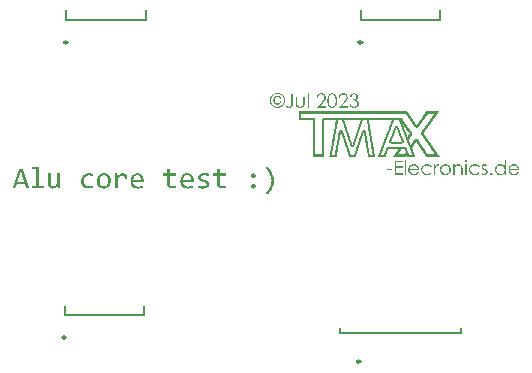
<source format=gto>
%FSTAX23Y23*%
%MOIN*%
%SFA1B1*%

%IPPOS*%
%ADD10C,0.009840*%
%ADD11C,0.007870*%
%LNalu_test-1*%
%LPD*%
G36*
X05016Y03112D02*
Y03112D01*
Y03111*
X05016*
Y03111*
Y03111*
X05016*
Y0311*
X05015*
Y0311*
Y0311*
X05014*
Y03109*
Y03109*
X05014*
Y03109*
Y03108*
X05014*
Y03108*
X05013*
Y03108*
Y03107*
X05013*
Y03107*
X05012*
Y03107*
Y03106*
Y03106*
X05012*
Y03106*
X05012*
Y03105*
X05011*
Y03105*
Y03105*
X05011*
Y03104*
Y03104*
Y03104*
X0501*
Y03103*
X0501*
Y03103*
X0501*
Y03103*
Y03102*
X05009*
Y03102*
X05009*
Y03102*
Y03101*
X05009*
Y03101*
X05008*
Y03101*
X05008*
Y031*
Y031*
X05008*
Y031*
X05007*
Y03099*
X05007*
Y03099*
Y03099*
X05007*
Y03098*
X05006*
Y03098*
Y03098*
X05005*
Y03097*
Y03097*
Y03097*
Y03096*
X05005*
Y03096*
X05005*
Y03096*
X05004*
Y03095*
Y03095*
X05004*
Y03095*
X05004*
Y03094*
Y03094*
X05003*
Y03094*
X05003*
Y03093*
X05003*
Y03093*
Y03093*
X05002*
Y03092*
X05002*
Y03092*
X05002*
Y03092*
Y03091*
X05001*
Y03091*
X05001*
Y03091*
Y0309*
X05001*
Y0309*
X05*
Y0309*
X05*
Y03089*
Y03089*
X05*
Y03089*
X04999*
Y03088*
X04999*
Y03088*
Y03088*
X04999*
Y03087*
X04998*
Y03087*
Y03087*
X04998*
Y03086*
X04998*
Y03086*
Y03086*
X04997*
Y03085*
X04997*
Y03085*
X04997*
Y03085*
X04996*
Y03084*
Y03084*
X04996*
Y03084*
X04996*
Y03083*
Y03083*
X04995*
Y03083*
X04995*
Y03082*
Y03082*
X04995*
Y03082*
X04994*
Y03081*
X04994*
Y03081*
Y03081*
X04993*
Y0308*
Y0308*
Y0308*
X04993*
Y03079*
X04993*
Y03079*
X04992*
Y03079*
Y03078*
X04992*
Y03078*
X04992*
Y03078*
X04991*
Y03077*
Y03077*
X04991*
Y03077*
X04991*
Y03076*
Y03076*
X0499*
Y03076*
X0499*
Y03075*
X0499*
Y03075*
Y03075*
X04989*
Y03074*
Y03074*
X04989*
Y03074*
Y03073*
X04988*
Y03073*
X04988*
Y03073*
X04988*
Y03072*
Y03072*
X04987*
Y03072*
X04987*
Y03071*
X04987*
Y03071*
Y03071*
X04986*
Y0307*
Y0307*
X04986*
Y0307*
X04985*
Y03069*
X04985*
Y03069*
Y03069*
Y03068*
X04984*
Y03068*
Y03068*
Y03067*
X04984*
Y03067*
X04984*
Y03067*
Y03066*
X04983*
Y03066*
Y03066*
X04983*
Y03065*
Y03065*
X04982*
Y03065*
X04982*
Y03064*
Y03064*
X04982*
Y03064*
X04981*
Y03063*
X04981*
Y03063*
Y03063*
X04981*
Y03062*
X0498*
Y03062*
X0498*
Y03062*
Y03061*
X0498*
Y03061*
X04979*
Y03061*
Y0306*
X04979*
Y0306*
Y0306*
X04978*
Y03059*
Y03059*
X04978*
Y03059*
X04978*
Y03058*
Y03058*
X04977*
Y03058*
X04977*
Y03057*
X04977*
Y03057*
Y03056*
X04976*
Y03056*
X04976*
Y03056*
X04976*
Y03055*
Y03055*
X04975*
Y03055*
X04975*
Y03054*
Y03054*
X04975*
Y03054*
X04974*
Y03053*
X04974*
Y03053*
Y03053*
X04973*
Y03052*
Y03052*
Y03052*
Y03051*
X04972*
Y03051*
Y03051*
Y0305*
X04972*
Y0305*
X04972*
Y0305*
X04971*
Y03049*
Y03049*
X04971*
Y03049*
X04971*
Y03048*
Y03048*
X0497*
Y03048*
Y03047*
X0497*
Y03047*
Y03047*
X04969*
Y03046*
Y03046*
X04969*
Y03046*
Y03045*
X04968*
Y03045*
Y03045*
Y03044*
X04967*
Y03044*
X04967*
Y03044*
Y03043*
Y03043*
X04967*
Y03043*
X04966*
Y03042*
Y03042*
X04966*
Y03042*
X04966*
Y03041*
X04965*
Y03041*
Y03041*
X04965*
Y0304*
X04965*
Y0304*
X04964*
Y0304*
Y03039*
X04964*
Y03039*
X04964*
Y03039*
Y03038*
Y03038*
X04964*
Y03038*
Y03037*
X04964*
Y03037*
Y03037*
X04965*
Y03036*
Y03036*
X04965*
Y03036*
Y03035*
X04966*
Y03035*
X04966*
Y03035*
Y03034*
X04966*
Y03034*
X04967*
Y03034*
Y03033*
X04967*
Y03033*
X04967*
Y03033*
X04968*
Y03032*
Y03032*
Y03032*
X04968*
Y03031*
Y03031*
X04969*
Y03031*
X04969*
Y0303*
X04969*
Y0303*
Y0303*
X0497*
Y03029*
Y03029*
X0497*
Y03029*
X0497*
Y03028*
Y03028*
X04971*
Y03028*
X04971*
Y03027*
X04971*
Y03027*
Y03027*
X04972*
Y03026*
X04972*
Y03026*
X04972*
Y03026*
Y03025*
X04973*
Y03025*
X04973*
Y03025*
Y03024*
X04973*
Y03024*
Y03024*
X04974*
Y03023*
X04974*
Y03023*
X04974*
Y03023*
Y03022*
X04975*
Y03022*
X04975*
Y03022*
X04975*
Y03021*
Y03021*
X04976*
Y03021*
X04976*
Y0302*
Y0302*
X04976*
Y0302*
X04977*
Y03019*
Y03019*
X04977*
Y03019*
X04977*
Y03018*
Y03018*
X04978*
Y03018*
X04978*
Y03017*
X04978*
Y03017*
Y03017*
Y03016*
X04979*
Y03016*
Y03016*
X04979*
Y03015*
X0498*
Y03015*
Y03015*
X0498*
Y03014*
X0498*
Y03014*
Y03014*
Y03013*
X04981*
Y03013*
X04981*
Y03013*
Y03012*
Y03012*
X04982*
Y03012*
Y03011*
X04982*
Y03011*
X04983*
Y03011*
Y0301*
X04983*
Y0301*
X04983*
Y0301*
Y03009*
Y03009*
Y03009*
X04984*
Y03008*
Y03008*
X04985*
Y03008*
X04985*
Y03007*
Y03007*
X04985*
Y03007*
X04986*
Y03006*
Y03006*
X04986*
Y03006*
X04986*
Y03005*
Y03005*
X04987*
Y03005*
X04987*
Y03004*
X04987*
Y03004*
Y03004*
X04988*
Y03003*
Y03003*
X04988*
Y03003*
Y03002*
X04989*
Y03002*
Y03002*
X04989*
Y03001*
X04989*
Y03001*
Y03001*
X0499*
Y03*
X0499*
Y03*
X0499*
Y03*
Y02999*
X04991*
Y02999*
Y02999*
Y02998*
X04991*
Y02998*
X04992*
Y02998*
Y02997*
X04992*
Y02997*
X04992*
Y02997*
Y02996*
Y02996*
X04993*
Y02996*
X04993*
Y02995*
Y02995*
Y02995*
X04994*
Y02994*
Y02994*
X04994*
Y02994*
X04995*
Y02993*
Y02993*
X04995*
Y02993*
X04995*
Y02992*
X04996*
Y02992*
Y02992*
X04996*
Y02991*
X04996*
Y02991*
Y02991*
Y0299*
X04997*
Y0299*
Y0299*
X04997*
Y02989*
Y02989*
Y02989*
X04998*
Y02988*
X04998*
Y02988*
X04999*
Y02988*
Y02987*
X04999*
Y02987*
X04999*
Y02987*
Y02986*
X05*
Y02986*
Y02986*
X05*
Y02985*
Y02985*
X05001*
Y02985*
Y02984*
X05001*
Y02984*
X05001*
Y02984*
X05002*
Y02983*
Y02983*
X05002*
Y02983*
X05002*
Y02982*
Y02982*
X05003*
Y02982*
Y02981*
X05003*
Y02981*
X05003*
Y02981*
X05004*
Y0298*
Y0298*
X05004*
Y0298*
X05004*
Y02979*
X05005*
Y02979*
Y02979*
Y02978*
X05005*
Y02978*
Y02978*
X05006*
Y02977*
Y02977*
X05006*
Y02977*
X05006*
Y02976*
X05007*
Y02976*
Y02976*
X05007*
Y02975*
X05007*
Y02975*
X05008*
Y02975*
Y02974*
X05008*
Y02974*
Y02974*
Y02973*
X05009*
Y02973*
X05009*
Y02973*
Y02972*
X05009*
Y02972*
X0501*
Y02972*
Y02971*
X0501*
Y02971*
X0501*
Y02971*
X05011*
Y0297*
Y0297*
X05011*
Y0297*
X05011*
Y02969*
Y02969*
X05012*
Y02969*
X05012*
Y02968*
Y02968*
X05012*
Y02968*
X05013*
Y02967*
Y02967*
X05013*
Y02967*
Y02966*
X05014*
Y02966*
Y02966*
X05014*
Y02965*
X05014*
Y02965*
Y02965*
X05015*
Y02964*
X05015*
Y02964*
Y02964*
X05016*
Y02963*
X05016*
Y02963*
Y02963*
Y02962*
X05017*
Y02962*
X05017*
Y02962*
Y02961*
Y02961*
Y02961*
X04972*
Y02961*
X04972*
Y02961*
Y02962*
X04971*
Y02962*
X04971*
Y02962*
Y02963*
X04971*
Y02963*
Y02963*
Y02964*
X0497*
Y02964*
Y02964*
X0497*
Y02965*
X04969*
Y02965*
Y02965*
X04969*
Y02966*
X04969*
Y02966*
Y02966*
X04968*
Y02967*
X04968*
Y02967*
Y02967*
X04968*
Y02968*
X04967*
Y02968*
Y02968*
X04967*
Y02969*
X04967*
Y02969*
Y02969*
X04966*
Y0297*
X04966*
Y0297*
Y0297*
X04966*
Y02971*
Y02971*
X04965*
Y02971*
X04965*
Y02972*
Y02972*
Y02972*
X04964*
Y02973*
X04964*
Y02973*
Y02973*
X04964*
Y02974*
X04963*
Y02974*
Y02974*
X04963*
Y02975*
Y02975*
X04963*
Y02975*
Y02976*
X04962*
Y02976*
Y02976*
X04962*
Y02977*
Y02977*
X04961*
Y02977*
X04961*
Y02978*
Y02978*
X04961*
Y02978*
X0496*
Y02979*
Y02979*
X0496*
Y02979*
X0496*
Y0298*
Y0298*
X04959*
Y0298*
X04959*
Y02981*
Y02981*
X04959*
Y02981*
X04958*
Y02982*
Y02982*
X04958*
Y02982*
X04958*
Y02983*
Y02983*
X04957*
Y02983*
X04957*
Y02984*
Y02984*
X04957*
Y02984*
X04956*
Y02985*
Y02985*
X04956*
Y02985*
X04956*
Y02986*
Y02986*
X04955*
Y02986*
X04955*
Y02987*
Y02987*
X04955*
Y02987*
X04954*
Y02988*
Y02988*
X04954*
Y02988*
Y02989*
Y02989*
X04954*
Y02989*
X04953*
Y0299*
X04953*
Y0299*
X04953*
Y0299*
Y02991*
X04952*
Y02991*
X04952*
Y02991*
Y02992*
X04952*
Y02992*
X04951*
Y02992*
Y02993*
X04951*
Y02993*
X04951*
Y02993*
Y02994*
X0495*
Y02994*
X0495*
Y02994*
Y02995*
X0495*
Y02995*
X04949*
Y02995*
Y02996*
Y02996*
Y02996*
X04949*
Y02997*
X04948*
Y02997*
X04948*
Y02997*
Y02998*
X04948*
Y02998*
X04947*
Y02998*
Y02999*
X04947*
Y02999*
X04947*
Y02999*
Y03*
X04946*
Y03*
X04946*
Y03*
Y03001*
X04946*
Y03001*
Y03001*
X04945*
Y03002*
X04945*
Y03002*
Y03002*
Y03003*
X04944*
Y03003*
Y03003*
X04944*
Y03004*
X04944*
Y03004*
Y03004*
X04943*
Y03005*
X04943*
Y03005*
Y03005*
X04943*
Y03006*
X04942*
Y03006*
Y03006*
X04942*
Y03007*
X04942*
Y03007*
Y03007*
X04941*
Y03008*
Y03008*
X04941*
Y03008*
X04941*
Y03009*
X0494*
Y03009*
Y03009*
Y0301*
X0494*
Y0301*
Y0301*
X04939*
Y0301*
X04939*
Y0301*
Y03009*
X04938*
Y03009*
X04938*
Y03009*
Y03008*
X04938*
Y03008*
X04937*
Y03008*
Y03007*
X04937*
Y03007*
X04937*
Y03007*
Y03006*
X04936*
Y03006*
X04936*
Y03006*
X04935*
Y03005*
Y03005*
Y03005*
X04935*
Y03004*
Y03004*
X04935*
Y03004*
Y03003*
X04934*
Y03003*
X04934*
Y03003*
Y03002*
X04934*
Y03002*
X04933*
Y03002*
Y03001*
X04933*
Y03001*
X04933*
Y03001*
Y03*
X04932*
Y03*
X04932*
Y03*
Y02999*
X04932*
Y02999*
X04931*
Y02999*
Y02998*
X04931*
Y02998*
X04931*
Y02998*
Y02997*
X0493*
Y02997*
X0493*
Y02997*
Y02996*
X0493*
Y02996*
X04929*
Y02996*
Y02995*
X04929*
Y02995*
X04929*
Y02995*
Y02994*
X04928*
Y02994*
X04928*
Y02994*
Y02993*
X04928*
Y02993*
X04927*
Y02993*
Y02992*
X04927*
Y02992*
X04927*
Y02992*
Y02991*
X04926*
Y02991*
Y02991*
X04926*
Y0299*
Y0299*
X04925*
Y0299*
Y02989*
Y02989*
X04925*
Y02989*
X04925*
Y02988*
Y02988*
Y02988*
X04926*
Y02987*
Y02987*
X04926*
Y02987*
Y02986*
Y02986*
X04926*
Y02986*
Y02985*
X04927*
Y02985*
Y02985*
Y02984*
X04927*
Y02984*
Y02984*
X04927*
Y02983*
Y02983*
Y02983*
X04928*
Y02982*
Y02982*
X04928*
Y02982*
Y02981*
Y02981*
X04928*
Y02981*
Y0298*
Y0298*
X04929*
Y0298*
Y02979*
X04929*
Y02979*
Y02979*
Y02978*
Y02978*
X04929*
Y02978*
Y02977*
X0493*
Y02977*
Y02977*
X0493*
Y02976*
Y02976*
X0493*
Y02976*
Y02975*
Y02975*
X04931*
Y02975*
Y02974*
Y02974*
X04931*
Y02974*
Y02973*
Y02973*
X04931*
Y02973*
Y02972*
Y02972*
X04932*
Y02972*
X04932*
Y02971*
Y02971*
Y02971*
Y0297*
X04932*
Y0297*
X04933*
Y0297*
Y02969*
Y02969*
Y02969*
Y02968*
X04933*
Y02968*
X04933*
Y02968*
Y02967*
X04934*
Y02967*
Y02967*
Y02966*
X04934*
Y02966*
Y02966*
X04934*
Y02965*
Y02965*
Y02965*
X04935*
Y02964*
Y02964*
X04935*
Y02964*
Y02963*
Y02963*
Y02963*
X04935*
Y02962*
Y02962*
X04936*
Y02962*
Y02961*
X04936*
Y02961*
Y02961*
X04911*
Y02961*
Y02961*
X0491*
Y02962*
Y02962*
X0491*
Y02962*
Y02963*
Y02963*
Y02963*
X0491*
Y02964*
Y02964*
X04909*
Y02964*
Y02965*
X04909*
Y02965*
X04909*
Y02965*
X04908*
Y02964*
X04908*
Y02964*
Y02964*
X04908*
Y02963*
X04907*
Y02963*
Y02963*
X04907*
Y02962*
X04906*
Y02962*
Y02962*
X04906*
Y02961*
X04906*
Y02961*
Y02961*
X04863*
Y02961*
Y02961*
Y02962*
Y02962*
X04864*
Y02962*
X04864*
Y02963*
Y02963*
X04865*
Y02963*
X04865*
Y02964*
Y02964*
Y02964*
X04865*
Y02965*
X04866*
Y02965*
X04866*
Y02965*
Y02966*
X04866*
Y02966*
X04867*
Y02966*
Y02967*
X04867*
Y02967*
X04867*
Y02967*
X04868*
Y02968*
Y02968*
X04868*
Y02968*
X04868*
Y02969*
Y02969*
X04869*
Y02969*
X04869*
Y0297*
Y0297*
X04869*
Y0297*
X0487*
Y02971*
X0487*
Y02971*
Y02971*
Y02972*
X04871*
Y02972*
Y02972*
X04871*
Y02973*
X04871*
Y02973*
X04872*
Y02973*
Y02974*
X04872*
Y02974*
X04872*
Y02974*
X04873*
Y02975*
Y02975*
X04873*
Y02975*
X04873*
Y02976*
Y02976*
X04874*
Y02976*
Y02977*
Y02977*
X04874*
Y02977*
X04875*
Y02978*
Y02978*
X04875*
Y02978*
X04875*
Y02979*
X04876*
Y02979*
Y02979*
X04876*
Y0298*
X04876*
Y0298*
Y0298*
X04877*
Y02981*
X04877*
Y02981*
X04877*
Y02981*
Y02982*
X04878*
Y02982*
X04878*
Y02982*
Y02983*
X04878*
Y02983*
X04879*
Y02983*
X04879*
Y02984*
Y02984*
X0488*
Y02984*
Y02985*
Y02985*
X0488*
Y02985*
X0488*
Y02986*
X04881*
Y02986*
Y02986*
X04881*
Y02987*
X04881*
Y02987*
Y02987*
X04847*
Y02987*
X04847*
Y02987*
Y02986*
Y02986*
Y02986*
X04846*
Y02985*
Y02985*
X04846*
Y02985*
Y02984*
Y02984*
X04846*
Y02984*
Y02983*
X04845*
Y02983*
Y02983*
X04845*
Y02982*
Y02982*
Y02982*
X04845*
Y02981*
Y02981*
Y02981*
X04844*
Y0298*
Y0298*
X04844*
Y0298*
Y02979*
Y02979*
X04844*
Y02979*
Y02978*
X04843*
Y02978*
Y02978*
Y02977*
X04843*
Y02977*
Y02977*
X04843*
Y02976*
Y02976*
Y02976*
X04842*
Y02975*
Y02975*
X04842*
Y02975*
X04842*
Y02974*
Y02974*
Y02974*
Y02973*
Y02973*
X04841*
Y02973*
Y02972*
X04841*
Y02972*
X04841*
Y02972*
Y02971*
Y02971*
Y02971*
X0484*
Y0297*
Y0297*
Y0297*
X0484*
Y02969*
Y02969*
X0484*
Y02969*
Y02968*
X04839*
Y02968*
Y02968*
Y02967*
X04839*
Y02967*
Y02967*
Y02966*
X04839*
Y02966*
Y02966*
X04838*
Y02965*
Y02965*
Y02965*
X04838*
Y02964*
Y02964*
X04838*
Y02964*
Y02963*
Y02963*
X04837*
Y02963*
Y02962*
X04837*
Y02962*
Y02962*
Y02961*
X04837*
Y02961*
Y02961*
X04811*
Y02961*
Y02961*
X04812*
Y02962*
Y02962*
X04812*
Y02962*
Y02963*
Y02963*
X04812*
Y02963*
Y02964*
Y02964*
X04813*
Y02964*
Y02965*
X04813*
Y02965*
Y02965*
X04813*
Y02966*
Y02966*
Y02966*
X04814*
Y02967*
Y02967*
Y02967*
X04814*
Y02968*
Y02968*
X04814*
Y02968*
Y02969*
Y02969*
X04815*
Y02969*
Y0297*
X04815*
Y0297*
Y0297*
Y02971*
X04815*
Y02971*
Y02971*
Y02972*
X04816*
Y02972*
Y02972*
Y02973*
X04816*
Y02973*
Y02973*
X04816*
Y02974*
Y02974*
Y02974*
X04817*
Y02975*
Y02975*
X04817*
Y02975*
Y02976*
Y02976*
X04817*
Y02976*
Y02977*
X04818*
Y02977*
Y02977*
Y02978*
X04818*
Y02978*
Y02978*
X04818*
Y02979*
Y02979*
Y02979*
X04819*
Y0298*
X04819*
Y0298*
Y0298*
Y02981*
X04819*
Y02981*
Y02981*
Y02982*
Y02982*
X0482*
Y02982*
Y02983*
X0482*
Y02983*
Y02983*
Y02984*
X0482*
Y02984*
Y02984*
X04821*
Y02985*
Y02985*
Y02985*
X04821*
Y02986*
Y02986*
X04821*
Y02986*
Y02987*
Y02987*
X04822*
Y02987*
Y02988*
Y02988*
X04822*
Y02988*
Y02989*
X04822*
Y02989*
Y02989*
Y0299*
X04823*
Y0299*
Y0299*
Y02991*
X04823*
Y02991*
Y02991*
X04823*
Y02992*
Y02992*
Y02992*
X04824*
Y02993*
X04824*
Y02993*
Y02993*
Y02994*
Y02994*
X04824*
Y02994*
Y02995*
Y02995*
X04825*
Y02995*
Y02996*
X04825*
Y02996*
Y02996*
Y02997*
X04825*
Y02997*
Y02997*
X04826*
Y02998*
Y02998*
X04826*
Y02998*
Y02999*
Y02999*
X04826*
Y02999*
Y03*
Y03*
X04827*
Y03*
Y03001*
X04827*
Y03001*
Y03001*
Y03002*
X04827*
Y03002*
Y03002*
X04828*
Y03003*
Y03003*
X04828*
Y03003*
Y03004*
Y03004*
X04828*
Y03004*
Y03005*
Y03005*
Y03005*
X04829*
Y03006*
Y03006*
X04829*
Y03006*
X04829*
Y03007*
Y03007*
Y03007*
X0483*
Y03008*
Y03008*
Y03008*
Y03009*
X0483*
Y03009*
Y03009*
X0483*
Y0301*
Y0301*
Y0301*
X04831*
Y03011*
Y03011*
Y03011*
X04831*
Y03012*
Y03012*
X04831*
Y03012*
Y03013*
Y03013*
X04832*
Y03013*
Y03014*
X04832*
Y03014*
Y03014*
Y03015*
X04832*
Y03015*
Y03015*
Y03016*
X04833*
Y03016*
Y03016*
X04833*
Y03017*
Y03017*
Y03017*
X04833*
Y03018*
Y03018*
X04834*
Y03018*
Y03019*
Y03019*
X04834*
Y03019*
Y0302*
Y0302*
X04834*
Y0302*
Y03021*
X04835*
Y03021*
Y03021*
Y03022*
X04835*
Y03022*
Y03022*
X04835*
Y03023*
Y03023*
Y03023*
X04836*
Y03024*
Y03024*
X04836*
Y03024*
Y03025*
Y03025*
X04836*
Y03025*
Y03026*
Y03026*
X04837*
Y03026*
Y03027*
X04837*
Y03027*
Y03027*
Y03028*
X04837*
Y03028*
Y03028*
X04838*
Y03029*
Y03029*
X04838*
Y03029*
Y0303*
Y0303*
Y0303*
X04838*
Y03031*
X04839*
Y03031*
Y03031*
Y03032*
Y03032*
X04839*
Y03032*
Y03033*
X04839*
Y03033*
Y03033*
X0484*
Y03034*
Y03034*
X0484*
Y03034*
Y03035*
X0484*
Y03035*
Y03035*
Y03036*
Y03036*
X04841*
Y03036*
Y03037*
Y03037*
X04841*
Y03037*
Y03038*
Y03038*
X04841*
Y03038*
Y03039*
X04842*
Y03039*
Y03039*
Y0304*
X04842*
Y0304*
Y0304*
Y03041*
X04842*
Y03041*
X04843*
Y03041*
Y03042*
Y03042*
Y03042*
X04843*
Y03043*
Y03043*
X04843*
Y03043*
Y03044*
Y03044*
X04844*
Y03044*
Y03045*
X04844*
Y03045*
Y03045*
Y03046*
X04844*
Y03046*
Y03046*
Y03047*
X04845*
Y03047*
Y03047*
X04845*
Y03048*
Y03048*
Y03048*
X04845*
Y03049*
Y03049*
X04846*
Y03049*
Y0305*
Y0305*
X04846*
Y0305*
Y03051*
X04846*
Y03051*
Y03051*
X04847*
Y03052*
Y03052*
Y03052*
X04847*
Y03053*
Y03053*
Y03053*
X04847*
Y03054*
Y03054*
Y03054*
X04848*
Y03055*
Y03055*
X04848*
Y03055*
Y03056*
Y03056*
X04848*
Y03056*
Y03057*
Y03057*
X04849*
Y03058*
Y03058*
X04849*
Y03058*
Y03059*
X04849*
Y03059*
Y03059*
Y0306*
X0485*
Y0306*
Y0306*
Y03061*
X0485*
Y03061*
Y03061*
Y03062*
X0485*
Y03062*
X04851*
Y03062*
Y03063*
Y03063*
Y03063*
X04851*
Y03064*
Y03064*
X04851*
Y03064*
Y03065*
Y03065*
X04852*
Y03065*
X04852*
Y03066*
Y03066*
Y03066*
Y03067*
X04852*
Y03067*
Y03067*
X04853*
Y03068*
Y03068*
X04853*
Y03068*
Y03069*
Y03069*
Y03069*
X04853*
Y0307*
Y0307*
Y0307*
X04854*
Y03071*
X04854*
Y03071*
Y03071*
Y03072*
X04854*
Y03072*
Y03072*
Y03073*
X04855*
Y03073*
Y03073*
Y03074*
X04855*
Y03074*
Y03074*
X04855*
Y03075*
Y03075*
Y03075*
X04856*
Y03076*
Y03076*
Y03076*
X04856*
Y03077*
Y03077*
X04856*
Y03077*
Y03078*
Y03078*
X04857*
Y03078*
Y03079*
X04857*
Y03079*
Y03079*
Y0308*
X04857*
Y0308*
Y0308*
X04858*
Y03081*
Y03081*
Y03081*
X04858*
Y03082*
Y03082*
Y03082*
X04858*
Y03083*
Y03083*
X04781*
Y03083*
Y03082*
Y03082*
Y03082*
Y03081*
Y03081*
Y03081*
Y0308*
X04782*
Y0308*
Y0308*
Y03079*
Y03079*
X04782*
Y03079*
Y03078*
Y03078*
Y03078*
Y03077*
Y03077*
Y03077*
Y03076*
X04782*
Y03076*
Y03076*
Y03075*
Y03075*
X04783*
Y03075*
Y03074*
Y03074*
Y03074*
Y03073*
Y03073*
X04783*
Y03073*
Y03072*
Y03072*
Y03072*
Y03071*
Y03071*
X04783*
Y03071*
Y0307*
Y0307*
Y0307*
Y03069*
Y03069*
X04784*
Y03069*
Y03068*
Y03068*
Y03068*
Y03067*
Y03067*
Y03067*
X04784*
Y03066*
Y03066*
Y03066*
Y03065*
Y03065*
X04784*
Y03065*
Y03064*
Y03064*
Y03064*
Y03063*
X04785*
Y03063*
Y03063*
Y03062*
Y03062*
Y03062*
Y03061*
X04785*
Y03061*
Y03061*
Y0306*
Y0306*
Y0306*
Y03059*
Y03059*
Y03059*
X04785*
Y03058*
Y03058*
Y03058*
Y03057*
Y03057*
X04786*
Y03056*
Y03056*
Y03056*
Y03055*
Y03055*
X04786*
Y03055*
Y03054*
Y03054*
Y03054*
Y03053*
Y03053*
Y03053*
Y03052*
X04786*
Y03052*
Y03052*
Y03051*
Y03051*
X04787*
Y03051*
Y0305*
Y0305*
Y0305*
Y03049*
Y03049*
Y03049*
X04787*
Y03048*
Y03048*
Y03048*
Y03047*
Y03047*
Y03047*
X04787*
Y03046*
Y03046*
Y03046*
Y03045*
X04788*
Y03045*
Y03045*
Y03044*
Y03044*
Y03044*
Y03043*
Y03043*
Y03043*
X04788*
Y03042*
Y03042*
Y03042*
Y03041*
X04788*
Y03041*
Y03041*
Y0304*
Y0304*
Y0304*
Y03039*
X04789*
Y03039*
Y03039*
Y03038*
Y03038*
Y03038*
Y03037*
X04789*
Y03037*
Y03037*
Y03036*
Y03036*
Y03036*
Y03035*
X04789*
Y03035*
Y03035*
Y03034*
Y03034*
Y03034*
X0479*
Y03033*
Y03033*
Y03033*
Y03032*
Y03032*
Y03032*
X0479*
Y03031*
Y03031*
Y03031*
Y0303*
Y0303*
Y0303*
Y03029*
X0479*
Y03029*
Y03029*
Y03028*
Y03028*
Y03028*
X04791*
Y03027*
Y03027*
Y03027*
Y03026*
Y03026*
Y03026*
Y03025*
Y03025*
X04791*
Y03025*
Y03024*
Y03024*
Y03024*
Y03023*
Y03023*
X04791*
Y03023*
Y03022*
Y03022*
Y03022*
X04792*
Y03021*
Y03021*
Y03021*
Y0302*
Y0302*
X04792*
Y0302*
Y03019*
Y03019*
Y03019*
Y03018*
Y03018*
X04792*
Y03018*
Y03017*
Y03017*
Y03017*
Y03016*
Y03016*
Y03016*
Y03015*
X04793*
Y03015*
Y03015*
Y03014*
Y03014*
X04793*
Y03014*
Y03013*
Y03013*
Y03013*
Y03012*
Y03012*
X04793*
Y03012*
Y03011*
Y03011*
Y03011*
Y0301*
Y0301*
X04794*
Y0301*
Y03009*
Y03009*
Y03009*
Y03008*
Y03008*
X04794*
Y03008*
Y03007*
Y03007*
Y03007*
Y03006*
Y03006*
X04794*
Y03006*
Y03005*
Y03005*
Y03005*
Y03004*
X04795*
Y03004*
Y03004*
Y03003*
Y03003*
Y03003*
Y03002*
X04795*
Y03002*
Y03002*
Y03001*
Y03001*
Y03001*
Y03*
Y03*
X04795*
Y03*
Y02999*
Y02999*
Y02999*
Y02998*
X04796*
Y02998*
Y02998*
Y02997*
Y02997*
Y02997*
Y02996*
X04796*
Y02996*
Y02996*
Y02995*
Y02995*
Y02995*
Y02994*
Y02994*
X04796*
Y02994*
Y02993*
Y02993*
Y02993*
Y02992*
X04797*
Y02992*
Y02992*
Y02991*
Y02991*
Y02991*
Y0299*
X04797*
Y0299*
Y0299*
Y02989*
Y02989*
Y02989*
X04797*
Y02988*
Y02988*
Y02988*
Y02987*
Y02987*
Y02987*
Y02986*
Y02986*
X04798*
Y02986*
Y02985*
Y02985*
Y02985*
Y02984*
Y02984*
X04798*
Y02984*
Y02983*
Y02983*
Y02983*
Y02982*
X04798*
Y02982*
Y02982*
Y02981*
Y02981*
Y02981*
X04799*
Y0298*
Y0298*
Y0298*
Y02979*
Y02979*
Y02979*
X04799*
Y02978*
Y02978*
Y02978*
Y02977*
Y02977*
Y02977*
Y02976*
X04799*
Y02976*
Y02976*
Y02975*
Y02975*
X048*
Y02975*
Y02974*
Y02974*
Y02974*
Y02973*
Y02973*
Y02973*
X048*
Y02972*
Y02972*
Y02972*
Y02971*
Y02971*
Y02971*
Y0297*
X04801*
Y0297*
Y0297*
Y02969*
Y02969*
X04801*
Y02969*
Y02968*
Y02968*
Y02968*
Y02967*
Y02967*
Y02967*
Y02966*
X04801*
Y02966*
Y02966*
Y02965*
Y02965*
X04802*
Y02965*
Y02964*
Y02964*
Y02964*
Y02963*
Y02963*
X04802*
Y02963*
Y02962*
Y02962*
Y02962*
Y02961*
Y02961*
Y02961*
X04778*
Y02961*
Y02961*
Y02962*
Y02962*
Y02962*
X04778*
Y02963*
Y02963*
Y02963*
Y02964*
Y02964*
Y02964*
X04778*
Y02965*
Y02965*
Y02965*
Y02966*
Y02966*
Y02966*
Y02967*
X04777*
Y02967*
Y02967*
Y02968*
Y02968*
X04777*
Y02968*
Y02969*
Y02969*
Y02969*
Y0297*
Y0297*
X04777*
Y0297*
Y02971*
Y02971*
Y02971*
Y02972*
Y02972*
X04776*
Y02972*
Y02973*
Y02973*
Y02973*
Y02974*
Y02974*
X04776*
Y02974*
Y02975*
Y02975*
Y02975*
Y02976*
Y02976*
X04776*
Y02976*
Y02977*
Y02977*
Y02977*
Y02978*
X04775*
Y02978*
Y02978*
Y02979*
Y02979*
Y02979*
Y0298*
X04775*
Y0298*
Y0298*
Y02981*
Y02981*
Y02981*
Y02982*
X04775*
Y02982*
Y02982*
Y02983*
Y02983*
Y02983*
Y02984*
Y02984*
X04774*
Y02984*
Y02985*
Y02985*
Y02985*
Y02986*
Y02986*
Y02986*
X04774*
Y02987*
Y02987*
Y02987*
Y02988*
X04774*
Y02988*
Y02988*
Y02989*
Y02989*
Y02989*
Y0299*
X04773*
Y0299*
Y0299*
Y02991*
Y02991*
Y02991*
Y02992*
X04773*
Y02992*
Y02992*
Y02993*
Y02993*
Y02993*
Y02994*
Y02994*
X04773*
Y02994*
Y02995*
Y02995*
Y02995*
Y02996*
Y02996*
X04772*
Y02996*
Y02997*
Y02997*
Y02997*
X04772*
Y02998*
Y02998*
Y02998*
Y02999*
Y02999*
Y02999*
Y03*
Y03*
X04772*
Y03*
Y03001*
Y03001*
Y03001*
X04771*
Y03002*
Y03002*
Y03002*
Y03003*
Y03003*
Y03003*
X04771*
Y03004*
Y03004*
Y03004*
Y03005*
Y03005*
Y03005*
X04771*
Y03006*
Y03006*
Y03006*
Y03007*
Y03007*
Y03007*
X0477*
Y03008*
Y03008*
Y03008*
Y03009*
Y03009*
Y03009*
X0477*
Y0301*
Y0301*
Y0301*
Y03011*
Y03011*
X0477*
Y03011*
Y03012*
Y03012*
Y03012*
Y03013*
Y03013*
X04769*
Y03013*
Y03014*
Y03014*
Y03014*
Y03015*
Y03015*
Y03015*
Y03016*
X04769*
Y03016*
Y03016*
Y03017*
Y03017*
X04769*
Y03017*
Y03018*
Y03018*
Y03018*
Y03019*
Y03019*
X04768*
Y03019*
Y0302*
Y0302*
Y0302*
Y03021*
Y03021*
X04768*
Y03021*
Y03022*
Y03022*
Y03022*
Y03023*
Y03023*
X04768*
Y03023*
Y03024*
Y03024*
Y03024*
Y03025*
Y03025*
Y03025*
X04767*
Y03026*
Y03026*
Y03026*
Y03027*
Y03027*
X04767*
Y03027*
Y03028*
Y03028*
Y03028*
Y03029*
X04767*
Y03029*
Y03029*
Y0303*
Y0303*
Y0303*
Y03031*
X04766*
Y03031*
Y03031*
Y03032*
Y03032*
Y03032*
Y03033*
X04766*
Y03033*
Y03033*
Y03034*
Y03034*
Y03034*
Y03035*
X04766*
Y03035*
Y03035*
Y03036*
Y03036*
Y03036*
Y03037*
Y03037*
X04765*
Y03037*
Y03038*
Y03038*
Y03038*
X04765*
Y03039*
Y03039*
Y03039*
Y0304*
Y0304*
Y0304*
X04764*
Y0304*
X04764*
Y0304*
Y03039*
Y03039*
X04763*
Y03039*
X04763*
Y03038*
Y03038*
Y03038*
Y03037*
Y03037*
X04763*
Y03037*
Y03036*
Y03036*
X04762*
Y03036*
Y03035*
X04762*
Y03035*
Y03035*
Y03034*
X04762*
Y03034*
Y03034*
Y03033*
X04761*
Y03033*
Y03033*
Y03032*
X04761*
Y03032*
Y03032*
Y03031*
X04761*
Y03031*
Y03031*
Y0303*
Y0303*
X0476*
Y0303*
Y03029*
X0476*
Y03029*
Y03029*
Y03028*
X0476*
Y03028*
Y03028*
Y03027*
X04759*
Y03027*
Y03027*
Y03026*
X04759*
Y03026*
Y03026*
X04759*
Y03025*
Y03025*
Y03025*
Y03024*
X04758*
Y03024*
Y03024*
Y03023*
X04758*
Y03023*
Y03023*
Y03022*
Y03022*
X04758*
Y03022*
Y03021*
X04757*
Y03021*
Y03021*
Y0302*
X04757*
Y0302*
Y0302*
X04757*
Y03019*
Y03019*
Y03019*
Y03018*
X04756*
Y03018*
Y03018*
X04756*
Y03017*
Y03017*
Y03017*
Y03016*
X04756*
Y03016*
Y03016*
X04755*
Y03015*
Y03015*
Y03015*
Y03014*
X04755*
Y03014*
Y03014*
Y03013*
X04755*
Y03013*
Y03013*
Y03012*
X04754*
Y03012*
Y03012*
X04754*
Y03011*
Y03011*
Y03011*
Y0301*
X04754*
Y0301*
Y0301*
Y03009*
X04753*
Y03009*
Y03009*
Y03008*
X04753*
Y03008*
Y03008*
X04753*
Y03007*
Y03007*
Y03007*
Y03006*
X04752*
Y03006*
Y03006*
Y03005*
X04752*
Y03005*
Y03005*
X04752*
Y03004*
Y03004*
Y03004*
Y03003*
X04751*
Y03003*
Y03003*
Y03002*
X04751*
Y03002*
Y03002*
X04751*
Y03001*
Y03001*
Y03001*
Y03*
X0475*
Y03*
Y03*
Y02999*
X0475*
Y02999*
Y02999*
Y02998*
X0475*
Y02998*
Y02998*
Y02997*
X04749*
Y02997*
Y02997*
Y02996*
X04749*
Y02996*
Y02996*
Y02995*
X04749*
Y02995*
Y02995*
Y02994*
X04748*
Y02994*
Y02994*
X04748*
Y02993*
Y02993*
Y02993*
Y02992*
X04748*
Y02992*
Y02992*
Y02991*
X04747*
Y02991*
Y02991*
Y0299*
X04747*
Y0299*
Y0299*
Y02989*
X04747*
Y02989*
Y02989*
Y02988*
X04746*
Y02988*
Y02988*
Y02987*
X04746*
Y02987*
Y02987*
Y02986*
X04746*
Y02986*
Y02986*
Y02985*
X04745*
Y02985*
Y02985*
Y02984*
X04745*
Y02984*
Y02984*
Y02983*
X04745*
Y02983*
Y02983*
Y02982*
X04744*
Y02982*
Y02982*
Y02981*
X04744*
Y02981*
Y02981*
Y0298*
X04744*
Y0298*
Y0298*
Y02979*
X04743*
Y02979*
Y02979*
Y02978*
X04743*
Y02978*
Y02978*
X04743*
Y02977*
Y02977*
Y02977*
Y02976*
X04742*
Y02976*
Y02976*
Y02975*
X04742*
Y02975*
Y02975*
Y02974*
X04742*
Y02974*
Y02974*
Y02973*
X04741*
Y02973*
Y02973*
Y02972*
X04741*
Y02972*
Y02972*
Y02971*
X04741*
Y02971*
Y02971*
Y0297*
X0474*
Y0297*
Y0297*
X0474*
Y02969*
Y02969*
Y02969*
Y02968*
X0474*
Y02968*
Y02968*
Y02967*
X04739*
Y02967*
Y02967*
X04739*
Y02966*
Y02966*
Y02966*
Y02965*
X04739*
Y02965*
Y02965*
X04738*
Y02964*
Y02964*
Y02964*
Y02963*
X04738*
Y02963*
Y02963*
Y02962*
X04738*
Y02962*
Y02962*
X04737*
Y02961*
Y02961*
Y02961*
X04716*
Y02961*
X04715*
Y02961*
Y02962*
Y02962*
X04715*
Y02962*
Y02963*
Y02963*
X04715*
Y02963*
Y02964*
Y02964*
Y02964*
X04714*
Y02965*
Y02965*
X04714*
Y02965*
Y02966*
Y02966*
X04714*
Y02966*
Y02967*
Y02967*
X04713*
Y02967*
Y02968*
Y02968*
X04713*
Y02968*
Y02969*
Y02969*
Y02969*
X04713*
Y0297*
Y0297*
Y0297*
Y02971*
X04712*
Y02971*
X04712*
Y02971*
Y02972*
Y02972*
X04712*
Y02972*
Y02973*
Y02973*
Y02973*
X04711*
Y02974*
Y02974*
X04711*
Y02974*
Y02975*
Y02975*
Y02975*
X04711*
Y02976*
Y02976*
X0471*
Y02976*
Y02977*
Y02977*
X0471*
Y02977*
Y02978*
Y02978*
X0471*
Y02978*
Y02979*
Y02979*
X04709*
Y02979*
Y0298*
Y0298*
X04709*
Y0298*
Y02981*
Y02981*
X04709*
Y02981*
Y02982*
Y02982*
X04708*
Y02982*
Y02983*
Y02983*
X04708*
Y02983*
Y02984*
Y02984*
X04708*
Y02984*
Y02985*
Y02985*
X04707*
Y02985*
Y02986*
Y02986*
X04707*
Y02986*
Y02987*
Y02987*
X04707*
Y02987*
Y02988*
Y02988*
X04706*
Y02988*
Y02989*
Y02989*
Y02989*
X04706*
Y0299*
Y0299*
X04706*
Y0299*
Y02991*
Y02991*
X04705*
Y02991*
Y02992*
Y02992*
X04705*
Y02992*
Y02993*
Y02993*
X04705*
Y02993*
Y02994*
Y02994*
X04704*
Y02994*
Y02995*
Y02995*
X04704*
Y02995*
Y02996*
Y02996*
Y02996*
X04704*
Y02997*
Y02997*
X04703*
Y02997*
Y02998*
Y02998*
X04703*
Y02998*
Y02999*
Y02999*
X04703*
Y02999*
Y03*
Y03*
X04702*
Y03*
Y03001*
Y03001*
X04702*
Y03001*
Y03002*
Y03002*
Y03002*
Y03003*
X04702*
Y03003*
X04701*
Y03003*
Y03004*
Y03004*
Y03004*
X04701*
Y03005*
Y03005*
Y03005*
Y03006*
X04701*
Y03006*
Y03006*
Y03007*
X047*
Y03007*
X047*
Y03007*
Y03008*
Y03008*
X047*
Y03008*
Y03009*
Y03009*
Y03009*
X04699*
Y0301*
Y0301*
Y0301*
X04699*
Y03011*
Y03011*
X04699*
Y03011*
Y03012*
Y03012*
X04698*
Y03012*
Y03013*
Y03013*
X04698*
Y03013*
Y03014*
Y03014*
X04698*
Y03014*
Y03015*
Y03015*
X04697*
Y03015*
Y03016*
Y03016*
X04697*
Y03016*
Y03017*
Y03017*
Y03017*
X04697*
Y03018*
Y03018*
Y03018*
X04696*
Y03019*
Y03019*
X04696*
Y03019*
Y0302*
Y0302*
X04696*
Y0302*
Y03021*
Y03021*
Y03021*
X04695*
Y03022*
Y03022*
X04695*
Y03022*
Y03023*
Y03023*
Y03023*
X04695*
Y03024*
Y03024*
Y03024*
X04694*
Y03025*
Y03025*
Y03025*
X04694*
Y03026*
Y03026*
X04694*
Y03026*
Y03027*
Y03027*
X04693*
Y03027*
Y03028*
Y03028*
Y03028*
X04693*
Y03029*
Y03029*
Y03029*
X04693*
Y0303*
Y0303*
X04692*
Y0303*
Y03031*
Y03031*
Y03031*
X04692*
Y03032*
Y03032*
X04691*
Y03032*
Y03033*
Y03033*
Y03033*
X04691*
Y03034*
Y03034*
Y03034*
X04691*
Y03035*
Y03035*
X0469*
Y03035*
Y03036*
Y03036*
Y03036*
X0469*
Y03037*
Y03037*
X0469*
Y03037*
Y03038*
Y03038*
X04689*
Y03038*
Y03039*
Y03039*
Y03039*
Y0304*
X04689*
Y0304*
Y0304*
X04689*
Y03041*
Y03041*
X04688*
Y03041*
Y0304*
Y0304*
Y0304*
Y03039*
Y03039*
Y03039*
X04687*
Y03038*
Y03038*
Y03038*
Y03037*
Y03037*
Y03037*
X04687*
Y03036*
Y03036*
Y03036*
Y03035*
Y03035*
X04687*
Y03035*
Y03034*
Y03034*
Y03034*
Y03033*
Y03033*
X04686*
Y03033*
Y03032*
Y03032*
Y03032*
X04686*
Y03031*
Y03031*
Y03031*
Y0303*
Y0303*
Y0303*
Y03029*
X04686*
Y03029*
Y03029*
Y03028*
Y03028*
Y03028*
X04685*
Y03027*
Y03027*
Y03027*
Y03026*
Y03026*
Y03026*
X04685*
Y03025*
Y03025*
Y03025*
Y03024*
Y03024*
Y03024*
X04685*
Y03023*
Y03023*
Y03023*
Y03022*
Y03022*
X04684*
Y03022*
Y03021*
Y03021*
Y03021*
Y0302*
Y0302*
X04684*
Y0302*
Y03019*
Y03019*
Y03019*
X04684*
Y03018*
Y03018*
Y03018*
Y03017*
Y03017*
Y03017*
Y03016*
X04683*
Y03016*
Y03016*
Y03015*
Y03015*
Y03015*
X04683*
Y03014*
Y03014*
Y03014*
Y03013*
Y03013*
Y03013*
X04683*
Y03012*
Y03012*
Y03012*
Y03011*
Y03011*
Y03011*
X04682*
Y0301*
Y0301*
Y0301*
Y03009*
X04682*
Y03009*
Y03009*
Y03008*
Y03008*
Y03008*
Y03007*
Y03007*
X04682*
Y03007*
Y03006*
Y03006*
Y03006*
Y03005*
Y03005*
X04681*
Y03005*
Y03004*
Y03004*
Y03004*
Y03003*
X04681*
Y03003*
Y03003*
Y03002*
Y03002*
X04681*
Y03002*
Y03001*
Y03001*
Y03001*
Y03*
Y03*
Y03*
Y02999*
X0468*
Y02999*
Y02999*
Y02998*
Y02998*
Y02998*
Y02997*
X0468*
Y02997*
Y02997*
Y02996*
X0468*
Y02996*
Y02996*
Y02995*
Y02995*
Y02995*
Y02994*
Y02994*
Y02994*
X04679*
Y02993*
Y02993*
Y02993*
Y02992*
Y02992*
X04679*
Y02992*
Y02991*
Y02991*
Y02991*
Y0299*
Y0299*
X04679*
Y0299*
Y02989*
Y02989*
Y02989*
Y02988*
X04678*
Y02988*
Y02988*
Y02987*
Y02987*
Y02987*
Y02986*
X04678*
Y02986*
Y02986*
Y02985*
Y02985*
Y02985*
Y02984*
X04678*
Y02984*
Y02984*
Y02983*
Y02983*
X04677*
Y02983*
Y02982*
Y02982*
Y02982*
Y02981*
Y02981*
Y02981*
X04677*
Y0298*
Y0298*
Y0298*
Y02979*
Y02979*
X04677*
Y02979*
Y02978*
Y02978*
Y02978*
Y02977*
Y02977*
X04676*
Y02977*
Y02976*
Y02976*
Y02976*
X04676*
Y02975*
Y02975*
Y02975*
Y02974*
Y02974*
Y02974*
Y02973*
X04676*
Y02973*
Y02973*
Y02972*
Y02972*
Y02972*
Y02971*
X04675*
Y02971*
Y02971*
Y0297*
Y0297*
X04675*
Y0297*
Y02969*
Y02969*
Y02969*
Y02968*
Y02968*
Y02968*
X04675*
Y02967*
Y02967*
Y02967*
Y02966*
Y02966*
Y02966*
X04674*
Y02965*
Y02965*
Y02965*
Y02964*
Y02964*
X04674*
Y02964*
Y02963*
Y02963*
Y02963*
Y02962*
Y02962*
X04674*
Y02962*
Y02961*
Y02961*
Y02961*
X0465*
Y02961*
Y02961*
Y02962*
Y02962*
Y02962*
Y02963*
Y02963*
X04651*
Y02963*
Y02964*
Y02964*
Y02964*
Y02965*
Y02965*
X04651*
Y02965*
Y02966*
Y02966*
Y02966*
Y02967*
X04651*
Y02967*
Y02967*
Y02968*
Y02968*
X04652*
Y02968*
Y02969*
Y02969*
Y02969*
Y0297*
Y0297*
Y0297*
Y02971*
X04652*
Y02971*
Y02971*
Y02972*
Y02972*
Y02972*
X04652*
Y02973*
Y02973*
Y02973*
Y02974*
Y02974*
X04653*
Y02974*
Y02975*
Y02975*
Y02975*
Y02976*
Y02976*
X04653*
Y02976*
Y02977*
Y02977*
Y02977*
Y02978*
Y02978*
X04653*
Y02978*
Y02979*
Y02979*
Y02979*
Y0298*
X04654*
Y0298*
Y0298*
Y02981*
Y02981*
Y02981*
Y02982*
X04654*
Y02982*
Y02982*
Y02983*
Y02983*
X04654*
Y02983*
Y02984*
Y02984*
Y02984*
Y02985*
Y02985*
Y02985*
X04655*
Y02986*
Y02986*
Y02986*
Y02987*
Y02987*
Y02987*
X04655*
Y02988*
Y02988*
Y02988*
Y02989*
Y02989*
Y02989*
X04655*
Y0299*
Y0299*
Y0299*
Y02991*
Y02991*
X04656*
Y02991*
Y02992*
Y02992*
Y02992*
Y02993*
Y02993*
X04656*
Y02993*
Y02994*
Y02994*
Y02994*
X04656*
Y02995*
Y02995*
Y02995*
Y02996*
Y02996*
Y02996*
X04657*
Y02997*
Y02997*
Y02997*
Y02998*
Y02998*
Y02998*
Y02999*
X04657*
Y02999*
Y02999*
Y03*
Y03*
X04657*
Y03*
Y03001*
Y03001*
Y03001*
Y03002*
Y03002*
Y03002*
X04658*
Y03003*
Y03003*
Y03003*
Y03004*
Y03004*
X04658*
Y03004*
Y03005*
Y03005*
Y03005*
Y03006*
Y03006*
X04658*
Y03006*
Y03007*
Y03007*
Y03007*
Y03008*
Y03008*
X04659*
Y03008*
Y03009*
Y03009*
X04659*
Y03009*
Y0301*
Y0301*
Y0301*
Y03011*
Y03011*
Y03011*
X04659*
Y03012*
Y03012*
Y03012*
Y03013*
Y03013*
Y03013*
X0466*
Y03014*
Y03014*
Y03014*
Y03015*
Y03015*
Y03015*
X0466*
Y03016*
Y03016*
Y03016*
Y03017*
Y03017*
Y03017*
X0466*
Y03018*
Y03018*
Y03018*
Y03019*
Y03019*
X04661*
Y03019*
Y0302*
Y0302*
Y0302*
Y03021*
X04661*
Y03021*
Y03021*
Y03022*
Y03022*
Y03022*
Y03023*
X04661*
Y03023*
Y03023*
Y03024*
Y03024*
Y03024*
Y03025*
X04662*
Y03025*
Y03025*
Y03026*
Y03026*
Y03026*
Y03027*
X04662*
Y03027*
Y03027*
Y03028*
Y03028*
Y03028*
X04662*
Y03029*
Y03029*
Y03029*
Y0303*
Y0303*
Y0303*
X04663*
Y03031*
Y03031*
Y03031*
Y03032*
Y03032*
Y03032*
X04663*
Y03033*
Y03033*
Y03033*
Y03034*
Y03034*
X04663*
Y03034*
Y03035*
Y03035*
Y03035*
Y03036*
Y03036*
X04664*
Y03036*
Y03037*
Y03037*
Y03037*
Y03038*
X04664*
Y03038*
Y03038*
Y03039*
Y03039*
X04664*
Y03039*
Y0304*
Y0304*
Y0304*
Y03041*
Y03041*
Y03041*
Y03042*
X04665*
Y03042*
Y03042*
Y03043*
Y03043*
Y03043*
X04665*
Y03044*
Y03044*
Y03044*
Y03045*
Y03045*
Y03045*
X04665*
Y03046*
Y03046*
Y03046*
Y03047*
X04666*
Y03047*
Y03047*
Y03048*
Y03048*
Y03048*
Y03049*
Y03049*
X04666*
Y03049*
Y0305*
Y0305*
Y0305*
Y03051*
Y03051*
X04666*
Y03051*
Y03052*
Y03052*
Y03052*
Y03053*
X04667*
Y03053*
Y03053*
Y03054*
Y03054*
X04667*
Y03054*
Y03055*
Y03055*
Y03055*
Y03056*
Y03056*
Y03056*
X04667*
Y03057*
Y03057*
Y03058*
Y03058*
Y03058*
X04668*
Y03059*
Y03059*
Y03059*
Y0306*
Y0306*
Y0306*
Y03061*
X04668*
Y03061*
Y03061*
Y03062*
Y03062*
Y03062*
X04668*
Y03063*
Y03063*
Y03063*
Y03064*
Y03064*
X04669*
Y03064*
Y03065*
Y03065*
Y03065*
Y03066*
X04669*
Y03066*
Y03066*
Y03067*
Y03067*
Y03067*
Y03068*
Y03068*
X04669*
Y03068*
Y03069*
Y03069*
Y03069*
Y0307*
Y0307*
X0467*
Y0307*
Y03071*
Y03071*
Y03071*
Y03072*
X0467*
Y03072*
Y03072*
Y03073*
Y03073*
Y03073*
Y03074*
X0467*
Y03074*
Y03074*
Y03075*
Y03075*
Y03075*
Y03076*
X04671*
Y03076*
Y03076*
Y03077*
Y03077*
Y03077*
X04671*
Y03078*
Y03078*
Y03078*
Y03079*
Y03079*
Y03079*
X04671*
Y0308*
Y0308*
Y0308*
Y03081*
Y03081*
X04672*
Y03081*
Y03082*
Y03082*
Y03082*
Y03083*
Y03083*
X04633*
Y03083*
Y03082*
Y03082*
Y03082*
Y03081*
Y03081*
Y03081*
Y0308*
Y0308*
Y0308*
Y03079*
Y03079*
Y03079*
Y03078*
Y03078*
Y03078*
Y03077*
Y03077*
Y03077*
Y03076*
Y03076*
Y03076*
Y03075*
Y03075*
Y03075*
Y03074*
Y03074*
Y03074*
Y03073*
Y03073*
Y03073*
Y03072*
Y03072*
Y03072*
Y03071*
Y03071*
Y03071*
Y0307*
Y0307*
Y0307*
Y03069*
Y03069*
Y03069*
Y03068*
Y03068*
Y03068*
Y03067*
Y03067*
Y03067*
Y03066*
Y03066*
Y03066*
Y03065*
Y03065*
Y03065*
Y03064*
Y03064*
Y03064*
Y03063*
Y03063*
Y03063*
Y03062*
Y03062*
Y03062*
Y03061*
Y03061*
Y03061*
Y0306*
Y0306*
Y0306*
Y03059*
Y03059*
Y03059*
Y03058*
Y03058*
Y03058*
Y03057*
Y03057*
Y03056*
Y03056*
Y03056*
Y03055*
Y03055*
Y03055*
Y03054*
Y03054*
Y03054*
Y03053*
Y03053*
Y03053*
Y03052*
Y03052*
Y03052*
Y03051*
Y03051*
Y03051*
Y0305*
Y0305*
Y0305*
Y03049*
Y03049*
Y03049*
Y03048*
Y03048*
Y03048*
Y03047*
Y03047*
Y03047*
Y03046*
Y03046*
Y03046*
Y03045*
Y03045*
Y03045*
Y03044*
Y03044*
Y03044*
Y03043*
Y03043*
Y03043*
Y03042*
Y03042*
Y03042*
Y03041*
Y03041*
Y03041*
Y0304*
Y0304*
Y0304*
Y03039*
Y03039*
Y03039*
Y03038*
Y03038*
Y03038*
Y03037*
Y03037*
Y03037*
Y03036*
Y03036*
Y03036*
Y03035*
Y03035*
Y03035*
Y03034*
Y03034*
Y03034*
Y03033*
Y03033*
Y03033*
Y03032*
Y03032*
Y03032*
Y03031*
Y03031*
Y03031*
Y0303*
Y0303*
Y0303*
Y03029*
Y03029*
Y03029*
Y03028*
Y03028*
Y03028*
Y03027*
Y03027*
Y03027*
Y03026*
Y03026*
Y03026*
Y03025*
Y03025*
Y03025*
Y03024*
Y03024*
Y03024*
Y03023*
Y03023*
Y03023*
Y03022*
Y03022*
Y03022*
Y03021*
Y03021*
Y03021*
Y0302*
Y0302*
Y0302*
Y03019*
Y03019*
Y03019*
Y03018*
Y03018*
Y03018*
Y03017*
Y03017*
Y03017*
Y03016*
Y03016*
Y03016*
Y03015*
Y03015*
Y03015*
Y03014*
Y03014*
Y03014*
Y03013*
Y03013*
Y03013*
Y03012*
Y03012*
Y03012*
Y03011*
Y03011*
Y03011*
Y0301*
Y0301*
Y0301*
Y03009*
Y03009*
Y03009*
Y03008*
Y03008*
Y03008*
Y03007*
Y03007*
Y03007*
Y03006*
Y03006*
Y03006*
Y03005*
Y03005*
Y03005*
Y03004*
Y03004*
Y03004*
Y03003*
Y03003*
Y03003*
Y03002*
Y03002*
Y03002*
Y03001*
Y03001*
Y03001*
Y03*
Y03*
Y03*
Y02999*
Y02999*
Y02999*
Y02998*
Y02998*
Y02998*
Y02997*
Y02997*
Y02997*
Y02996*
Y02996*
Y02996*
Y02995*
Y02995*
Y02995*
Y02994*
Y02994*
Y02994*
Y02993*
Y02993*
Y02993*
Y02992*
Y02992*
Y02992*
Y02991*
Y02991*
Y02991*
Y0299*
Y0299*
Y0299*
Y02989*
Y02989*
Y02989*
Y02988*
Y02988*
Y02988*
Y02987*
Y02987*
Y02987*
Y02986*
Y02986*
Y02986*
Y02985*
Y02985*
Y02985*
Y02984*
Y02984*
Y02984*
Y02983*
Y02983*
Y02983*
Y02982*
Y02982*
Y02982*
Y02981*
Y02981*
Y02981*
Y0298*
Y0298*
Y0298*
Y02979*
Y02979*
Y02979*
Y02978*
Y02978*
Y02978*
Y02977*
Y02977*
Y02977*
Y02976*
Y02976*
Y02976*
Y02975*
Y02975*
Y02975*
Y02974*
Y02974*
Y02974*
Y02973*
Y02973*
Y02973*
Y02972*
Y02972*
Y02972*
Y02971*
Y02971*
Y02971*
Y0297*
Y0297*
Y0297*
Y02969*
Y02969*
Y02969*
Y02968*
Y02968*
Y02968*
Y02967*
Y02967*
Y02967*
Y02966*
Y02966*
Y02966*
Y02965*
Y02965*
Y02965*
Y02964*
Y02964*
Y02964*
Y02963*
Y02963*
Y02963*
Y02962*
Y02962*
Y02962*
Y02961*
Y02961*
Y02961*
X04594*
Y02961*
Y02961*
Y02962*
Y02962*
Y02962*
Y02963*
Y02963*
Y02963*
Y02964*
Y02964*
Y02964*
Y02965*
Y02965*
Y02965*
Y02966*
Y02966*
Y02966*
Y02967*
Y02967*
Y02967*
Y02968*
Y02968*
Y02968*
Y02969*
Y02969*
Y02969*
Y0297*
Y0297*
Y0297*
Y02971*
Y02971*
Y02971*
Y02972*
Y02972*
Y02972*
Y02973*
Y02973*
Y02973*
Y02974*
Y02974*
Y02974*
Y02975*
Y02975*
Y02975*
Y02976*
Y02976*
Y02976*
Y02977*
Y02977*
Y02977*
Y02978*
Y02978*
Y02978*
Y02979*
Y02979*
Y02979*
Y0298*
Y0298*
Y0298*
Y02981*
Y02981*
Y02981*
Y02982*
Y02982*
Y02982*
Y02983*
Y02983*
Y02983*
Y02984*
Y02984*
Y02984*
Y02985*
Y02985*
Y02985*
Y02986*
Y02986*
Y02986*
Y02987*
Y02987*
Y02987*
Y02988*
Y02988*
Y02988*
Y02989*
Y02989*
Y02989*
Y0299*
Y0299*
Y0299*
Y02991*
Y02991*
Y02991*
Y02992*
Y02992*
Y02992*
Y02993*
Y02993*
Y02993*
Y02994*
Y02994*
Y02994*
Y02995*
Y02995*
Y02995*
Y02996*
Y02996*
Y02996*
Y02997*
Y02997*
Y02997*
Y02998*
Y02998*
Y02998*
Y02999*
Y02999*
Y02999*
Y03*
Y03*
Y03*
Y03001*
Y03001*
Y03001*
Y03002*
Y03002*
Y03002*
Y03003*
Y03003*
Y03003*
Y03004*
Y03004*
Y03004*
Y03005*
Y03005*
Y03005*
Y03006*
Y03006*
Y03006*
Y03007*
Y03007*
Y03007*
Y03008*
Y03008*
Y03008*
Y03009*
Y03009*
Y03009*
Y0301*
Y0301*
Y0301*
Y03011*
Y03011*
Y03011*
Y03012*
Y03012*
Y03012*
Y03013*
Y03013*
Y03013*
Y03014*
Y03014*
Y03014*
Y03015*
Y03015*
Y03015*
Y03016*
Y03016*
Y03016*
Y03017*
Y03017*
Y03017*
Y03018*
Y03018*
Y03018*
Y03019*
Y03019*
Y03019*
Y0302*
Y0302*
Y0302*
Y03021*
Y03021*
Y03021*
Y03022*
Y03022*
Y03022*
Y03023*
Y03023*
Y03023*
Y03024*
Y03024*
Y03024*
Y03025*
Y03025*
Y03025*
Y03026*
Y03026*
Y03026*
Y03027*
Y03027*
Y03027*
Y03028*
Y03028*
Y03028*
Y03029*
Y03029*
Y03029*
Y0303*
Y0303*
Y0303*
Y03031*
Y03031*
Y03031*
Y03032*
Y03032*
Y03032*
Y03033*
Y03033*
Y03033*
Y03034*
Y03034*
Y03034*
Y03035*
Y03035*
Y03035*
Y03036*
Y03036*
Y03036*
Y03037*
Y03037*
Y03037*
Y03038*
Y03038*
Y03038*
Y03039*
Y03039*
Y03039*
Y0304*
Y0304*
Y0304*
Y03041*
Y03041*
Y03041*
Y03042*
Y03042*
Y03042*
Y03043*
Y03043*
Y03043*
Y03044*
Y03044*
Y03044*
Y03045*
Y03045*
Y03045*
Y03046*
Y03046*
Y03046*
Y03047*
Y03047*
Y03047*
Y03048*
Y03048*
Y03048*
Y03049*
Y03049*
Y03049*
Y0305*
Y0305*
Y0305*
Y03051*
Y03051*
Y03051*
Y03052*
Y03052*
Y03052*
Y03053*
Y03053*
Y03053*
Y03054*
Y03054*
Y03054*
Y03055*
Y03055*
Y03055*
Y03056*
Y03056*
Y03056*
Y03057*
Y03057*
Y03058*
Y03058*
Y03058*
Y03059*
Y03059*
Y03059*
Y0306*
Y0306*
Y0306*
Y03061*
Y03061*
Y03061*
Y03062*
Y03062*
Y03062*
Y03063*
Y03063*
Y03063*
Y03064*
Y03064*
Y03064*
Y03065*
Y03065*
Y03065*
Y03066*
Y03066*
Y03066*
Y03067*
Y03067*
Y03067*
Y03068*
Y03068*
Y03068*
Y03069*
Y03069*
Y03069*
Y0307*
Y0307*
Y0307*
Y03071*
Y03071*
Y03071*
Y03072*
Y03072*
Y03072*
Y03073*
Y03073*
Y03073*
Y03074*
Y03074*
Y03074*
Y03075*
Y03075*
Y03075*
Y03076*
Y03076*
Y03076*
Y03077*
Y03077*
Y03077*
Y03078*
Y03078*
Y03078*
Y03079*
Y03079*
Y03079*
Y0308*
Y0308*
Y0308*
Y03081*
Y03081*
Y03081*
Y03082*
Y03082*
Y03082*
Y03083*
Y03083*
X04547*
Y03083*
Y03084*
Y03084*
Y03084*
Y03085*
Y03085*
Y03085*
Y03086*
Y03086*
Y03086*
Y03087*
Y03087*
Y03087*
Y03088*
Y03088*
Y03088*
Y03089*
Y03089*
Y03089*
Y0309*
Y0309*
Y0309*
Y03091*
Y03091*
Y03091*
Y03092*
Y03092*
Y03092*
Y03093*
Y03093*
Y03093*
Y03094*
Y03094*
Y03094*
Y03095*
Y03095*
Y03095*
Y03096*
Y03096*
Y03096*
Y03097*
Y03097*
Y03097*
Y03098*
Y03098*
Y03098*
Y03099*
Y03099*
Y03099*
Y031*
Y031*
Y031*
Y03101*
Y03101*
Y03101*
Y03102*
Y03102*
Y03102*
Y03103*
Y03103*
Y03103*
Y03104*
Y03104*
Y03104*
Y03105*
Y03105*
Y03105*
Y03106*
Y03106*
Y03106*
Y03107*
Y03107*
Y03107*
Y03108*
Y03108*
Y03108*
Y03109*
Y03109*
Y03109*
Y0311*
Y0311*
Y0311*
Y03111*
Y03111*
Y03111*
Y03112*
X04547*
Y03112*
X04547*
Y03112*
X04909*
Y03112*
Y03112*
X0491*
Y03111*
X0491*
Y03111*
Y03111*
X0491*
Y0311*
X04911*
Y0311*
Y0311*
X04911*
Y03109*
X04911*
Y03109*
Y03109*
Y03108*
X04912*
Y03108*
Y03108*
X04912*
Y03107*
X04913*
Y03107*
Y03107*
X04913*
Y03106*
X04913*
Y03106*
Y03106*
X04914*
Y03105*
X04914*
Y03105*
Y03105*
X04914*
Y03104*
Y03104*
X04915*
Y03104*
X04915*
Y03103*
Y03103*
X04915*
Y03103*
X04916*
Y03102*
X04916*
Y03102*
Y03102*
X04916*
Y03101*
Y03101*
X04917*
Y03101*
Y031*
X04917*
Y031*
Y031*
X04918*
Y03099*
X04918*
Y03099*
Y03099*
X04918*
Y03098*
X04919*
Y03098*
Y03098*
Y03097*
X04919*
Y03097*
Y03097*
X0492*
Y03096*
Y03096*
X0492*
Y03096*
X0492*
Y03095*
Y03095*
X04921*
Y03095*
X04921*
Y03094*
X04921*
Y03094*
Y03094*
X04922*
Y03093*
X04922*
Y03093*
Y03093*
Y03092*
X04923*
Y03092*
Y03092*
X04923*
Y03091*
X04923*
Y03091*
Y03091*
X04924*
Y0309*
X04924*
Y0309*
Y0309*
X04924*
Y03089*
X04925*
Y03089*
Y03089*
Y03088*
X04924*
Y03088*
X04925*
Y03088*
X04926*
Y03087*
Y03087*
X04926*
Y03087*
X04926*
Y03086*
Y03086*
X04927*
Y03086*
X04927*
Y03085*
X04927*
Y03085*
Y03085*
X04928*
Y03084*
X04928*
Y03084*
Y03084*
X04928*
Y03083*
X04929*
Y03083*
Y03083*
X04929*
Y03082*
X04929*
Y03082*
X0493*
Y03082*
Y03081*
X0493*
Y03081*
Y03081*
X0493*
Y0308*
X04931*
Y0308*
X04931*
Y0308*
Y03079*
X04931*
Y03079*
X04932*
Y03079*
Y03078*
X04932*
Y03078*
X04932*
Y03078*
Y03077*
X04933*
Y03077*
X04933*
Y03077*
Y03076*
Y03076*
X04934*
Y03076*
Y03075*
Y03075*
X04934*
Y03075*
Y03074*
X04935*
Y03074*
X04935*
Y03074*
Y03073*
X04935*
Y03073*
X04936*
Y03073*
Y03072*
Y03072*
X04936*
Y03072*
Y03071*
X04937*
Y03071*
X04937*
Y03071*
Y0307*
X04937*
Y0307*
X04938*
Y0307*
Y03069*
Y03069*
X04938*
Y03069*
Y03068*
X04939*
Y03068*
X04939*
Y03068*
Y03067*
Y03067*
X0494*
Y03067*
Y03066*
X0494*
Y03066*
X0494*
Y03066*
Y03065*
X04941*
Y03065*
X04941*
Y03065*
X04941*
Y03066*
X04942*
Y03066*
Y03066*
X04942*
Y03067*
X04942*
Y03067*
Y03067*
X04943*
Y03068*
Y03068*
X04943*
Y03068*
Y03069*
X04944*
Y03069*
Y03069*
Y0307*
X04944*
Y0307*
X04945*
Y0307*
Y03071*
X04945*
Y03071*
X04945*
Y03071*
Y03072*
X04946*
Y03072*
X04946*
Y03072*
Y03073*
Y03073*
X04947*
Y03073*
X04947*
Y03074*
Y03074*
X04947*
Y03074*
X04948*
Y03075*
X04948*
Y03075*
Y03075*
X04948*
Y03076*
Y03076*
X04949*
Y03076*
X04949*
Y03077*
X04949*
Y03077*
Y03077*
X0495*
Y03078*
X0495*
Y03078*
Y03078*
X0495*
Y03079*
X04951*
Y03079*
Y03079*
X04951*
Y0308*
X04951*
Y0308*
Y0308*
X04952*
Y03081*
X04952*
Y03081*
X04952*
Y03081*
Y03082*
X04953*
Y03082*
X04953*
Y03082*
Y03083*
X04953*
Y03083*
X04954*
Y03083*
Y03084*
X04954*
Y03084*
X04954*
Y03084*
Y03085*
X04955*
Y03085*
X04955*
Y03085*
X04955*
Y03086*
Y03086*
X04956*
Y03086*
X04956*
Y03087*
Y03087*
X04956*
Y03087*
X04957*
Y03088*
Y03088*
X04957*
Y03088*
X04957*
Y03089*
X04958*
Y03089*
Y03089*
X04958*
Y0309*
Y0309*
Y0309*
X04959*
Y03091*
X04959*
Y03091*
Y03091*
X04959*
Y03092*
X0496*
Y03092*
Y03092*
X0496*
Y03093*
X0496*
Y03093*
Y03093*
X04961*
Y03094*
X04961*
Y03094*
Y03094*
Y03095*
X04962*
Y03095*
X04962*
Y03095*
Y03096*
X04962*
Y03096*
X04963*
Y03096*
Y03097*
X04963*
Y03097*
X04963*
Y03097*
Y03098*
X04964*
Y03098*
X04964*
Y03098*
Y03099*
X04964*
Y03099*
X04965*
Y03099*
Y031*
Y031*
X04965*
Y031*
X04966*
Y03101*
Y03101*
X04966*
Y03101*
X04966*
Y03102*
X04967*
Y03102*
Y03102*
X04967*
Y03103*
Y03103*
X04967*
Y03103*
X04968*
Y03104*
X04968*
Y03104*
X04968*
Y03104*
Y03105*
X04969*
Y03105*
Y03105*
X04969*
Y03106*
X04969*
Y03106*
Y03106*
X0497*
Y03107*
X0497*
Y03107*
Y03107*
Y03108*
X04971*
Y03108*
X04971*
Y03108*
Y03109*
X04971*
Y03109*
X04972*
Y03109*
Y0311*
X04972*
Y0311*
X04973*
Y0311*
Y03111*
Y03111*
X04973*
Y03111*
X04973*
Y03112*
Y03112*
X04974*
Y03112*
X05016*
Y03112*
G37*
G36*
X05106Y02949D02*
X05106Y02949D01*
X05106Y02949*
X05107Y02949*
X05107Y02949*
X05108Y02948*
X05108Y02948*
X05108Y02948*
X05108Y02948*
X05108Y02948*
X05108Y02947*
X05109Y02947*
X05109Y02946*
X05109Y02946*
Y02946*
Y02945*
X05109Y02945*
X05109Y02945*
X05108Y02944*
X05108Y02944*
X05108Y02944*
X05108Y02943*
X05108Y02943*
X05107Y02943*
X05107Y02943*
X05107Y02943*
X05107Y02942*
X05106Y02942*
X05106Y02942*
X05105Y02942*
X05105*
X05104Y02942*
X05104Y02942*
X05104Y02942*
X05103Y02942*
X05103Y02943*
X05102Y02943*
X05102Y02943*
X05102Y02943*
X05102Y02944*
X05102Y02944*
X05102Y02944*
X05101Y02945*
X05101Y02945*
X05101Y02946*
Y02946*
Y02946*
X05101Y02946*
X05101Y02947*
X05102Y02947*
X05102Y02947*
X05102Y02948*
X05102Y02948*
X05102Y02948*
X05103Y02948*
X05103Y02949*
X05103Y02949*
X05103Y02949*
X05104Y02949*
X05104Y02949*
X05105Y02949*
X05105*
X05106Y02949*
G37*
G36*
X05013Y02936D02*
X05013Y02936D01*
X05014Y02936*
X05015Y02935*
X05015Y02935*
X05016Y02935*
X05014Y02931*
X05014Y02931*
X05013Y02931*
X05013Y02931*
X05013Y02931*
X05012Y02931*
X05012Y02931*
X05011*
X05011Y02931*
X0501Y02931*
X05009Y02931*
X05008Y02931*
X05008Y0293*
X05007Y0293*
X05007Y0293*
X05007Y02929*
X05006Y02929*
X05006Y02928*
X05005Y02927*
X05005Y02926*
X05004Y02925*
X05004Y02924*
Y02924*
X05004Y02924*
Y02924*
X05004Y02923*
X05004Y02923*
X05003Y02922*
X05003Y02922*
X05003Y02921*
X05003Y0292*
X05003Y0292*
X05003Y02919*
X05003Y02918*
X05003Y02916*
Y02915*
X05003Y02913*
Y02912*
Y029*
X04998*
Y02935*
X05003*
Y0293*
X05003Y0293*
X05003Y0293*
X05003Y0293*
X05004Y02931*
X05004Y02932*
X05005Y02932*
X05006Y02933*
X05006Y02934*
X05007Y02934*
X05007Y02934*
X05008Y02935*
X05008Y02935*
X05009Y02935*
X05009Y02935*
X0501Y02936*
X05011Y02936*
X05012Y02936*
X05012*
X05013Y02936*
G37*
G36*
X05081D02*
X05082D01*
X05082Y02936*
X05083Y02936*
X05084Y02935*
X05085Y02935*
X05087Y02934*
X05088Y02934*
X05088*
X05088Y02934*
X05088Y02934*
X05088Y02933*
X05089Y02933*
X05089Y02932*
X0509Y02932*
X05091Y02931*
X05092Y0293*
X05092Y02928*
Y02928*
X05092Y02928*
X05092Y02928*
X05092Y02928*
X05093Y02927*
X05093Y02927*
X05093Y02926*
X05093Y02926*
X05093Y02925*
X05093Y02924*
X05093Y02924*
X05094Y02923*
X05094Y02922*
X05094Y0292*
X05094Y02919*
Y02918*
Y029*
X05089*
Y02917*
Y02917*
Y02917*
Y02917*
Y02918*
Y02918*
Y02919*
X05089Y0292*
X05089Y02921*
X05089Y02923*
X05089Y02923*
X05089Y02924*
X05089Y02924*
X05089Y02925*
Y02925*
X05089Y02925*
X05089Y02925*
X05089Y02925*
X05088Y02926*
X05088Y02927*
X05088Y02928*
X05087Y02928*
X05086Y02929*
X05086Y0293*
X05086Y0293*
X05085Y0293*
X05085Y0293*
X05084Y02931*
X05083Y02931*
X05082Y02931*
X05081Y02932*
X0508Y02932*
X0508*
X05079Y02932*
X05079*
X05078Y02932*
X05077Y02931*
X05076Y02931*
X05075Y02931*
X05074Y0293*
X05074Y0293*
X05073Y02929*
X05073Y02929*
X05072Y02929*
X05072Y02929*
X05072Y02929*
X05072Y02928*
X05072Y02928*
X05071Y02928*
X05071Y02927*
X0507Y02926*
X05069Y02925*
X05069Y02924*
X05068Y02922*
Y02922*
Y02922*
X05068Y02922*
X05068Y02922*
X05068Y02921*
Y02921*
X05068Y02921*
X05068Y0292*
X05068Y0292*
X05068Y02919*
X05068Y02918*
X05068Y02917*
X05068Y02916*
Y02915*
X05068Y02914*
Y02913*
Y029*
X05063*
Y02935*
X05068*
Y02929*
X05068Y02929*
X05068Y02929*
X05068Y02929*
X05068Y02929*
X05069Y0293*
X05069Y02931*
X0507Y02932*
X05071Y02932*
X05072Y02933*
X05074Y02934*
X05074*
X05074Y02934*
X05074Y02934*
X05074Y02934*
X05075Y02934*
X05075Y02935*
X05076Y02935*
X05077Y02935*
X05078Y02936*
X05079Y02936*
X05081Y02936*
X05081*
X05081Y02936*
G37*
G36*
X05238Y029D02*
X05234D01*
Y02906*
X05234Y02906*
X05234Y02906*
X05233Y02906*
X05233Y02905*
X05233Y02905*
X05232Y02904*
X05231Y02903*
X0523Y02902*
X05229Y02901*
X05227Y02901*
X05227*
X05227Y02901*
X05227Y02901*
X05227Y029*
X05226Y029*
X05226Y029*
X05226Y029*
X05225Y029*
X05224Y029*
X05223Y02899*
X05221Y02899*
X0522Y02899*
X05219*
X05219Y02899*
X05218Y02899*
X05218Y02899*
X05217Y02899*
X05216Y029*
X05215Y029*
X05214Y029*
X05213Y029*
X05212Y02901*
X05211Y02901*
X0521Y02902*
X05209Y02903*
X05208Y02903*
X05207Y02904*
X05207Y02904*
X05207Y02905*
X05206Y02905*
X05206Y02905*
X05206Y02906*
X05205Y02907*
X05205Y02907*
X05204Y02908*
X05204Y02909*
X05203Y0291*
X05203Y02911*
X05202Y02912*
X05202Y02913*
X05202Y02915*
X05202Y02916*
X05202Y02918*
Y02918*
Y02918*
X05202Y02918*
X05202Y02919*
X05202Y02919*
X05202Y0292*
X05202Y02921*
X05202Y02922*
X05203Y02923*
X05203Y02924*
X05203Y02925*
X05204Y02926*
X05205Y02927*
X05205Y02928*
X05206Y02929*
X05207Y0293*
X05207Y02931*
X05207Y02931*
X05208Y02931*
X05208Y02931*
X05208Y02932*
X05209Y02932*
X0521Y02933*
X05211Y02933*
X05211Y02934*
X05212Y02934*
X05213Y02935*
X05215Y02935*
X05216Y02935*
X05217Y02936*
X05218Y02936*
X0522Y02936*
X0522*
X05221Y02936*
X05221Y02936*
X05222Y02936*
X05222Y02936*
X05224Y02935*
X05225Y02935*
X05226Y02935*
X05227Y02934*
X05228*
X05228Y02934*
X05228Y02934*
X05228Y02934*
X05228Y02933*
X05229Y02933*
X0523Y02933*
X05231Y02932*
X05232Y02931*
X05233Y0293*
X05234Y02928*
Y02949*
X05238*
Y029*
G37*
G36*
X05168Y02936D02*
X05168D01*
X05168Y02936*
X05169Y02936*
X0517Y02935*
X0517Y02935*
X05171Y02935*
X05172Y02935*
X05172Y02934*
X05173Y02934*
X05174Y02933*
X05175Y02933*
X05176Y02932*
X05177Y02931*
X05174Y02928*
X05174Y02928*
X05174Y02928*
X05174Y02929*
X05173Y02929*
X05173Y02929*
X05173Y02929*
X05172Y0293*
X05171Y02931*
X05169Y02931*
X05169Y02931*
X05168Y02932*
X05168Y02932*
X05167Y02932*
X05167*
X05166Y02932*
X05166Y02932*
X05165Y02931*
X05164Y02931*
X05164Y02931*
X05163Y0293*
X05163Y0293*
X05163Y0293*
X05163Y0293*
X05162Y02929*
X05162Y02929*
X05162Y02928*
X05162Y02928*
X05162Y02927*
Y02927*
Y02927*
X05162Y02926*
X05162Y02926*
X05162Y02925*
X05162Y02925*
X05162Y02924*
X05163Y02924*
X05163Y02924*
X05163Y02923*
X05164Y02923*
X05164Y02923*
X05165Y02922*
X05165Y02922*
X05166Y02921*
X05166Y02921*
X05167Y02921*
X05168Y0292*
X05168Y0292*
X05168Y0292*
X05169Y0292*
X05169Y0292*
X05169Y02919*
X0517Y02919*
X0517Y02919*
X05171Y02918*
X05172Y02918*
X05173Y02917*
X05174Y02916*
X05175Y02915*
X05175Y02915*
X05175Y02915*
X05175Y02914*
X05176Y02914*
X05176Y02913*
X05176Y02912*
X05177Y02912*
X05177Y0291*
X05177Y02909*
Y02909*
Y02909*
Y02909*
X05177Y02909*
X05177Y02908*
X05177Y02908*
X05177Y02907*
X05176Y02906*
X05176Y02904*
X05175Y02904*
X05175Y02903*
X05174Y02903*
X05174Y02902*
X05174Y02902*
X05174Y02902*
X05174Y02902*
X05173Y02902*
X05173Y02901*
X05173Y02901*
X05172Y02901*
X05172Y02901*
X05171Y029*
X05169Y029*
X05168Y02899*
X05167Y02899*
X05166Y02899*
X05166*
X05165Y02899*
X05164Y02899*
X05164Y02899*
X05163Y029*
X05162Y029*
X05161Y029*
X0516*
X0516Y029*
X0516Y02901*
X0516Y02901*
X05159Y02901*
X05158Y02902*
X05157Y02902*
X05157Y02903*
X05156Y02904*
X05159Y02907*
X05159Y02907*
X05159Y02907*
X05159Y02907*
X05159Y02907*
X0516Y02906*
X0516Y02906*
X05161Y02905*
X05162Y02905*
X05163Y02904*
X05164Y02904*
X05165Y02904*
X05165Y02903*
X05166Y02903*
X05166*
X05167Y02903*
X05167Y02903*
X05168Y02904*
X05168Y02904*
X05169Y02904*
X0517Y02905*
X05171Y02905*
X05171Y02905*
X05171Y02905*
X05171Y02906*
X05172Y02906*
X05172Y02907*
X05172Y02908*
X05173Y02908*
X05173Y02909*
Y02909*
Y02909*
X05173Y0291*
X05172Y0291*
X05172Y02911*
X05172Y02911*
X05172Y02912*
X05171Y02913*
X05171Y02913*
X05171Y02913*
X05171Y02913*
X0517Y02914*
X0517Y02914*
X05169Y02914*
X05169Y02914*
X05168Y02915*
X05168Y02915*
X05167Y02916*
X05167Y02916*
X05166Y02916*
X05166Y02916*
X05165Y02916*
X05165Y02917*
X05165Y02917*
X05165Y02917*
X05164Y02917*
X05163Y02918*
X05162Y02919*
X05161Y02919*
X0516Y0292*
X0516Y02921*
X05159Y02921*
Y02921*
X05159Y02921*
X05159Y02922*
X05159Y02922*
X05158Y02923*
X05158Y02924*
X05158Y02924*
X05158Y02925*
X05158Y02927*
Y02927*
Y02927*
Y02927*
X05158Y02927*
X05158Y02928*
X05158Y02928*
X05158Y02929*
X05158Y0293*
X05159Y02931*
X05159Y02932*
X05159Y02932*
X0516Y02933*
X0516Y02933*
X0516Y02933*
X0516Y02933*
X05161Y02933*
X05161Y02934*
X05161Y02934*
X05161Y02934*
X05162Y02935*
X05163Y02935*
X05164Y02935*
X05166Y02936*
X05166Y02936*
X05167Y02936*
X05167*
X05168Y02936*
G37*
G36*
X05135D02*
X05136D01*
X05137Y02936*
X05138Y02936*
X05139Y02935*
X0514Y02935*
X05141Y02935*
X05141*
X05141Y02935*
X05142Y02935*
X05142Y02935*
X05142Y02934*
X05143Y02934*
X05144Y02934*
X05145Y02933*
X05146Y02933*
X05147Y02932*
X05147Y02932*
X05147Y02932*
X05148Y02931*
X05148Y02931*
X05149Y0293*
X05149Y02929*
X0515Y02929*
X05151Y02928*
X05147Y02925*
X05147Y02925*
X05147Y02926*
X05147Y02926*
X05146Y02926*
X05146Y02927*
X05145Y02927*
X05144Y02928*
X05144Y02929*
X05143Y02929*
X05142Y0293*
X05141Y0293*
X0514Y02931*
X05138Y02931*
X05137Y02931*
X05136Y02932*
X05134Y02932*
X05134*
X05133Y02932*
X05133Y02931*
X05132Y02931*
X05131Y02931*
X05131Y02931*
X0513Y02931*
X05129Y02931*
X05128Y0293*
X05127Y0293*
X05126Y02929*
X05125Y02929*
X05124Y02928*
X05124Y02927*
X05124Y02927*
X05123Y02927*
X05123Y02927*
X05123Y02927*
X05123Y02926*
X05122Y02926*
X05122Y02925*
X05122Y02925*
X05121Y02924*
X05121Y02923*
X0512Y02922*
X0512Y02922*
X0512Y02921*
X0512Y0292*
X05119Y02919*
X05119Y02917*
Y02917*
Y02917*
Y02917*
X05119Y02917*
Y02916*
X0512Y02916*
X0512Y02915*
X0512Y02914*
X0512Y02913*
X05121Y02912*
X05121Y0291*
Y0291*
X05121Y0291*
X05122Y0291*
X05122Y0291*
X05122Y02909*
X05123Y02908*
X05124Y02908*
X05124Y02907*
X05126Y02906*
X05127Y02905*
X05127*
X05127Y02905*
X05127Y02905*
X05127Y02905*
X05128Y02905*
X05128Y02904*
X05128Y02904*
X05129Y02904*
X0513Y02904*
X05131Y02903*
X05133Y02903*
X05134Y02903*
X05135*
X05135Y02903*
X05136Y02903*
X05136Y02903*
X05137Y02904*
X05138Y02904*
X05139Y02904*
X0514Y02904*
X05141Y02905*
X05142Y02905*
X05143Y02906*
X05144Y02907*
X05145Y02907*
X05146Y02908*
X05147Y02909*
X05151Y02907*
X05151Y02907*
X05151Y02907*
X0515Y02907*
X0515Y02906*
X0515Y02906*
X0515Y02906*
X05149Y02905*
X05148Y02904*
X05147Y02903*
X05145Y02902*
X05144Y02901*
X05144*
X05144Y02901*
X05143Y02901*
X05143Y02901*
X05143Y02901*
X05142Y029*
X05142Y029*
X05141Y029*
X0514Y029*
X0514Y029*
X05138Y02899*
X05136Y02899*
X05134Y02899*
X05134*
X05133Y02899*
X05133Y02899*
X05132Y02899*
X05131Y02899*
X0513Y029*
X05129Y029*
X05128Y029*
X05127Y029*
X05126Y02901*
X05125Y02901*
X05124Y02902*
X05123Y02903*
X05121Y02903*
X0512Y02904*
X0512Y02904*
X0512Y02905*
X0512Y02905*
X05119Y02905*
X05119Y02906*
X05119Y02906*
X05118Y02907*
X05118Y02908*
X05117Y02909*
X05117Y0291*
X05116Y02911*
X05116Y02912*
X05115Y02913*
X05115Y02914*
X05115Y02916*
X05115Y02917*
Y02917*
Y02917*
Y02918*
X05115Y02918*
Y02918*
X05115Y02919*
X05115Y0292*
X05115Y0292*
X05116Y02922*
X05116Y02923*
X05117Y02925*
X05117Y02926*
X05117Y02927*
X05117Y02927*
X05118Y02927*
X05118Y02927*
X05118Y02927*
X05118Y02928*
X05118Y02928*
X05119Y02929*
X0512Y0293*
X05121Y02931*
X05123Y02932*
X05124Y02933*
X05125Y02933*
X05125Y02934*
X05125Y02934*
X05125Y02934*
X05126Y02934*
X05126Y02934*
X05127Y02934*
X05127Y02935*
X05128Y02935*
X05129Y02935*
X05131Y02935*
X05132Y02936*
X05133Y02936*
X05135*
X05135Y02936*
G37*
G36*
X04976D02*
X04976D01*
X04977Y02936*
X04978Y02936*
X0498Y02935*
X04981Y02935*
X04982Y02935*
X04982*
X04982Y02935*
X04982Y02935*
X04983Y02935*
X04983Y02934*
X04984Y02934*
X04985Y02934*
X04986Y02933*
X04987Y02933*
X04987Y02932*
X04988Y02932*
X04988Y02932*
X04988Y02931*
X04989Y02931*
X04989Y0293*
X0499Y02929*
X04991Y02929*
X04991Y02928*
X04988Y02925*
X04988Y02925*
X04988Y02926*
X04987Y02926*
X04987Y02926*
X04986Y02927*
X04986Y02927*
X04985Y02928*
X04984Y02929*
X04984Y02929*
X04983Y0293*
X04982Y0293*
X0498Y02931*
X04979Y02931*
X04978Y02931*
X04977Y02932*
X04975Y02932*
X04974*
X04974Y02932*
X04973Y02931*
X04973Y02931*
X04972Y02931*
X04971Y02931*
X0497Y02931*
X0497Y02931*
X04969Y0293*
X04968Y0293*
X04967Y02929*
X04966Y02929*
X04965Y02928*
X04964Y02927*
X04964Y02927*
X04964Y02927*
X04964Y02927*
X04964Y02927*
X04963Y02926*
X04963Y02926*
X04963Y02925*
X04962Y02925*
X04962Y02924*
X04961Y02923*
X04961Y02922*
X04961Y02922*
X04961Y02921*
X0496Y0292*
X0496Y02919*
X0496Y02917*
Y02917*
Y02917*
Y02917*
X0496Y02917*
Y02916*
X0496Y02916*
X0496Y02915*
X04961Y02914*
X04961Y02913*
X04961Y02912*
X04962Y0291*
Y0291*
X04962Y0291*
X04962Y0291*
X04962Y0291*
X04963Y02909*
X04964Y02908*
X04964Y02908*
X04965Y02907*
X04966Y02906*
X04967Y02905*
X04967*
X04968Y02905*
X04968Y02905*
X04968Y02905*
X04968Y02905*
X04969Y02904*
X04969Y02904*
X0497Y02904*
X04971Y02904*
X04972Y02903*
X04974Y02903*
X04975Y02903*
X04975*
X04976Y02903*
X04976Y02903*
X04977Y02903*
X04978Y02904*
X04979Y02904*
X0498Y02904*
X04981Y02904*
X04982Y02905*
X04983Y02905*
X04984Y02906*
X04985Y02907*
X04986Y02907*
X04987Y02908*
X04988Y02909*
X04991Y02907*
X04991Y02907*
X04991Y02907*
X04991Y02907*
X04991Y02906*
X04991Y02906*
X0499Y02906*
X0499Y02905*
X04989Y02904*
X04987Y02903*
X04986Y02902*
X04985Y02901*
X04984*
X04984Y02901*
X04984Y02901*
X04984Y02901*
X04983Y02901*
X04983Y029*
X04982Y029*
X04982Y029*
X04981Y029*
X0498Y029*
X04979Y02899*
X04977Y02899*
X04975Y02899*
X04975*
X04974Y02899*
X04974Y02899*
X04973Y02899*
X04972Y02899*
X04971Y029*
X0497Y029*
X04969Y029*
X04968Y029*
X04967Y02901*
X04966Y02901*
X04964Y02902*
X04963Y02903*
X04962Y02903*
X04961Y02904*
X04961Y02904*
X04961Y02905*
X04961Y02905*
X0496Y02905*
X0496Y02906*
X04959Y02906*
X04959Y02907*
X04958Y02908*
X04958Y02909*
X04957Y0291*
X04957Y02911*
X04957Y02912*
X04956Y02913*
X04956Y02914*
X04956Y02916*
X04956Y02917*
Y02917*
Y02917*
Y02918*
X04956Y02918*
Y02918*
X04956Y02919*
X04956Y0292*
X04956Y0292*
X04956Y02922*
X04957Y02923*
X04957Y02925*
X04958Y02926*
X04958Y02927*
X04958Y02927*
X04958Y02927*
X04958Y02927*
X04959Y02927*
X04959Y02928*
X04959Y02928*
X0496Y02929*
X04961Y0293*
X04962Y02931*
X04964Y02932*
X04965Y02933*
X04965Y02933*
X04965Y02934*
X04966Y02934*
X04966Y02934*
X04966Y02934*
X04967Y02934*
X04967Y02934*
X04968Y02935*
X04969Y02935*
X0497Y02935*
X04971Y02935*
X04973Y02936*
X04974Y02936*
X04976*
X04976Y02936*
G37*
G36*
X04859Y02916D02*
X04841D01*
Y0292*
X04859*
Y02916*
G37*
G36*
X05107Y029D02*
X05103D01*
Y02935*
X05107*
Y029*
G37*
G36*
X04905D02*
X04901D01*
Y02949*
X04905*
Y029*
G37*
G36*
X04894Y02943D02*
X04871D01*
Y02928*
X04894*
Y02923*
X04871*
Y02905*
X04894*
Y029*
X04867*
Y02947*
X04894*
Y02943*
G37*
G36*
X05266Y02936D02*
X05266Y02936D01*
X05267Y02936*
X05268Y02935*
X05269Y02935*
X0527Y02935*
X05271Y02935*
X05272Y02934*
X05273Y02934*
X05275Y02933*
X05276Y02932*
X05277Y02931*
X05278Y0293*
X05279Y02929*
X05279Y02929*
X05279Y02929*
X05279Y02929*
X0528Y02928*
X0528Y02928*
X0528Y02927*
X05281Y02927*
X05281Y02926*
X05281Y02925*
X05282Y02924*
X05282Y02923*
X05282Y02922*
X05283Y02921*
X05283Y0292*
X05283Y02918*
X05283Y02917*
X05251*
Y02917*
Y02917*
X05251Y02917*
Y02916*
X05252Y02916*
X05252Y02915*
X05252Y02914*
X05252Y02914*
X05252Y02912*
X05253Y02911*
X05253Y0291*
X05253Y02909*
X05254Y02909*
X05255Y02908*
X05255Y02907*
X05255Y02907*
X05255Y02907*
X05256Y02907*
X05256Y02906*
X05256Y02906*
X05257Y02906*
X05257Y02906*
X05258Y02905*
X05259Y02905*
X05259Y02904*
X0526Y02904*
X05261Y02904*
X05262Y02904*
X05263Y02903*
X05264Y02903*
X05265Y02903*
X05265*
X05266Y02903*
X05266Y02903*
X05267Y02903*
X05268Y02904*
X05269Y02904*
X0527Y02904*
X0527*
X0527Y02904*
X0527Y02904*
X05271Y02905*
X05271Y02905*
X05272Y02905*
X05273Y02906*
X05273Y02906*
X05274Y02907*
X05274Y02907*
X05274Y02907*
X05275Y02907*
X05275Y02908*
X05276Y02909*
X05277Y02909*
X05277Y0291*
X05278Y02912*
X05282Y0291*
Y02909*
X05282Y02909*
X05282Y02909*
X05281Y02909*
X05281Y02909*
X05281Y02908*
X05281Y02907*
X0528Y02906*
X05279Y02906*
X05278Y02905*
X05277Y02904*
X05277Y02903*
X05277Y02903*
X05277Y02903*
X05276Y02902*
X05275Y02902*
X05274Y02901*
X05273Y02901*
X05272Y029*
X05272*
X05272Y029*
X05272Y029*
X05271Y029*
X05271Y029*
X05271Y029*
X0527Y029*
X05269Y02899*
X05268Y02899*
X05266Y02899*
X05265Y02899*
X05265*
X05264Y02899*
X05264Y02899*
X05263Y02899*
X05262Y02899*
X05261Y029*
X0526Y029*
X05259Y029*
X05258Y029*
X05257Y02901*
X05256Y02901*
X05255Y02902*
X05253Y02903*
X05252Y02904*
X05252Y02905*
X05251Y02905*
X05251Y02905*
X05251Y02905*
X05251Y02906*
X0525Y02906*
X0525Y02907*
X0525Y02908*
X05249Y02908*
X05249Y02909*
X05248Y0291*
X05248Y02911*
X05247Y02912*
X05247Y02914*
X05247Y02915*
X05247Y02916*
X05247Y02917*
Y02917*
Y02918*
X05247Y02918*
Y02919*
X05247Y02919*
X05247Y0292*
X05247Y02921*
X05247Y02921*
X05247Y02922*
X05248Y02923*
X05248Y02924*
X05248Y02925*
X05249Y02926*
X05249Y02927*
X0525Y02928*
X05251Y02929*
X05251Y02929*
X05251Y02929*
X05251Y0293*
X05252Y0293*
X05252Y02931*
X05253Y02931*
X05254Y02932*
X05255Y02933*
X05255Y02933*
X05256Y02934*
X05258Y02934*
X05259Y02935*
X0526Y02935*
X05262Y02936*
X05263Y02936*
X05265Y02936*
X05265*
X05266Y02936*
G37*
G36*
X0519Y02907D02*
X05191Y02907D01*
X05191Y02907*
X05192Y02907*
X05192Y02906*
X05193Y02906*
X05193Y02906*
X05193Y02906*
X05193Y02905*
X05193Y02905*
X05193Y02905*
X05194Y02904*
X05194Y02904*
X05194Y02903*
Y02903*
Y02903*
X05194Y02902*
X05194Y02902*
X05194Y02902*
X05193Y02901*
X05193Y02901*
X05193Y029*
X05193Y029*
X05192Y029*
X05192Y029*
X05192Y029*
X05191Y02899*
X05191Y02899*
X0519Y02899*
X0519Y02899*
X0519*
X05189Y02899*
X05189Y02899*
X05188Y02899*
X05188Y029*
X05187Y029*
X05187Y029*
X05187Y029*
X05187Y029*
X05187Y02901*
X05186Y02901*
X05186Y02901*
X05186Y02902*
X05186Y02902*
X05186Y02903*
Y02903*
Y02903*
X05186Y02904*
X05186Y02904*
X05186Y02904*
X05186Y02905*
X05187Y02905*
X05187Y02906*
X05187Y02906*
X05187Y02906*
X05187Y02906*
X05188Y02906*
X05188Y02907*
X05189Y02907*
X05189Y02907*
X0519Y02907*
X0519*
X0519Y02907*
G37*
G36*
X05037Y02936D02*
X05038Y02936D01*
X05039Y02936*
X05039Y02936*
X0504Y02935*
X05041Y02935*
X05042Y02935*
X05043Y02934*
X05044Y02934*
X05046Y02933*
X05047Y02933*
X05048Y02932*
X05049Y02931*
X0505Y0293*
X0505Y0293*
X0505Y0293*
X0505Y02929*
X05051Y02929*
X05051Y02928*
X05051Y02928*
X05052Y02927*
X05052Y02926*
X05053Y02925*
X05053Y02925*
X05054Y02924*
X05054Y02922*
X05054Y02921*
X05055Y0292*
X05055Y02919*
X05055Y02917*
Y02917*
Y02917*
X05055Y02917*
Y02916*
X05055Y02915*
X05055Y02915*
X05054Y02914*
X05054Y02913*
X05054Y02912*
X05054Y02911*
X05053Y0291*
X05053Y02909*
X05052Y02908*
X05051Y02907*
X05051Y02906*
X0505Y02905*
X0505Y02904*
X05049Y02904*
X05049Y02904*
X05049Y02904*
X05048Y02903*
X05048Y02903*
X05047Y02902*
X05046Y02902*
X05045Y02901*
X05044Y02901*
X05043Y029*
X05042Y029*
X05041Y029*
X05039Y02899*
X05038Y02899*
X05037Y02899*
X05036*
X05036Y02899*
X05035Y02899*
X05034Y02899*
X05034Y02899*
X05033Y029*
X05032Y029*
X05031Y029*
X0503Y029*
X05029Y02901*
X05028Y02901*
X05026Y02902*
X05025Y02903*
X05024Y02904*
X05023Y02905*
X05023Y02905*
X05023Y02905*
X05023Y02905*
X05023Y02906*
X05022Y02906*
X05022Y02907*
X05021Y02907*
X05021Y02908*
X0502Y02909*
X0502Y0291*
X05019Y02911*
X05019Y02912*
X05019Y02913*
X05018Y02915*
X05018Y02916*
X05018Y02917*
Y02917*
Y02918*
X05018Y02918*
Y02919*
X05018Y02919*
X05018Y0292*
X05019Y02921*
X05019Y02922*
X05019Y02923*
X05019Y02924*
X0502Y02925*
X0502Y02926*
X05021Y02927*
X05021Y02928*
X05022Y02929*
X05023Y0293*
X05023Y0293*
X05023Y0293*
X05024Y02931*
X05024Y02931*
X05024Y02931*
X05025Y02932*
X05026Y02932*
X05027Y02933*
X05028Y02933*
X05029Y02934*
X0503Y02934*
X05031Y02935*
X05032Y02935*
X05034Y02936*
X05035Y02936*
X05037Y02936*
X05037*
X05037Y02936*
G37*
G36*
X04932D02*
X04932Y02936D01*
X04933Y02936*
X04934Y02935*
X04935Y02935*
X04936Y02935*
X04937Y02935*
X04938Y02934*
X04939Y02934*
X04941Y02933*
X04942Y02932*
X04943Y02931*
X04944Y0293*
X04945Y02929*
X04945Y02929*
X04945Y02929*
X04945Y02929*
X04946Y02928*
X04946Y02928*
X04946Y02927*
X04947Y02927*
X04947Y02926*
X04947Y02925*
X04948Y02924*
X04948Y02923*
X04948Y02922*
X04949Y02921*
X04949Y0292*
X04949Y02918*
X04949Y02917*
X04917*
Y02917*
Y02917*
X04917Y02917*
Y02916*
X04918Y02916*
X04918Y02915*
X04918Y02914*
X04918Y02914*
X04918Y02912*
X04919Y02911*
X04919Y0291*
X04919Y02909*
X0492Y02909*
X04921Y02908*
X04921Y02907*
X04921Y02907*
X04921Y02907*
X04922Y02907*
X04922Y02906*
X04922Y02906*
X04923Y02906*
X04923Y02906*
X04924Y02905*
X04925Y02905*
X04925Y02904*
X04926Y02904*
X04927Y02904*
X04928Y02904*
X04929Y02903*
X0493Y02903*
X04931Y02903*
X04931*
X04932Y02903*
X04932Y02903*
X04933Y02903*
X04934Y02904*
X04935Y02904*
X04936Y02904*
X04936*
X04936Y02904*
X04936Y02904*
X04937Y02905*
X04937Y02905*
X04938Y02905*
X04939Y02906*
X04939Y02906*
X0494Y02907*
X0494Y02907*
X0494Y02907*
X04941Y02907*
X04941Y02908*
X04942Y02909*
X04943Y02909*
X04943Y0291*
X04944Y02912*
X04948Y0291*
Y02909*
X04948Y02909*
X04948Y02909*
X04948Y02909*
X04947Y02909*
X04947Y02908*
X04947Y02907*
X04946Y02906*
X04945Y02906*
X04944Y02905*
X04943Y02904*
X04943Y02903*
X04943Y02903*
X04943Y02903*
X04942Y02902*
X04941Y02902*
X0494Y02901*
X04939Y02901*
X04938Y029*
X04938*
X04938Y029*
X04938Y029*
X04937Y029*
X04937Y029*
X04937Y029*
X04936Y029*
X04935Y02899*
X04934Y02899*
X04932Y02899*
X04931Y02899*
X04931*
X0493Y02899*
X0493Y02899*
X04929Y02899*
X04928Y02899*
X04927Y029*
X04926Y029*
X04925Y029*
X04924Y029*
X04923Y02901*
X04922Y02901*
X04921Y02902*
X04919Y02903*
X04918Y02904*
X04918Y02905*
X04917Y02905*
X04917Y02905*
X04917Y02905*
X04917Y02906*
X04916Y02906*
X04916Y02907*
X04916Y02908*
X04915Y02908*
X04915Y02909*
X04914Y0291*
X04914Y02911*
X04913Y02912*
X04913Y02914*
X04913Y02915*
X04913Y02916*
X04913Y02917*
Y02917*
Y02918*
X04913Y02918*
Y02919*
X04913Y02919*
X04913Y0292*
X04913Y02921*
X04913Y02921*
X04913Y02922*
X04914Y02923*
X04914Y02924*
X04914Y02925*
X04915Y02926*
X04915Y02927*
X04916Y02928*
X04917Y02929*
X04917Y02929*
X04917Y02929*
X04917Y0293*
X04918Y0293*
X04918Y02931*
X04919Y02931*
X0492Y02932*
X04921Y02933*
X04921Y02933*
X04923Y02934*
X04924Y02934*
X04925Y02935*
X04926Y02935*
X04928Y02936*
X04929Y02936*
X04931Y02936*
X04931*
X04932Y02936*
G37*
G36*
X04568Y03142D02*
Y03142D01*
Y03141*
Y03141*
Y03141*
X04568Y0314*
X04568Y03139*
X04568Y03139*
X04568Y03138*
X04567Y03136*
X04567Y03134*
X04567Y03132*
X04566Y03132*
X04566Y03131*
Y03131*
X04566Y03131*
X04566Y03131*
X04566Y0313*
X04566Y0313*
X04565Y0313*
X04565Y03129*
X04564Y03128*
X04563Y03127*
X04562Y03126*
X04561Y03125*
X04561*
X04561Y03125*
X04561Y03125*
X0456Y03125*
X0456Y03125*
X0456Y03124*
X04559Y03124*
X04559Y03124*
X04558Y03124*
X04558Y03124*
X04557Y03124*
X04556Y03123*
X04554Y03123*
X04553Y03123*
X04552*
X04552Y03123*
X04551*
X04551Y03123*
X0455Y03123*
X0455Y03123*
X04548Y03124*
X04547Y03124*
X04545Y03124*
X04544Y03125*
X04544*
X04544Y03125*
X04544Y03125*
X04543Y03126*
X04543Y03126*
X04542Y03127*
X04541Y03127*
X0454Y03128*
X0454Y0313*
X04539Y03131*
Y03131*
X04539Y03131*
X04539Y03131*
X04539Y03132*
X04538Y03132*
X04538Y03133*
X04538Y03133*
X04538Y03134*
X04538Y03134*
X04538Y03135*
X04538Y03136*
X04537Y03137*
X04537Y03138*
X04537Y03139*
X04537Y03141*
Y03142*
Y03159*
X04542*
Y03143*
Y03143*
Y03142*
Y03142*
Y03142*
Y03141*
X04542Y03141*
Y0314*
Y03139*
X04542Y03138*
X04542Y03137*
X04542Y03136*
X04542Y03135*
X04542Y03135*
X04542Y03134*
Y03134*
X04542Y03134*
X04542Y03134*
X04543Y03134*
X04543Y03133*
X04543Y03133*
X04544Y03132*
X04544Y03131*
X04545Y0313*
X04546Y03129*
X04546*
X04546Y03129*
X04546Y03129*
X04547Y03129*
X04547Y03129*
X04548Y03128*
X04549Y03128*
X0455Y03128*
X04551Y03127*
X04553Y03127*
X04553*
X04553Y03127*
X04553*
X04554Y03128*
X04555Y03128*
X04556Y03128*
X04557Y03128*
X04558Y03129*
X04559Y03129*
X04559*
X04559Y03129*
X04559Y0313*
X0456Y0313*
X0456Y0313*
X04561Y03131*
X04562Y03132*
X04562Y03133*
X04563Y03134*
X04563Y03134*
Y03134*
X04563Y03134*
X04563Y03135*
X04563Y03135*
X04563Y03135*
X04563Y03136*
X04563Y03136*
X04563Y03137*
X04563Y03138*
X04563Y03139*
X04563Y03139*
Y0314*
X04563Y03141*
Y03143*
Y03159*
X04568*
Y03142*
G37*
G36*
X04733Y03172D02*
X04733Y03172D01*
X04734Y03172*
X04735Y03172*
X04736Y03172*
X04738Y03171*
X04739Y03171*
X04739*
X04739Y03171*
X04739Y03171*
X04739Y0317*
X0474Y0317*
X04741Y0317*
X04741Y03169*
X04742Y03168*
X04743Y03167*
X04744Y03166*
Y03166*
X04744Y03166*
X04744Y03166*
X04744Y03166*
X04744Y03165*
X04745Y03164*
X04745Y03164*
X04745Y03162*
X04745Y03161*
X04746Y0316*
Y0316*
Y0316*
X04745Y0316*
X04745Y03159*
X04745Y03159*
X04745Y03158*
X04745Y03157*
X04745Y03157*
X04744Y03156*
X04744Y03155*
X04744Y03154*
X04743Y03154*
X04742Y03153*
X04741Y03152*
X04741Y03151*
X04739Y03151*
X04739*
X0474Y0315*
X0474Y0315*
X0474Y0315*
X04741Y0315*
X04741Y03149*
X04742Y03149*
X04743Y03148*
X04744Y03147*
X04745Y03146*
X04745Y03146*
X04745Y03146*
X04745Y03146*
X04746Y03146*
X04746Y03145*
X04746Y03145*
X04746Y03145*
X04747Y03144*
X04747Y03143*
X04747Y03143*
X04748Y03141*
X04748Y03141*
X04748Y0314*
X04748Y03139*
X04748Y03138*
Y03138*
Y03138*
Y03138*
X04748Y03137*
Y03137*
X04748Y03137*
X04748Y03136*
X04748Y03136*
X04748Y03134*
X04747Y03133*
X04747Y03132*
X04746Y0313*
Y0313*
X04746Y0313*
X04746Y0313*
X04746Y0313*
X04745Y03129*
X04745Y03129*
X04745Y03128*
X04744Y03127*
X04743Y03126*
X04742Y03126*
X0474Y03125*
X0474*
X0474Y03125*
X0474Y03125*
X0474Y03124*
X04739Y03124*
X04739Y03124*
X04738Y03124*
X04738Y03124*
X04737Y03123*
X04735Y03123*
X04734Y03123*
X04732Y03123*
X04731*
X04731Y03123*
X0473Y03123*
X0473Y03123*
X04729Y03123*
X04728Y03123*
X04727Y03124*
X04726Y03124*
X04725Y03124*
X04724Y03125*
X04723Y03125*
X04723Y03126*
X04722Y03126*
X04722Y03126*
X04722Y03126*
X04721Y03127*
X04721Y03127*
X04721Y03127*
X0472Y03128*
X0472Y03128*
X0472Y03129*
X04719Y0313*
X04719Y0313*
X04718Y03131*
X04718Y03132*
X04717Y03133*
X04717Y03134*
X04717Y03135*
X04717Y03137*
X04721*
Y03137*
X04721Y03136*
X04721Y03136*
X04721Y03136*
X04721Y03135*
X04722Y03135*
X04722Y03134*
X04723Y03133*
X04723Y03132*
X04724Y03131*
X04724Y0313*
X04725Y0313*
X04725*
X04725Y0313*
X04725Y0313*
X04725Y0313*
X04725Y03129*
X04726Y03129*
X04726Y03129*
X04727Y03129*
X04728Y03128*
X04729Y03128*
X0473Y03127*
X04731Y03127*
X04732Y03127*
X04733*
X04733Y03127*
X04733Y03127*
X04734Y03127*
X04734Y03128*
X04735Y03128*
X04736Y03128*
X04738Y03129*
X04738Y03129*
X04739Y03129*
X0474Y0313*
X0474Y0313*
X0474Y0313*
X0474Y03131*
X04741Y03131*
X04741Y03131*
X04741Y03131*
X04741Y03132*
X04742Y03132*
X04742Y03132*
X04742Y03134*
X04743Y03135*
X04743Y03135*
X04743Y03136*
X04743Y03137*
X04743Y03138*
Y03138*
Y03138*
Y03138*
Y03138*
X04743Y03139*
X04743Y03139*
X04743Y0314*
X04743Y03141*
X04742Y03142*
X04742Y03143*
Y03143*
X04742Y03143*
X04742Y03143*
X04741Y03144*
X04741Y03144*
X0474Y03145*
X04739Y03145*
X04739Y03146*
X04738Y03146*
X04738*
X04738Y03146*
X04737Y03147*
X04737Y03147*
X04737Y03147*
X04737Y03147*
X04736Y03147*
X04736Y03147*
X04735Y03147*
X04735Y03147*
X04734Y03148*
X04733Y03148*
X04732Y03148*
X04732Y03148*
X04731Y03148*
X0473Y03148*
Y03152*
X0473*
X04731Y03152*
X04732Y03153*
X04733Y03153*
X04733Y03153*
X04735Y03153*
X04736Y03153*
X04736*
X04736Y03154*
X04736Y03154*
X04736Y03154*
X04737Y03154*
X04738Y03155*
X04738Y03155*
X04739Y03156*
X04739Y03156*
X04739Y03157*
X0474Y03157*
X0474Y03157*
X0474Y03158*
X0474Y03158*
X0474Y03159*
X04741Y0316*
X04741Y0316*
Y0316*
Y0316*
Y03161*
X04741Y03161*
X04741Y03161*
X0474Y03162*
X0474Y03163*
X0474Y03164*
X04739Y03165*
X04739Y03165*
X04738Y03166*
Y03166*
X04738Y03166*
X04738Y03166*
X04737Y03166*
X04736Y03167*
X04736Y03167*
X04735Y03168*
X04733Y03168*
X04732Y03168*
X04731*
X04731Y03168*
X0473Y03168*
X04729Y03168*
X04728Y03167*
X04728Y03167*
X04727Y03166*
X04727Y03166*
X04726Y03166*
X04726Y03165*
X04725Y03165*
X04725Y03164*
X04724Y03163*
X04724Y03162*
X04723Y03161*
X04723Y0316*
X04718*
Y0316*
X04718Y03161*
X04718Y03161*
X04718Y03161*
X04719Y03162*
X04719Y03162*
X04719Y03163*
X04719Y03164*
X0472Y03165*
X04721Y03167*
X04722Y03168*
X04722Y03169*
X04723Y03169*
X04723Y03169*
X04723Y0317*
X04723Y0317*
X04724Y0317*
X04724Y0317*
X04725Y0317*
X04725Y03171*
X04726Y03171*
X04726Y03171*
X04727Y03172*
X04728Y03172*
X04729Y03172*
X0473Y03172*
X04731Y03172*
X04732Y03173*
X04733*
X04733Y03172*
G37*
G36*
X04527Y03139D02*
Y03139D01*
Y03139*
Y03139*
Y03138*
X04527Y03137*
Y03137*
X04527Y03136*
X04527Y03135*
X04527Y03134*
X04527Y03132*
X04526Y03131*
X04526Y0313*
X04526Y0313*
X04526Y03129*
Y03129*
X04526Y03129*
X04526Y03129*
X04526Y03129*
X04525Y03128*
X04525Y03127*
X04524Y03127*
X04524Y03126*
X04523Y03125*
X04522Y03124*
X04522*
X04522Y03124*
X04522Y03124*
X04522Y03124*
X04521Y03124*
X0452Y03124*
X04519Y03123*
X04518Y03123*
X04517Y03123*
X04516Y03123*
X04515*
X04515Y03123*
X04514Y03123*
X04513Y03123*
X04512Y03123*
X04511Y03123*
X0451Y03124*
X0451*
X0451Y03124*
X0451Y03124*
X04509Y03124*
X04509Y03124*
X04508Y03125*
X04507Y03125*
X04506Y03126*
X04505Y03127*
X04504Y03128*
X04506Y03132*
X04506Y03131*
X04506Y03131*
X04507Y03131*
X04507Y03131*
X04507Y03131*
X04508Y03131*
X04508Y0313*
X04509Y03129*
X0451Y03129*
X04511Y03128*
X04512Y03128*
X04512*
X04513Y03128*
X04513Y03128*
X04513Y03127*
X04514Y03127*
X04514Y03127*
X04515Y03127*
X04516Y03127*
X04516*
X04516Y03127*
X04517Y03127*
X04517Y03127*
X04518Y03128*
X04519Y03128*
X04519Y03128*
X04519Y03128*
X0452Y03129*
X0452Y03129*
X0452Y03129*
X04521Y0313*
X04521Y0313*
X04521Y03131*
X04522Y03132*
X04522Y03132*
Y03132*
X04522Y03132*
X04522Y03132*
X04522Y03133*
X04522Y03133*
X04522Y03133*
X04522Y03134*
X04522Y03134*
X04522Y03135*
X04522Y03136*
X04522Y03137*
Y03137*
X04522Y03138*
Y03139*
Y03171*
X04527*
Y03139*
G37*
G36*
X04698Y03172D02*
X04698Y03172D01*
X04699Y03172*
X04699Y03172*
X047Y03172*
X04701Y03172*
X04702Y03171*
X04703Y03171*
X04704Y03171*
X04705Y0317*
X04705Y0317*
X04706Y03169*
X04707Y03168*
X04707Y03168*
X04707Y03168*
X04707Y03168*
X04708Y03168*
X04708Y03167*
X04708Y03167*
X04709Y03166*
X04709Y03165*
X04709Y03165*
X0471Y03164*
X0471Y03163*
X0471Y03162*
X04711Y03161*
X04711Y0316*
X04711Y03159*
X04711Y03158*
Y03158*
Y03158*
Y03158*
X04711Y03158*
Y03157*
X04711Y03157*
X04711Y03156*
X04711Y03156*
X04711Y03155*
X0471Y03153*
X0471Y03152*
X04709Y03151*
Y03151*
X04709Y03151*
X04709Y0315*
X04709Y0315*
X04709Y0315*
X04708Y03149*
X04708Y03149*
X04707Y03148*
X04707Y03148*
X04706Y03147*
X04706Y03146*
X04705Y03145*
X04704Y03144*
X04704Y03143*
X04703Y03142*
X04702Y03141*
X0469Y03128*
X04712*
Y03124*
X0468*
X04698Y03143*
X04698Y03143*
X04698Y03144*
X04698Y03144*
X04699Y03144*
X04699Y03145*
X047Y03145*
X047Y03146*
X04701Y03147*
X04702Y03148*
X04703Y0315*
X04704Y0315*
X04704Y03151*
X04704Y03152*
X04705Y03152*
Y03152*
X04705Y03152*
X04705Y03152*
X04705Y03153*
X04705Y03153*
X04706Y03154*
X04706Y03155*
X04706Y03156*
X04706Y03157*
X04707Y03158*
Y03158*
Y03158*
Y03159*
X04706Y03159*
X04706Y03159*
X04706Y0316*
X04706Y03161*
X04706Y03162*
X04705Y03163*
X04705Y03163*
X04704Y03164*
X04704Y03165*
X04704Y03165*
X04703Y03165*
X04703Y03165*
X04703Y03165*
X04703Y03166*
X04703Y03166*
X04702Y03166*
X04702Y03166*
X04701Y03167*
X047Y03167*
X04699Y03168*
X04698Y03168*
X04697Y03168*
X04696Y03168*
X04696*
X04695Y03168*
X04695Y03168*
X04695Y03168*
X04694Y03168*
X04692Y03167*
X04691Y03167*
X0469Y03166*
X0469Y03166*
X04689Y03166*
X04689Y03165*
X04689Y03165*
X04688Y03165*
X04688Y03165*
X04688Y03164*
X04688Y03164*
X04688Y03164*
X04687Y03163*
X04687Y03163*
X04687Y03162*
X04686Y03162*
X04686Y03161*
X04686Y0316*
X04686Y03159*
X04685Y03158*
X04685Y03158*
X04685Y03157*
X04681*
Y03157*
Y03157*
X04681Y03157*
X04681Y03158*
X04681Y03158*
X04681Y03159*
X04681Y0316*
X04681Y03161*
X04682Y03162*
X04682Y03162*
X04682Y03163*
X04683Y03164*
X04683Y03165*
X04684Y03166*
X04685Y03167*
X04685Y03168*
X04685Y03168*
X04686Y03168*
X04686Y03168*
X04686Y03169*
X04687Y03169*
X04687Y03169*
X04688Y0317*
X04688Y0317*
X04689Y03171*
X0469Y03171*
X04691Y03171*
X04692Y03172*
X04693Y03172*
X04694Y03172*
X04695Y03172*
X04696Y03173*
X04697*
X04698Y03172*
G37*
G36*
X04624D02*
X04625Y03172D01*
X04626Y03172*
X04626Y03172*
X04627Y03172*
X04628Y03172*
X04629Y03171*
X0463Y03171*
X04631Y03171*
X04631Y0317*
X04632Y0317*
X04633Y03169*
X04634Y03168*
X04634Y03168*
X04634Y03168*
X04634Y03168*
X04634Y03168*
X04635Y03167*
X04635Y03167*
X04636Y03166*
X04636Y03165*
X04636Y03165*
X04637Y03164*
X04637Y03163*
X04637Y03162*
X04638Y03161*
X04638Y0316*
X04638Y03159*
X04638Y03158*
Y03158*
Y03158*
Y03158*
X04638Y03158*
Y03157*
X04638Y03157*
X04638Y03156*
X04638Y03156*
X04637Y03155*
X04637Y03153*
X04637Y03152*
X04636Y03151*
Y03151*
X04636Y03151*
X04636Y0315*
X04636Y0315*
X04635Y0315*
X04635Y03149*
X04635Y03149*
X04634Y03148*
X04634Y03148*
X04633Y03147*
X04633Y03146*
X04632Y03145*
X04631Y03144*
X0463Y03143*
X04629Y03142*
X04628Y03141*
X04617Y03128*
X04639*
Y03124*
X04606*
X04625Y03143*
X04625Y03143*
X04625Y03144*
X04625Y03144*
X04625Y03144*
X04626Y03145*
X04626Y03145*
X04627Y03146*
X04627Y03147*
X04629Y03148*
X0463Y0315*
X0463Y0315*
X04631Y03151*
X04631Y03152*
X04632Y03152*
Y03152*
X04632Y03152*
X04632Y03152*
X04632Y03153*
X04632Y03153*
X04633Y03154*
X04633Y03155*
X04633Y03156*
X04633Y03157*
X04633Y03158*
Y03158*
Y03158*
Y03159*
X04633Y03159*
X04633Y03159*
X04633Y0316*
X04633Y03161*
X04633Y03162*
X04632Y03163*
X04632Y03163*
X04631Y03164*
X04631Y03165*
X0463Y03165*
X0463Y03165*
X0463Y03165*
X0463Y03165*
X0463Y03166*
X0463Y03166*
X04629Y03166*
X04629Y03166*
X04628Y03167*
X04627Y03167*
X04626Y03168*
X04625Y03168*
X04624Y03168*
X04623Y03168*
X04623*
X04622Y03168*
X04622Y03168*
X04621Y03168*
X0462Y03168*
X04619Y03167*
X04618Y03167*
X04617Y03166*
X04617Y03166*
X04616Y03166*
X04615Y03165*
X04615Y03165*
X04615Y03165*
X04615Y03165*
X04615Y03164*
X04615Y03164*
X04614Y03164*
X04614Y03163*
X04614Y03163*
X04614Y03162*
X04613Y03162*
X04613Y03161*
X04613Y0316*
X04612Y03159*
X04612Y03158*
X04612Y03158*
X04612Y03157*
X04608*
Y03157*
Y03157*
X04608Y03157*
X04608Y03158*
X04608Y03158*
X04608Y03159*
X04608Y0316*
X04608Y03161*
X04608Y03162*
X04609Y03162*
X04609Y03163*
X0461Y03164*
X0461Y03165*
X04611Y03166*
X04611Y03167*
X04612Y03168*
X04612Y03168*
X04612Y03168*
X04613Y03168*
X04613Y03169*
X04613Y03169*
X04614Y03169*
X04615Y0317*
X04615Y0317*
X04616Y03171*
X04617Y03171*
X04618Y03171*
X04619Y03172*
X0462Y03172*
X04621Y03172*
X04622Y03172*
X04623Y03173*
X04624*
X04624Y03172*
G37*
G36*
X04582Y03124D02*
X04577D01*
Y03173*
X04582*
Y03124*
G37*
G36*
X04477Y03174D02*
X04478Y03173D01*
X04479Y03173*
X0448Y03173*
X0448Y03173*
X04481Y03173*
X04482Y03173*
X04483Y03172*
X04484Y03172*
X04486Y03172*
X04487Y03171*
X04488Y03171*
X04489Y0317*
X04489Y0317*
X04489Y0317*
X04489Y0317*
X0449Y0317*
X0449Y03169*
X04491Y03169*
X04492Y03168*
X04492Y03168*
X04493Y03167*
X04494Y03166*
X04495Y03166*
X04495Y03165*
X04496Y03164*
X04497Y03163*
X04498Y03162*
X04498Y03161*
X04498Y03161*
X04498Y03161*
X04499Y0316*
X04499Y0316*
X04499Y03159*
X04499Y03159*
X045Y03158*
X045Y03157*
X045Y03156*
X04501Y03155*
X04501Y03154*
X04501Y03153*
X04501Y03152*
X04501Y03151*
X04502Y0315*
X04502Y03148*
Y03148*
Y03148*
Y03148*
X04502Y03147*
X04501Y03147*
X04501Y03146*
X04501Y03145*
X04501Y03144*
X04501Y03143*
X04501Y03142*
X04501Y03141*
X045Y0314*
X045Y03139*
X04499Y03138*
X04499Y03137*
X04498Y03136*
X04498Y03136*
X04498Y03135*
X04498Y03135*
X04498Y03135*
X04497Y03134*
X04497Y03134*
X04496Y03133*
X04496Y03132*
X04495Y03132*
X04494Y03131*
X04494Y0313*
X04493Y03129*
X04492Y03129*
X04491Y03128*
X0449Y03127*
X04489Y03126*
X04489Y03126*
X04489Y03126*
X04488Y03126*
X04488Y03126*
X04487Y03126*
X04487Y03125*
X04486Y03125*
X04485Y03125*
X04484Y03124*
X04483Y03124*
X04482Y03124*
X04481Y03124*
X0448Y03123*
X04479Y03123*
X04478Y03123*
X04476Y03123*
X04476*
X04475Y03123*
X04475Y03123*
X04474Y03123*
X04473Y03123*
X04472Y03124*
X04471Y03124*
X0447Y03124*
X04469Y03124*
X04468Y03124*
X04467Y03125*
X04466Y03125*
X04465Y03126*
X04464Y03126*
X04464Y03127*
X04463Y03127*
X04463Y03127*
X04463Y03127*
X04462Y03127*
X04462Y03128*
X04461Y03128*
X0446Y03129*
X04459Y0313*
X04459Y0313*
X04458Y03131*
X04457Y03132*
X04456Y03133*
X04456Y03134*
X04455Y03135*
X04454Y03136*
X04454Y03136*
X04454Y03136*
X04454Y03136*
X04454Y03137*
X04454Y03137*
X04453Y03138*
X04453Y03139*
X04453Y03139*
X04452Y0314*
X04452Y03141*
X04452Y03142*
X04452Y03143*
X04451Y03145*
X04451Y03146*
X04451Y03147*
X04451Y03148*
Y03148*
Y03149*
Y03149*
X04451Y03149*
X04451Y0315*
X04451Y03151*
X04451Y03152*
X04451Y03152*
X04452Y03153*
X04452Y03154*
X04452Y03155*
X04452Y03156*
X04453Y03158*
X04453Y03159*
X04454Y0316*
X04454Y03161*
X04454Y03161*
X04454Y03161*
X04455Y03161*
X04455Y03162*
X04455Y03162*
X04456Y03163*
X04456Y03164*
X04457Y03164*
X04457Y03165*
X04458Y03166*
X04459Y03167*
X0446Y03167*
X04461Y03168*
X04462Y03169*
X04463Y0317*
X04464Y0317*
X04464Y0317*
X04464Y0317*
X04464Y03171*
X04465Y03171*
X04465Y03171*
X04466Y03171*
X04467Y03172*
X04467Y03172*
X04468Y03172*
X04469Y03172*
X0447Y03173*
X04471Y03173*
X04473Y03173*
X04474Y03173*
X04475Y03174*
X04476Y03174*
X04477*
X04477Y03174*
G37*
G36*
X0466Y03172D02*
X0466D01*
X04661Y03172*
X04661Y03172*
X04662Y03172*
X04663Y03172*
X04664Y03171*
X04665Y03171*
X04666Y03171*
X04667Y0317*
X04667Y0317*
X04667Y0317*
X04667Y0317*
X04668Y0317*
X04668Y03169*
X04668Y03169*
X04669Y03169*
X04669Y03168*
X04669Y03168*
X0467Y03167*
X0467Y03167*
X04671Y03166*
X04671Y03165*
X04672Y03165*
X04672Y03164*
X04673Y03163*
X04673Y03162*
Y03162*
X04673Y03162*
X04673Y03161*
X04674Y03161*
X04674Y0316*
X04674Y0316*
X04674Y03159*
X04674Y03158*
X04675Y03157*
X04675Y03156*
X04675Y03155*
X04675Y03154*
X04675Y03152*
X04675Y03151*
X04675Y03149*
Y03148*
Y03147*
Y03147*
Y03147*
X04675Y03146*
Y03145*
X04675Y03144*
X04675Y03144*
X04675Y03142*
X04675Y03141*
X04675Y0314*
X04675Y03138*
X04674Y03136*
X04674Y03134*
X04673Y03133*
Y03133*
X04673Y03133*
X04673Y03133*
X04673Y03133*
X04673Y03132*
X04672Y03132*
X04672Y0313*
X04671Y03129*
X0467Y03128*
X04669Y03127*
X04668Y03126*
X04667Y03125*
X04667Y03125*
X04667Y03125*
X04667Y03125*
X04667Y03125*
X04666Y03125*
X04666Y03125*
X04665Y03124*
X04665Y03124*
X04664Y03124*
X04662Y03123*
X04661Y03123*
X0466Y03123*
X04659Y03123*
X04659*
X04658Y03123*
X04658*
X04657Y03123*
X04657Y03123*
X04656Y03123*
X04655Y03123*
X04654Y03124*
X04652Y03124*
X04651Y03125*
X04651Y03125*
X04651Y03125*
X04651Y03125*
X0465Y03126*
X0465Y03126*
X0465Y03126*
X0465Y03126*
X04649Y03127*
X04649Y03127*
X04648Y03128*
X04648Y03128*
X04647Y03129*
X04647Y0313*
X04646Y0313*
X04646Y03131*
X04645Y03132*
X04645Y03133*
Y03133*
X04645Y03133*
X04645Y03134*
X04645Y03134*
X04645Y03135*
X04644Y03135*
X04644Y03136*
X04644Y03137*
X04644Y03138*
X04644Y03139*
X04644Y0314*
X04643Y03141*
X04643Y03143*
X04643Y03144*
X04643Y03146*
Y03148*
Y03148*
Y03148*
Y03148*
Y03149*
X04643Y03149*
Y0315*
X04643Y03151*
X04643Y03152*
X04643Y03153*
X04643Y03154*
X04644Y03155*
X04644Y03158*
X04644Y03159*
X04644Y0316*
X04645Y03161*
X04645Y03162*
Y03162*
X04645Y03162*
X04645Y03163*
X04645Y03163*
X04646Y03163*
X04646Y03164*
X04647Y03165*
X04647Y03166*
X04648Y03168*
X04649Y03169*
X0465Y03169*
X04651Y0317*
X04651Y0317*
X04651Y0317*
X04651Y0317*
X04651Y0317*
X04652Y0317*
X04652Y03171*
X04653Y03171*
X04653Y03171*
X04654Y03172*
X04656Y03172*
X04657Y03172*
X04658Y03172*
X04659Y03173*
X04659*
X0466Y03172*
G37*
G36*
X04236Y02905D02*
X04237Y02905D01*
X04238Y02905*
X04239Y02905*
X04239*
X0424Y02905*
X0424Y02905*
X04241Y02905*
X04243Y02905*
X04244Y02905*
X04245Y02904*
X04247Y02904*
Y02896*
X04247*
X04246Y02897*
X04246*
X04246Y02897*
X04245Y02897*
X04244Y02897*
X04243Y02897*
X04242Y02897*
X04239Y02898*
X04239*
X04238Y02898*
X04238Y02898*
X04237Y02898*
X04236Y02898*
X04235Y02898*
X04234Y02898*
X04232*
X04231Y02898*
X0423Y02898*
X04229Y02898*
X04228Y02898*
X04227Y02898*
X04227*
X04227Y02898*
X04227Y02898*
X04226Y02897*
X04225Y02897*
X04224Y02896*
X04224*
X04224Y02896*
X04223Y02896*
X04222Y02895*
X04222Y02894*
Y02894*
X04222Y02894*
X04222Y02894*
X04222Y02894*
X04221Y02893*
X04221Y02892*
Y02892*
Y02892*
Y02891*
X04221Y02891*
X04222Y0289*
X04222Y0289*
Y02889*
X04222Y02889*
X04222Y02889*
X04223Y02888*
X04223Y02888*
X04224Y02887*
X04224Y02887*
X04224Y02887*
X04224Y02887*
X04225Y02887*
X04225Y02887*
X04226Y02886*
X04227Y02886*
X04228Y02885*
X04228Y02885*
X04228Y02885*
X04229Y02885*
X04229Y02885*
X0423Y02884*
X04231Y02884*
X04233Y02884*
X04234Y02883*
X04234*
X04234Y02883*
X04235*
X04235Y02883*
X04236Y02883*
X04237Y02882*
X04238Y02882*
X04239Y02882*
X0424Y02881*
X04241Y02881*
X04242Y02881*
X04242Y0288*
X04243Y0288*
X04243Y0288*
X04244Y02879*
X04245Y02879*
X04246Y02878*
X04246Y02877*
X04246Y02877*
X04247Y02877*
X04247Y02877*
X04247Y02876*
X04248Y02876*
X04248Y02875*
X04249Y02874*
X04249Y02874*
Y02873*
X04249Y02873*
X04249Y02873*
X0425Y02872*
X0425Y02871*
X0425Y02871*
X0425Y0287*
Y02869*
Y02869*
Y02868*
X0425Y02868*
Y02867*
X0425Y02866*
X0425Y02866*
X04249Y02865*
X04249Y02864*
Y02864*
X04249Y02864*
X04249Y02863*
X04248Y02863*
X04248Y02862*
X04247Y0286*
X04246Y0286*
X04246Y0286*
X04246Y0286*
X04246Y02859*
X04245Y02859*
X04244Y02858*
X04243Y02858*
X04243Y02857*
X04243Y02857*
X04242Y02857*
X04242Y02857*
X04241Y02857*
X0424Y02856*
X04239Y02856*
X04239*
X04238Y02856*
X04238Y02855*
X04237Y02855*
X04237Y02855*
X04236Y02855*
X04234Y02855*
X04234*
X04234Y02855*
X04233Y02855*
X04233*
X04232Y02854*
X04231Y02854*
X04229Y02854*
X04228*
X04226Y02854*
X04225*
X04223Y02855*
X04222Y02855*
X0422Y02855*
X0422*
X0422Y02855*
X04219*
X04219Y02855*
X04217Y02855*
X04216Y02855*
X04215Y02855*
X04213Y02856*
X04212Y02856*
Y02864*
X04212*
X04212Y02864*
X04212*
X04213Y02864*
X04213Y02864*
X04215Y02863*
X04216Y02863*
X04217Y02863*
X04219Y02862*
X0422Y02862*
X04221*
X04221Y02862*
X04221*
X04222Y02862*
X04223Y02862*
X04224Y02862*
X04226Y02862*
X04227Y02861*
X0423*
X0423Y02862*
X04231*
X04232Y02862*
X04234Y02862*
X04235Y02862*
X04237Y02863*
X04238Y02863*
X04238Y02863*
X04239Y02863*
X04239Y02864*
X0424Y02864*
X0424Y02865*
X04241Y02866*
X04241Y02867*
X04241Y02868*
Y02868*
Y02868*
Y02868*
X04241Y02869*
X04241Y0287*
X04241Y0287*
Y0287*
X0424Y02871*
X0424Y02871*
X0424Y02872*
X04239Y02872*
X04239Y02872*
X04239Y02872*
X04238Y02873*
X04238Y02873*
X04237Y02873*
X04237Y02874*
X04236Y02874*
X04235Y02874*
X04235Y02874*
X04235Y02874*
X04234Y02875*
X04233Y02875*
X04232Y02875*
X04231Y02876*
X0423Y02876*
X04228Y02877*
X04228Y02877*
X04227Y02877*
X04227Y02877*
X04226Y02877*
X04225Y02878*
X04224Y02878*
X04222Y02879*
X04222Y02879*
X04221Y02879*
X04221Y02879*
X0422Y0288*
X04219Y0288*
X04219Y02881*
X04217Y02882*
X04217Y02882*
X04217Y02882*
X04216Y02883*
X04216Y02883*
X04215Y02884*
X04215Y02884*
X04214Y02885*
X04214Y02886*
X04214Y02886*
X04214Y02886*
X04213Y02887*
X04213Y02887*
X04213Y02888*
X04213Y02889*
X04213Y0289*
X04213Y02891*
Y02891*
Y02892*
X04213Y02892*
Y02893*
X04213Y02893*
X04213Y02894*
X04213Y02895*
X04213Y02896*
X04214Y02896*
X04214Y02896*
X04214Y02897*
X04214Y02897*
X04215Y02898*
X04215Y02899*
X04216Y029*
X04217Y02901*
X04217Y02901*
X04217Y02901*
X04218Y02901*
X04218Y02902*
X04219Y02902*
X0422Y02903*
X04222Y02903*
X04223Y02904*
X04223*
X04223Y02904*
X04223Y02904*
X04224Y02904*
X04225Y02905*
X04226Y02905*
X04227Y02905*
X04229Y02905*
X04231Y02905*
X04233Y02906*
X04235*
X04236Y02905*
G37*
G36*
X03962D02*
X03963Y02905D01*
X03964Y02905*
X03965Y02905*
X03967Y02904*
X03968Y02904*
X03969Y02903*
X0397Y02903*
X03971Y02902*
X03972Y02901*
X03973Y02901*
X03973Y029*
X03973Y029*
X03973Y029*
X03973Y029*
X03973Y02899*
X03974Y02898*
X03974Y02898*
X03975Y02897*
X03975Y02896*
X03975Y02895*
X03976Y02894*
X03976Y02892*
X03976Y02891*
X03976Y02889*
X03976Y02888*
Y02886*
X03968*
Y02886*
Y02886*
Y02886*
Y02887*
Y02887*
X03968Y02888*
X03967Y02889*
X03967Y02891*
X03967Y02892*
X03966Y02894*
X03966Y02895*
X03966Y02895*
X03966Y02895*
X03965Y02896*
X03965Y02896*
X03964Y02897*
X03963Y02897*
X03962Y02898*
X03961Y02898*
X0396Y02898*
X03959*
X03959Y02898*
X03958Y02898*
X03956Y02897*
X03956*
X03956Y02897*
X03956Y02897*
X03955Y02897*
X03955Y02897*
X03954Y02896*
X03953Y02895*
X03953Y02895*
X03952Y02895*
X03952Y02895*
X03952Y02895*
X03951Y02894*
X0395Y02893*
X0395Y02893*
X03949Y02892*
X03949Y02892*
X03948Y02892*
X03948Y02891*
X03947Y02891*
X03947Y0289*
X03946Y02889*
X03945Y02888*
X03944Y02887*
Y02855*
X03936*
Y02905*
X03943*
X03944Y02895*
X03944Y02896*
X03944Y02896*
X03944Y02896*
X03944Y02896*
X03945Y02897*
X03947Y02898*
X03948Y029*
X03949Y02901*
X03951Y02902*
X03952Y02903*
X03953*
X03953Y02903*
X03953Y02903*
X03953Y02904*
X03954Y02904*
X03955Y02904*
X03956Y02905*
X03958Y02905*
X03959Y02905*
X03961Y02906*
X03962*
X03962Y02905*
G37*
G36*
X0385Y02905D02*
X03851Y02905D01*
X03852Y02905*
X03855Y02905*
X03855*
X03855Y02905*
X03856Y02904*
X03857Y02904*
X03858Y02904*
X03859Y02904*
X03861Y02903*
Y02895*
X03861Y02895*
X03861Y02895*
X0386Y02895*
X03859Y02896*
X03858Y02896*
X03857Y02896*
X03856Y02897*
X03855Y02897*
X03854*
X03854Y02897*
X03853Y02897*
X03853Y02898*
X03851Y02898*
X0385Y02898*
X03849Y02898*
X03847*
X03847Y02898*
X03846Y02898*
X03845Y02898*
X03844Y02897*
X03843Y02897*
X03842Y02897*
X03841Y02897*
X03841Y02896*
X0384Y02896*
X0384Y02896*
X03839Y02895*
X03838Y02895*
X03837Y02894*
X03836Y02893*
X03836Y02893*
X03836Y02893*
X03836Y02892*
X03835Y02891*
X03835Y02891*
X03834Y0289*
X03833Y02889*
X03833Y02887*
X03833Y02887*
X03833Y02887*
X03832Y02886*
X03832Y02885*
X03832Y02884*
X03832Y02883*
X03832Y02881*
X03832Y0288*
Y0288*
Y02879*
Y02879*
X03832Y02878*
X03832Y02877*
X03832Y02877*
X03832Y02876*
X03832Y02875*
X03833Y02872*
X03833Y0287*
X03834Y02869*
X03835Y02868*
X03835Y02867*
X03836Y02866*
X03836Y02866*
X03836Y02866*
X03836Y02866*
X03837Y02866*
X03837Y02865*
X03838Y02865*
X03838Y02864*
X03839Y02864*
X0384Y02864*
X03841Y02863*
X03842Y02863*
X03843Y02862*
X03844Y02862*
X03845Y02862*
X03847Y02862*
X03848Y02862*
X03849*
X03849Y02862*
X0385*
X03851Y02862*
X03852Y02862*
X03855Y02863*
X03855*
X03855Y02863*
X03856Y02863*
X03857Y02863*
X03858Y02864*
X03859Y02864*
X03861Y02865*
Y02857*
X03861Y02857*
X03861Y02857*
X0386Y02857*
X03859Y02856*
X03858Y02856*
X03857Y02856*
X03856Y02855*
X03854Y02855*
X03854*
X03854Y02855*
X03853Y02855*
X03852Y02855*
X03851Y02855*
X0385Y02855*
X03848Y02855*
X03847*
X03846Y02855*
X03845*
X03844Y02855*
X03843Y02855*
X03842Y02855*
X0384Y02855*
X03839Y02856*
X03837Y02856*
X03836Y02857*
X03835Y02857*
X03833Y02858*
X03832Y02859*
X0383Y0286*
X03829Y02861*
X03829Y02861*
X03829Y02861*
X03828Y02861*
X03828Y02862*
X03828Y02863*
X03827Y02863*
X03826Y02864*
X03826Y02866*
X03825Y02867*
X03825Y02868*
X03824Y0287*
X03824Y02871*
X03823Y02873*
X03823Y02875*
X03823Y02877*
X03823Y02879*
Y02879*
Y0288*
Y0288*
Y0288*
X03823Y02881*
Y02881*
X03823Y02883*
X03823Y02885*
X03823Y02886*
X03824Y02888*
X03825Y0289*
Y0289*
X03825Y0289*
X03825Y0289*
X03825Y02891*
X03825Y02892*
X03826Y02893*
X03827Y02894*
X03827Y02895*
X03828Y02897*
X0383Y02898*
X0383Y02898*
X0383Y02899*
X03831Y02899*
X03832Y029*
X03833Y02901*
X03834Y02902*
X03836Y02903*
X03837Y02903*
X03838*
X03838Y02903*
X03838Y02904*
X03838Y02904*
X03839Y02904*
X03839Y02904*
X0384Y02904*
X03842Y02905*
X03844Y02905*
X03846Y02905*
X03848Y02905*
X03849*
X0385Y02905*
G37*
G36*
X04398Y02905D02*
X04399Y02905D01*
X044Y02905*
X044*
X044Y02905*
X044Y02905*
X04401Y02904*
X04401Y02904*
X04402Y02903*
X04402Y02903*
X04402Y02903*
X04403Y02903*
X04403Y02902*
X04403Y02902*
X04404Y02901*
Y02901*
X04404Y02901*
X04404Y029*
X04404Y029*
X04404Y02899*
X04404Y02898*
Y02898*
Y02898*
Y02897*
X04404Y02897*
X04404Y02896*
X04404Y02895*
Y02895*
X04404Y02895*
X04404Y02894*
X04403Y02894*
X04403Y02893*
X04402Y02893*
X04402*
X04402Y02892*
X04402Y02892*
X04401Y02892*
X04401Y02891*
X044Y02891*
X044*
X04399Y02891*
X04399Y02891*
X04399Y02891*
X04398Y02891*
X04397Y0289*
X04396*
X04396Y02891*
X04395Y02891*
X04394Y02891*
X04394*
X04394Y02891*
X04393Y02891*
X04393Y02891*
X04392Y02892*
X04392Y02893*
Y02893*
X04391Y02893*
X04391Y02893*
X0439Y02894*
X0439Y02895*
Y02895*
X0439Y02895*
X0439Y02895*
X0439Y02896*
X04389Y02897*
X04389Y02898*
Y02898*
Y02898*
Y02898*
X04389Y02899*
X0439Y029*
X0439Y02901*
Y02901*
X0439Y02901*
X0439Y02901*
X0439Y02902*
X04391Y02902*
X04392Y02903*
X04392Y02903*
X04392Y02903*
X04392Y02904*
X04393Y02904*
X04394Y02905*
X04394*
X04394Y02905*
X04394Y02905*
X04395Y02905*
X04396Y02905*
X04397Y02906*
X04397*
X04398Y02905*
G37*
G36*
X03752Y02855D02*
X03744D01*
X03744Y02863*
X03744Y02863*
X03743Y02863*
X03743Y02862*
X03742Y02862*
X03742Y02861*
X03741Y0286*
X03739Y02859*
X03739Y02859*
X03739Y02859*
X03739Y02858*
X03738Y02858*
X03738Y02857*
X03737Y02857*
X03735Y02856*
X03735*
X03735Y02856*
X03735Y02856*
X03734Y02856*
X03734Y02855*
X03733Y02855*
X03731Y02855*
X03731*
X03731Y02855*
X03731Y02855*
X0373Y02855*
X0373Y02854*
X03729Y02854*
X03727Y02854*
X03727*
X03726Y02854*
X03725Y02854*
X03725Y02855*
X03723Y02855*
X03721Y02855*
X03719Y02856*
X03718Y02857*
X03717Y02857*
X03717Y02858*
X03716Y02859*
Y02859*
X03716Y02859*
X03715Y02859*
X03715Y0286*
X03715Y0286*
X03715Y02861*
X03714Y02861*
X03714Y02862*
X03713Y02863*
X03713Y02864*
X03713Y02865*
X03712Y02866*
X03712Y02868*
X03712Y02869*
X03712Y02871*
X03712Y02872*
Y02905*
X03721*
Y02873*
Y02873*
Y02872*
X03721Y02872*
X03721Y02871*
X03721Y0287*
X03721Y02869*
X03721Y02868*
X03722Y02867*
X03722Y02866*
X03723Y02865*
X03723Y02864*
X03724Y02863*
X03725Y02863*
X03726Y02862*
X03728Y02862*
X03729Y02862*
X0373*
X0373Y02862*
X03731Y02862*
X03732Y02862*
X03732*
X03732Y02862*
X03733Y02862*
X03733Y02862*
X03734Y02863*
X03735Y02864*
X03735Y02864*
X03736Y02864*
X03736Y02864*
X03736Y02864*
X03737Y02865*
X03737Y02865*
X03738Y02866*
X03739Y02867*
X03739Y02867*
X03739Y02867*
X0374Y02868*
X0374Y02868*
X03741Y02869*
X03741Y0287*
X03742Y02871*
X03743Y02872*
Y02905*
X03752*
Y02855*
G37*
G36*
X03682Y02862D02*
X03697D01*
Y02855*
X03657*
Y02862*
X03673*
Y02918*
X03659*
Y02925*
X03682*
Y02862*
G37*
G36*
X03648Y02855D02*
X03639D01*
X03634Y02869*
X03607*
X03603Y02855*
X03594*
X03615Y0292*
X03627*
X03648Y02855*
G37*
G36*
X04284Y02905D02*
X04306D01*
Y02897*
X04284*
Y02872*
Y02872*
Y02872*
Y02872*
X04284Y02871*
X04284Y02871*
X04284Y02869*
X04285Y02868*
X04285Y02867*
X04286Y02865*
X04287Y02864*
X04287Y02864*
X04287Y02864*
X04288Y02864*
X04289Y02863*
X0429Y02863*
X04291Y02862*
X04293Y02862*
X04295Y02862*
X04296*
X04297Y02862*
X04297*
X04298Y02862*
X04299Y02862*
X043Y02862*
X043*
X04301Y02862*
X04301Y02862*
X04302Y02862*
X04303Y02863*
X04304Y02863*
X04305Y02863*
X04306Y02863*
Y02856*
X04306*
X04306Y02856*
X04305Y02856*
X04304Y02855*
X04303Y02855*
X04302Y02855*
X043Y02855*
X043*
X04299Y02855*
X04299*
X04298Y02855*
X04297Y02855*
X04296*
X04294Y02855*
X04293*
X04292Y02855*
X04291Y02855*
X04291Y02855*
X0429Y02855*
X04289Y02855*
X04286Y02855*
X04284Y02856*
X04283Y02857*
X04282Y02857*
X04281Y02858*
X0428Y02859*
X0428Y02859*
X0428Y02859*
X04279Y02859*
X04279Y0286*
X04279Y0286*
X04278Y0286*
X04278Y02861*
X04278Y02862*
X04277Y02863*
X04277Y02864*
X04276Y02865*
X04276Y02866*
X04276Y02867*
X04275Y02869*
X04275Y0287*
X04275Y02872*
Y02897*
X04261*
Y02905*
X04275*
Y02918*
X04284Y0292*
Y02905*
G37*
G36*
X04118D02*
X0414D01*
Y02897*
X04118*
Y02872*
Y02872*
Y02872*
Y02872*
X04118Y02871*
X04118Y02871*
X04118Y02869*
X04118Y02868*
X04119Y02867*
X04119Y02865*
X0412Y02864*
X04121Y02864*
X04121Y02864*
X04122Y02864*
X04122Y02863*
X04124Y02863*
X04125Y02862*
X04127Y02862*
X04129Y02862*
X0413*
X0413Y02862*
X04131*
X04132Y02862*
X04133Y02862*
X04134Y02862*
X04134*
X04134Y02862*
X04135Y02862*
X04136Y02862*
X04137Y02863*
X04138Y02863*
X04139Y02863*
X0414Y02863*
Y02856*
X0414*
X04139Y02856*
X04139Y02856*
X04138Y02855*
X04137Y02855*
X04136Y02855*
X04134Y02855*
X04134*
X04133Y02855*
X04133*
X04132Y02855*
X04131Y02855*
X0413*
X04127Y02855*
X04127*
X04126Y02855*
X04125Y02855*
X04124Y02855*
X04123Y02855*
X04122Y02855*
X0412Y02855*
X04118Y02856*
X04117Y02857*
X04115Y02857*
X04114Y02858*
X04114Y02859*
X04113Y02859*
X04113Y02859*
X04113Y02859*
X04113Y0286*
X04112Y0286*
X04112Y0286*
X04112Y02861*
X04111Y02862*
X04111Y02863*
X0411Y02864*
X0411Y02865*
X0411Y02866*
X04109Y02867*
X04109Y02869*
X04109Y0287*
X04109Y02872*
Y02897*
X04095*
Y02905*
X04109*
Y02918*
X04118Y0292*
Y02905*
G37*
G36*
X04398Y02869D02*
X04399Y02869D01*
X044Y02869*
X044*
X044Y02869*
X044Y02868*
X04401Y02868*
X04401Y02868*
X04402Y02867*
X04402Y02867*
X04402Y02867*
X04403Y02867*
X04403Y02866*
X04403Y02866*
X04404Y02865*
Y02865*
X04404Y02864*
X04404Y02864*
X04404Y02864*
X04404Y02863*
X04404Y02862*
Y02862*
Y02861*
Y02861*
X04404Y02861*
X04404Y0286*
X04404Y02859*
Y02859*
X04404Y02859*
X04404Y02858*
X04403Y02858*
X04403Y02857*
X04402Y02856*
X04402*
X04402Y02856*
X04402Y02856*
X04401Y02856*
X04401Y02855*
X044Y02855*
X044*
X04399Y02855*
X04399Y02855*
X04399Y02855*
X04398Y02854*
X04397Y02854*
X04396*
X04396Y02854*
X04395Y02855*
X04394Y02855*
X04394*
X04394Y02855*
X04393Y02855*
X04393Y02855*
X04392Y02856*
X04392Y02856*
Y02856*
X04391Y02857*
X04391Y02857*
X0439Y02858*
X0439Y02859*
Y02859*
X0439Y02859*
X0439Y02859*
X0439Y0286*
X04389Y02861*
X04389Y02862*
Y02862*
Y02862*
Y02862*
X04389Y02863*
X0439Y02864*
X0439Y02865*
Y02865*
X0439Y02865*
X0439Y02865*
X0439Y02865*
X04391Y02866*
X04392Y02867*
X04392Y02867*
X04392Y02867*
X04392Y02868*
X04393Y02868*
X04394Y02869*
X04394*
X04394Y02869*
X04394Y02869*
X04395Y02869*
X04396Y02869*
X04397Y02869*
X04397*
X04398Y02869*
G37*
G36*
X04177Y02905D02*
X04178D01*
X04179Y02905*
X0418Y02905*
X04182Y02905*
X04183Y02904*
X04185Y02904*
X04185*
X04185Y02904*
X04185Y02904*
X04186Y02903*
X04187Y02903*
X04188Y02902*
X04189Y02901*
X0419Y029*
X04192Y02899*
X04192Y02899*
X04192Y02899*
X04192Y02898*
X04193Y02897*
X04194Y02896*
X04194Y02895*
X04195Y02894*
X04196Y02892*
Y02892*
X04196Y02892*
X04196Y02892*
X04196Y02891*
X04196Y0289*
X04196Y02889*
X04197Y02888*
X04197Y02886*
X04197Y02884*
X04197Y02882*
Y02882*
Y02882*
Y02882*
Y02881*
Y0288*
X04197Y02879*
Y02879*
Y02879*
Y02879*
X04197Y02879*
Y02878*
X04197Y02877*
X04162*
Y02877*
Y02877*
Y02876*
X04162Y02876*
X04162Y02875*
X04162Y02875*
X04163Y02873*
X04163Y02871*
X04164Y02869*
X04164Y02868*
X04165Y02867*
X04166Y02866*
X04166Y02865*
X04166Y02865*
X04167Y02865*
X04167Y02865*
X04167Y02865*
X04168Y02865*
X04168Y02864*
X04169Y02864*
X04169Y02863*
X0417Y02863*
X04171Y02863*
X04172Y02862*
X04173Y02862*
X04174Y02862*
X04176Y02862*
X04177Y02861*
X04179Y02861*
X0418*
X04181Y02861*
X04181*
X04183Y02862*
X04183*
X04184Y02862*
X04184*
X04185Y02862*
X04186Y02862*
X04187Y02862*
X04187*
X04187Y02862*
X04188Y02862*
X04188Y02862*
X04189Y02862*
X0419Y02862*
X04191Y02863*
X04191*
X04191Y02863*
X04192Y02863*
X04192Y02863*
X04193Y02863*
X04194Y02864*
Y02856*
X04194*
X04194Y02856*
X04193Y02856*
X04192Y02856*
X04191Y02856*
X0419Y02855*
X04188Y02855*
X04187Y02855*
X04186*
X04186Y02855*
X04186*
X04185Y02855*
X04184Y02855*
X04182Y02855*
X04181Y02854*
X04179Y02854*
X04176*
X04176Y02854*
X04175*
X04174Y02855*
X04172Y02855*
X0417Y02855*
X04168Y02855*
X04166Y02856*
X04166*
X04166Y02856*
X04166Y02856*
X04166Y02856*
X04165Y02857*
X04164Y02857*
X04163Y02858*
X04161Y02859*
X0416Y0286*
X04159Y02861*
X04159Y02861*
X04158Y02862*
X04158Y02862*
X04157Y02863*
X04157Y02864*
X04156Y02866*
X04155Y02867*
X04155Y02869*
Y02869*
X04155Y02869*
X04154Y02869*
X04154Y0287*
X04154Y0287*
X04154Y02871*
X04154Y02872*
X04154Y02874*
X04153Y02876*
X04153Y02878*
X04153Y0288*
Y0288*
Y0288*
Y0288*
Y02881*
X04153Y02881*
Y02882*
X04153Y02883*
X04154Y02884*
X04154Y02886*
X04154Y02888*
X04155Y0289*
Y0289*
X04155Y0289*
X04155Y0289*
X04155Y0289*
X04155Y02891*
X04156Y02892*
X04156Y02894*
X04157Y02895*
X04158Y02896*
X04159Y02898*
Y02898*
X04159Y02898*
X0416Y02898*
X0416Y02899*
X04161Y029*
X04162Y02901*
X04163Y02902*
X04165Y02903*
X04166Y02903*
X04166*
X04166Y02903*
X04167Y02904*
X04167Y02904*
X04168Y02904*
X04169Y02904*
X0417Y02905*
X04172Y02905*
X04174Y02905*
X04176Y02906*
X04177*
X04177Y02905*
G37*
G36*
X04011D02*
X04011D01*
X04012Y02905*
X04014Y02905*
X04015Y02905*
X04017Y02904*
X04019Y02904*
X04019*
X04019Y02904*
X04019Y02904*
X0402Y02903*
X04021Y02903*
X04022Y02902*
X04023Y02901*
X04024Y029*
X04025Y02899*
X04025Y02899*
X04026Y02899*
X04026Y02898*
X04027Y02897*
X04027Y02896*
X04028Y02895*
X04029Y02894*
X04029Y02892*
Y02892*
X04029Y02892*
X0403Y02892*
X0403Y02891*
X0403Y0289*
X0403Y02889*
X0403Y02888*
X04031Y02886*
X04031Y02884*
X04031Y02882*
Y02882*
Y02882*
Y02882*
Y02881*
Y0288*
X04031Y02879*
Y02879*
Y02879*
Y02879*
X04031Y02879*
Y02878*
X04031Y02877*
X03996*
Y02877*
Y02877*
Y02876*
X03996Y02876*
X03996Y02875*
X03996Y02875*
X03996Y02873*
X03997Y02871*
X03998Y02869*
X03998Y02868*
X03999Y02867*
X03999Y02866*
X04Y02865*
X04Y02865*
X04Y02865*
X04Y02865*
X04001Y02865*
X04001Y02865*
X04002Y02864*
X04002Y02864*
X04003Y02863*
X04004Y02863*
X04005Y02863*
X04006Y02862*
X04007Y02862*
X04008Y02862*
X04009Y02862*
X04011Y02861*
X04012Y02861*
X04014*
X04014Y02861*
X04015*
X04017Y02862*
X04017*
X04017Y02862*
X04018*
X04019Y02862*
X04019Y02862*
X04021Y02862*
X04021*
X04021Y02862*
X04022Y02862*
X04022Y02862*
X04023Y02862*
X04023Y02862*
X04025Y02863*
X04025*
X04025Y02863*
X04025Y02863*
X04026Y02863*
X04027Y02863*
X04028Y02864*
Y02856*
X04028*
X04028Y02856*
X04027Y02856*
X04026Y02856*
X04025Y02856*
X04023Y02855*
X04022Y02855*
X0402Y02855*
X0402*
X0402Y02855*
X0402*
X04019Y02855*
X04017Y02855*
X04016Y02855*
X04014Y02854*
X04013Y02854*
X0401*
X04009Y02854*
X04009*
X04007Y02855*
X04006Y02855*
X04004Y02855*
X04002Y02855*
X04Y02856*
X04*
X04Y02856*
X04Y02856*
X03999Y02856*
X03999Y02857*
X03998Y02857*
X03996Y02858*
X03995Y02859*
X03994Y0286*
X03993Y02861*
X03992Y02861*
X03992Y02862*
X03992Y02862*
X03991Y02863*
X0399Y02864*
X0399Y02866*
X03989Y02867*
X03988Y02869*
Y02869*
X03988Y02869*
X03988Y02869*
X03988Y0287*
X03988Y0287*
X03988Y02871*
X03988Y02872*
X03987Y02874*
X03987Y02876*
X03987Y02878*
X03987Y0288*
Y0288*
Y0288*
Y0288*
Y02881*
X03987Y02881*
Y02882*
X03987Y02883*
X03987Y02884*
X03988Y02886*
X03988Y02888*
X03988Y0289*
Y0289*
X03989Y0289*
X03989Y0289*
X03989Y0289*
X03989Y02891*
X03989Y02892*
X0399Y02894*
X03991Y02895*
X03992Y02896*
X03993Y02898*
Y02898*
X03993Y02898*
X03993Y02898*
X03994Y02899*
X03995Y029*
X03996Y02901*
X03997Y02902*
X03998Y02903*
X04Y02903*
X04*
X04Y02903*
X04Y02904*
X04001Y02904*
X04001Y02904*
X04003Y02904*
X04004Y02905*
X04006Y02905*
X04007Y02905*
X04009Y02906*
X0401*
X04011Y02905*
G37*
G36*
X039D02*
X039D01*
X03902Y02905*
X03903Y02905*
X03905Y02905*
X03906Y02904*
X03908Y02904*
X03908*
X03908Y02904*
X03908Y02904*
X03909Y02903*
X03909Y02903*
X03911Y02903*
X03912Y02902*
X03913Y02901*
X03914Y029*
X03915Y02899*
X03915Y02899*
X03916Y02898*
X03916Y02898*
X03917Y02897*
X03918Y02896*
X03918Y02894*
X03919Y02893*
X0392Y02891*
Y02891*
X0392Y02891*
X0392Y02891*
X0392Y0289*
X0392Y0289*
X0392Y02889*
X03921Y02888*
X03921Y02886*
X03921Y02885*
X03921Y02882*
X03921Y0288*
Y0288*
Y0288*
Y0288*
Y02879*
X03921Y02879*
Y02878*
X03921Y02877*
X03921Y02875*
X03921Y02873*
X0392Y02872*
X0392Y0287*
Y0287*
X0392Y02869*
X03919Y02869*
X03919Y02869*
X03919Y02868*
X03918Y02867*
X03918Y02866*
X03917Y02864*
X03916Y02863*
X03915Y02861*
X03915Y02861*
X03914Y02861*
X03914Y0286*
X03913Y0286*
X03912Y02859*
X0391Y02858*
X03909Y02857*
X03907Y02856*
X03907*
X03907Y02856*
X03907Y02856*
X03907Y02856*
X03906Y02856*
X03906Y02856*
X03905Y02855*
X03903Y02855*
X03901Y02855*
X039Y02854*
X03897Y02854*
X03897*
X03896Y02854*
X03896*
X03894Y02855*
X03893Y02855*
X03891Y02855*
X0389Y02855*
X03888Y02856*
X03888*
X03888Y02856*
X03888Y02856*
X03887Y02856*
X03886Y02857*
X03886Y02857*
X03884Y02858*
X03883Y02859*
X03882Y0286*
X03881Y02861*
X03881Y02861*
X0388Y02861*
X0388Y02862*
X03879Y02863*
X03878Y02864*
X03878Y02865*
X03877Y02867*
X03876Y02869*
Y02869*
X03876Y02869*
X03876Y02869*
X03876Y02869*
X03876Y0287*
X03876Y0287*
X03876Y02872*
X03875Y02873*
X03875Y02875*
X03875Y02877*
X03875Y0288*
Y0288*
Y0288*
Y0288*
Y02881*
X03875Y02881*
Y02882*
X03875Y02883*
X03875Y02885*
X03876Y02886*
X03876Y02888*
X03876Y0289*
Y0289*
X03876Y0289*
X03877Y02891*
X03877Y02891*
X03877Y02892*
X03878Y02893*
X03878Y02894*
X03879Y02896*
X0388Y02897*
X03881Y02898*
X03881Y02898*
X03882Y02899*
X03882Y02899*
X03883Y029*
X03884Y02901*
X03886Y02902*
X03887Y02903*
X03889Y02904*
X03889*
X03889Y02904*
X03889Y02904*
X03889Y02904*
X0389Y02904*
X0389Y02904*
X03891Y02905*
X03893Y02905*
X03895Y02905*
X03897Y02905*
X03899Y02906*
X03899*
X039Y02905*
G37*
G36*
X04443Y02928D02*
X04443Y02928D01*
X04443Y02928*
X04444Y02927*
X04444Y02927*
X04445Y02926*
X04445Y02926*
X04446Y02925*
X04447Y02924*
X04448Y02923*
X04449Y02922*
X0445Y0292*
X04451Y02919*
X04452Y02918*
X04454Y02915*
X04456Y02911*
X04458Y02908*
X0446Y02904*
X04462Y029*
X04463Y02898*
X04463Y02896*
X04464Y02893*
X04464Y02891*
X04465Y02889*
X04465Y02886*
X04465Y02884*
X04465Y02882*
Y02882*
Y02881*
Y02881*
Y02881*
Y0288*
X04465Y0288*
X04465Y02878*
X04465Y02877*
X04465Y02875*
X04465Y02873*
X04464Y02871*
Y02871*
X04464Y0287*
Y0287*
X04464Y0287*
X04464Y02869*
X04464Y02868*
X04464Y02868*
X04463Y02867*
X04463Y02865*
X04462Y02863*
X04461Y02861*
X04461Y02859*
Y02859*
X0446Y02859*
X0446Y02858*
X0446Y02858*
X0446Y02857*
X0446Y02857*
X04459Y02856*
X04459Y02855*
X04458Y02853*
X04456Y02851*
X04455Y02849*
X04454Y02847*
X04453Y02847*
X04453Y02847*
X04453Y02846*
X04453Y02846*
X04452Y02845*
X04452Y02845*
X04451Y02844*
X0445Y02843*
X04449Y02841*
X04447Y02839*
X04445Y02837*
X04442Y02835*
X04438Y0284*
X04438Y0284*
X04438Y0284*
X04438Y02841*
X04439Y02841*
X0444Y02842*
X04441Y02843*
X04442Y02844*
X04443Y02846*
X04444Y02847*
X04445Y02849*
X04446Y0285*
X04448Y02852*
X0445Y02856*
X04451Y02857*
X04452Y02859*
X04452Y02859*
X04452Y0286*
X04452Y0286*
X04453Y02861*
X04453Y02862*
X04453Y02863*
X04454Y02865*
X04454Y02866*
X04455Y02867*
X04455Y02869*
X04455Y02871*
X04456Y02873*
X04456Y02875*
X04456Y02877*
X04456Y02879*
X04457Y02881*
Y02881*
Y02881*
Y02882*
Y02882*
X04456Y02883*
Y02883*
X04456Y02884*
X04456Y02885*
X04456Y02886*
X04456Y02887*
X04456Y02888*
X04456Y02889*
X04455Y02892*
X04454Y02895*
X04453Y02898*
X04452Y02902*
X0445Y02905*
X0445Y02907*
X04449Y02909*
X04447Y02911*
X04446Y02912*
X04445Y02914*
X04444Y02916*
X04442Y02918*
X04441Y0292*
X04439Y02921*
X04438Y02923*
X04443Y02928*
X04443Y02928*
G37*
%LNalu_test-2*%
%LPC*%
G36*
X04895Y03068D02*
X04894D01*
Y03068*
Y03068*
Y03067*
Y03067*
Y03067*
X04895*
Y03066*
Y03066*
X04895*
Y03066*
Y03065*
Y03065*
X04895*
Y03065*
Y03064*
Y03064*
X04896*
Y03064*
Y03063*
X04896*
Y03063*
Y03063*
Y03062*
X04896*
Y03062*
Y03062*
X04897*
Y03061*
Y03061*
Y03061*
X04897*
Y0306*
Y0306*
X04897*
Y0306*
Y03059*
Y03059*
X04898*
Y03059*
Y03058*
X04898*
Y03058*
Y03058*
Y03057*
X04898*
Y03057*
Y03056*
Y03056*
X04899*
Y03056*
Y03055*
X04899*
Y03055*
Y03055*
Y03054*
X04899*
Y03054*
Y03054*
Y03053*
X049*
Y03053*
Y03053*
X049*
Y03052*
Y03052*
X049*
Y03052*
Y03051*
Y03051*
X04901*
Y03051*
Y0305*
Y0305*
X04901*
Y0305*
Y03049*
X04901*
Y03049*
Y03049*
Y03048*
X04902*
Y03048*
Y03048*
X04902*
Y03047*
Y03047*
Y03047*
X04902*
Y03046*
Y03046*
X04903*
Y03046*
Y03045*
Y03045*
X04903*
Y03045*
Y03044*
Y03044*
X04903*
Y03044*
Y03043*
X04904*
Y03043*
Y03043*
Y03042*
X04904*
Y03042*
Y03042*
X04904*
Y03041*
Y03041*
Y03041*
X04905*
Y0304*
Y0304*
X04905*
Y0304*
Y03039*
Y03039*
X04905*
Y03039*
Y03038*
X04906*
Y03038*
Y03038*
Y03037*
X04906*
Y03037*
Y03037*
Y03036*
X04906*
Y03036*
Y03036*
X04907*
Y03035*
Y03035*
Y03035*
X04907*
Y03034*
Y03034*
Y03034*
X04908*
Y03033*
Y03033*
X04908*
Y03033*
Y03032*
Y03032*
X04908*
Y03032*
Y03031*
X04909*
Y03031*
Y03031*
Y0303*
X04909*
Y0303*
Y0303*
X04909*
Y03029*
Y03029*
Y03029*
X0491*
Y03028*
Y03028*
X0491*
Y03028*
Y03027*
X04911*
Y03028*
Y03028*
X04911*
Y03028*
Y03029*
X04911*
Y03029*
X04912*
Y03029*
Y0303*
X04912*
Y0303*
X04912*
Y0303*
Y03031*
X04913*
Y03031*
X04913*
Y03031*
X04913*
Y03032*
Y03032*
X04914*
Y03032*
X04914*
Y03033*
Y03033*
X04914*
Y03033*
X04915*
Y03034*
X04915*
Y03034*
Y03034*
X04916*
Y03035*
Y03035*
Y03035*
X04916*
Y03036*
X04916*
Y03036*
Y03036*
X04917*
Y03037*
Y03037*
Y03037*
Y03038*
X04916*
Y03038*
Y03038*
X04916*
Y03039*
X04915*
Y03039*
X04915*
Y03039*
Y0304*
X04915*
Y0304*
X04914*
Y0304*
Y03041*
X04914*
Y03041*
X04914*
Y03041*
Y03042*
X04913*
Y03042*
X04913*
Y03042*
X04913*
Y03043*
Y03043*
X04912*
Y03043*
X04912*
Y03044*
Y03044*
X04912*
Y03044*
Y03045*
X04911*
Y03045*
X04911*
Y03045*
X04911*
Y03046*
X0491*
Y03046*
Y03046*
X0491*
Y03047*
X0491*
Y03047*
Y03047*
X04909*
Y03048*
X04909*
Y03048*
X04909*
Y03048*
Y03049*
X04908*
Y03049*
X04908*
Y03049*
Y0305*
X04908*
Y0305*
X04907*
Y0305*
Y03051*
X04907*
Y03051*
Y03051*
X04906*
Y03052*
Y03052*
X04906*
Y03052*
X04905*
Y03053*
Y03053*
Y03053*
X04905*
Y03054*
X04905*
Y03054*
X04904*
Y03054*
X04904*
Y03055*
X04904*
Y03055*
Y03055*
Y03056*
X04903*
Y03056*
Y03056*
X04903*
Y03057*
X04902*
Y03057*
Y03058*
X04902*
Y03058*
X04902*
Y03058*
Y03059*
X04901*
Y03059*
X04901*
Y03059*
X04901*
Y0306*
Y0306*
X049*
Y0306*
X049*
Y03061*
X049*
Y03061*
Y03061*
X04899*
Y03062*
Y03062*
X04899*
Y03062*
X04899*
Y03063*
X04898*
Y03063*
Y03063*
X04898*
Y03064*
X04898*
Y03064*
X04897*
Y03064*
Y03065*
X04897*
Y03065*
X04897*
Y03065*
Y03066*
X04896*
Y03066*
X04896*
Y03066*
Y03067*
X04896*
Y03067*
X04895*
Y03067*
X04895*
Y03068*
Y03068*
X04895*
Y03068*
G37*
G36*
X04754Y03083D02*
X04699D01*
Y03083*
Y03082*
Y03082*
Y03082*
X04699*
Y03081*
Y03081*
Y03081*
Y0308*
X047*
Y0308*
Y0308*
X047*
Y03079*
Y03079*
Y03079*
X047*
Y03078*
Y03078*
Y03078*
X04701*
Y03077*
Y03077*
Y03077*
X04701*
Y03076*
Y03076*
Y03076*
X04701*
Y03075*
Y03075*
Y03075*
Y03074*
X04702*
Y03074*
Y03074*
Y03073*
X04702*
Y03073*
Y03073*
X04702*
Y03072*
Y03072*
Y03072*
Y03071*
X04703*
Y03071*
Y03071*
X04703*
Y0307*
Y0307*
Y0307*
X04703*
Y03069*
Y03069*
Y03069*
Y03068*
X04704*
Y03068*
Y03068*
Y03067*
X04704*
Y03067*
Y03067*
Y03066*
X04704*
Y03066*
Y03066*
Y03065*
X04705*
Y03065*
Y03065*
X04705*
Y03064*
Y03064*
Y03064*
Y03063*
X04705*
Y03063*
Y03063*
X04706*
Y03062*
Y03062*
Y03062*
X04706*
Y03061*
Y03061*
Y03061*
Y0306*
X04706*
Y0306*
Y0306*
Y03059*
X04707*
Y03059*
Y03059*
Y03058*
X04707*
Y03058*
Y03058*
Y03057*
X04707*
Y03057*
Y03056*
Y03056*
X04708*
Y03056*
Y03055*
Y03055*
X04708*
Y03055*
Y03054*
X04708*
Y03054*
Y03054*
Y03053*
X04709*
Y03053*
Y03053*
Y03052*
X04709*
Y03052*
Y03052*
Y03051*
Y03051*
X04709*
Y03051*
Y0305*
Y0305*
X0471*
Y0305*
Y03049*
Y03049*
X0471*
Y03049*
Y03048*
Y03048*
X0471*
Y03048*
Y03047*
X04711*
Y03047*
Y03047*
Y03046*
Y03046*
Y03046*
X04711*
Y03045*
X04711*
Y03045*
Y03045*
Y03044*
X04712*
Y03044*
Y03044*
Y03043*
Y03043*
X04712*
Y03043*
Y03042*
Y03042*
X04712*
Y03042*
Y03041*
Y03041*
X04713*
Y03041*
Y0304*
Y0304*
X04713*
Y0304*
Y03039*
X04713*
Y03039*
Y03039*
Y03038*
X04714*
Y03038*
Y03038*
Y03037*
X04714*
Y03037*
Y03037*
Y03036*
Y03036*
X04714*
Y03036*
Y03035*
Y03035*
X04715*
Y03035*
Y03034*
Y03034*
X04715*
Y03034*
Y03033*
Y03033*
X04715*
Y03033*
Y03032*
Y03032*
X04716*
Y03032*
Y03031*
Y03031*
X04716*
Y03031*
Y0303*
Y0303*
X04716*
Y0303*
Y03029*
X04717*
Y03029*
Y03029*
Y03028*
X04717*
Y03028*
Y03028*
Y03027*
Y03027*
X04717*
Y03027*
Y03026*
Y03026*
X04718*
Y03026*
Y03025*
Y03025*
X04718*
Y03025*
Y03024*
Y03024*
X04718*
Y03024*
Y03023*
Y03023*
X04719*
Y03023*
Y03022*
X04719*
Y03022*
Y03022*
Y03021*
X04719*
Y03021*
Y03021*
Y0302*
X0472*
Y0302*
Y0302*
Y03019*
Y03019*
X0472*
Y03019*
Y03018*
X0472*
Y03018*
Y03018*
Y03017*
Y03017*
X04721*
Y03017*
Y03016*
Y03016*
X04721*
Y03016*
Y03015*
Y03015*
X04721*
Y03015*
Y03014*
Y03014*
X04722*
Y03014*
Y03013*
X04722*
Y03013*
Y03013*
Y03012*
Y03012*
Y03012*
X04722*
Y03011*
X04723*
Y03011*
Y03011*
Y0301*
X04723*
Y0301*
Y0301*
Y03009*
Y03009*
X04723*
Y03009*
Y03008*
Y03008*
X04724*
Y03008*
Y03007*
Y03007*
X04724*
Y03007*
Y03006*
X04724*
Y03006*
Y03006*
Y03005*
X04725*
Y03005*
Y03005*
Y03004*
Y03004*
Y03004*
X04725*
Y03003*
X04725*
Y03003*
Y03003*
Y03002*
Y03002*
X04726*
Y03002*
Y03001*
Y03001*
X04726*
Y03001*
Y03*
Y03*
X04727*
Y03*
Y03001*
Y03001*
X04727*
Y03001*
Y03002*
Y03002*
X04728*
Y03002*
Y03003*
Y03003*
Y03003*
X04728*
Y03004*
Y03004*
X04728*
Y03004*
Y03005*
Y03005*
X04729*
Y03005*
Y03006*
X04729*
Y03006*
Y03006*
Y03007*
Y03007*
X04729*
Y03007*
Y03008*
Y03008*
X0473*
Y03008*
Y03009*
Y03009*
X0473*
Y03009*
Y0301*
Y0301*
X0473*
Y0301*
Y03011*
Y03011*
X04731*
Y03011*
Y03012*
Y03012*
X04731*
Y03012*
Y03013*
Y03013*
X04731*
Y03013*
Y03014*
Y03014*
X04732*
Y03014*
Y03015*
Y03015*
X04732*
Y03015*
Y03016*
Y03016*
X04732*
Y03016*
Y03017*
Y03017*
X04733*
Y03017*
Y03018*
Y03018*
X04733*
Y03018*
Y03019*
X04733*
Y03019*
Y03019*
Y0302*
X04734*
Y0302*
Y0302*
Y03021*
Y03021*
X04734*
Y03021*
Y03022*
X04734*
Y03022*
Y03022*
Y03023*
X04735*
Y03023*
Y03023*
Y03024*
X04735*
Y03024*
Y03024*
Y03025*
Y03025*
X04735*
Y03025*
Y03026*
Y03026*
X04736*
Y03026*
Y03027*
X04736*
Y03027*
Y03027*
Y03028*
X04736*
Y03028*
Y03028*
Y03029*
Y03029*
X04737*
Y03029*
Y0303*
Y0303*
X04737*
Y0303*
Y03031*
Y03031*
X04737*
Y03031*
Y03032*
Y03032*
X04738*
Y03032*
Y03033*
Y03033*
X04738*
Y03033*
Y03034*
Y03034*
X04738*
Y03034*
Y03035*
X04739*
Y03035*
Y03035*
Y03036*
X04739*
Y03036*
Y03036*
Y03037*
Y03037*
X04739*
Y03037*
Y03038*
Y03038*
X0474*
Y03038*
Y03039*
Y03039*
X0474*
Y03039*
Y0304*
X0474*
Y0304*
Y0304*
Y03041*
Y03041*
X04741*
Y03041*
Y03042*
Y03042*
X04741*
Y03042*
Y03043*
X04741*
Y03043*
Y03043*
Y03044*
X04742*
Y03044*
Y03044*
Y03045*
Y03045*
X04742*
Y03045*
Y03046*
Y03046*
X04742*
Y03046*
Y03047*
Y03047*
X04743*
Y03047*
Y03048*
Y03048*
X04743*
Y03048*
Y03049*
Y03049*
X04743*
Y03049*
Y0305*
X04744*
Y0305*
Y0305*
Y03051*
Y03051*
X04744*
Y03051*
Y03052*
Y03052*
X04744*
Y03052*
Y03053*
X04745*
Y03053*
Y03053*
Y03054*
X04745*
Y03054*
Y03054*
Y03055*
X04745*
Y03055*
Y03055*
Y03056*
Y03056*
X04746*
Y03056*
Y03057*
Y03057*
X04746*
Y03058*
Y03058*
X04746*
Y03058*
Y03059*
Y03059*
X04747*
Y03059*
Y0306*
Y0306*
X04747*
Y0306*
Y03061*
Y03061*
X04747*
Y03061*
Y03062*
Y03062*
X04748*
Y03062*
Y03063*
Y03063*
Y03063*
X04748*
Y03064*
Y03064*
Y03064*
X04748*
Y03065*
Y03065*
Y03065*
X04749*
Y03066*
Y03066*
X04749*
Y03066*
Y03067*
Y03067*
X04749*
Y03067*
Y03068*
Y03068*
X0475*
Y03068*
Y03069*
Y03069*
X0475*
Y03069*
Y0307*
Y0307*
X0475*
Y0307*
Y03071*
Y03071*
Y03071*
X04751*
Y03072*
Y03072*
Y03072*
X04751*
Y03073*
Y03073*
Y03073*
X04751*
Y03074*
Y03074*
Y03074*
X04752*
Y03075*
Y03075*
Y03075*
X04752*
Y03076*
Y03076*
Y03076*
X04752*
Y03077*
Y03077*
X04753*
Y03077*
Y03078*
Y03078*
X04753*
Y03078*
Y03079*
Y03079*
Y03079*
X04753*
Y0308*
Y0308*
Y0308*
X04754*
Y03081*
X04754*
Y03081*
Y03081*
Y03082*
Y03082*
Y03082*
X04754*
Y03083*
X04754*
Y03083*
G37*
G36*
X04774D02*
X04762D01*
Y03083*
X04761*
Y03082*
Y03082*
Y03082*
X04761*
Y03081*
Y03081*
Y03081*
X04761*
Y0308*
Y0308*
Y0308*
X0476*
Y03079*
Y03079*
X0476*
Y03079*
Y03078*
Y03078*
Y03078*
X0476*
Y03077*
Y03077*
X04759*
Y03077*
Y03076*
Y03076*
Y03076*
X04759*
Y03075*
Y03075*
X04759*
Y03075*
Y03074*
Y03074*
X04758*
Y03074*
Y03073*
Y03073*
X04758*
Y03073*
Y03072*
Y03072*
X04758*
Y03072*
Y03071*
Y03071*
X04757*
Y03071*
Y0307*
Y0307*
Y0307*
X04757*
Y03069*
Y03069*
X04757*
Y03069*
Y03068*
Y03068*
Y03068*
X04756*
Y03067*
Y03067*
X04756*
Y03067*
Y03066*
Y03066*
X04756*
Y03066*
Y03065*
Y03065*
X04755*
Y03065*
Y03064*
Y03064*
X04755*
Y03064*
Y03063*
Y03063*
X04755*
Y03063*
Y03062*
Y03062*
Y03062*
X04754*
Y03061*
Y03061*
X04754*
Y03061*
Y0306*
Y0306*
Y0306*
X04754*
Y03059*
Y03059*
X04753*
Y03059*
Y03058*
Y03058*
X04753*
Y03058*
Y03057*
Y03057*
X04753*
Y03056*
Y03056*
Y03056*
X04752*
Y03055*
Y03055*
Y03055*
X04752*
Y03054*
Y03054*
Y03054*
X04752*
Y03053*
Y03053*
Y03053*
X04751*
Y03052*
Y03052*
Y03052*
X04751*
Y03051*
Y03051*
Y03051*
X04751*
Y0305*
Y0305*
Y0305*
X0475*
Y03049*
Y03049*
Y03049*
X0475*
Y03048*
Y03048*
Y03048*
X0475*
Y03047*
Y03047*
Y03047*
X04749*
Y03046*
Y03046*
Y03046*
X04749*
Y03045*
Y03045*
Y03045*
X04749*
Y03044*
X04749*
Y03044*
X04749*
Y03044*
X04748*
Y03043*
X04749*
Y03043*
X04748*
Y03043*
X04748*
Y03042*
X04748*
Y03042*
X04748*
Y03042*
X04748*
Y03041*
Y03041*
Y03041*
X04747*
Y0304*
X04748*
Y0304*
X04747*
Y0304*
X04747*
Y03039*
X04747*
Y03039*
X04747*
Y03039*
X04747*
Y03038*
X04747*
Y03038*
X04747*
Y03038*
X04746*
Y03037*
X04747*
Y03037*
X04746*
Y03037*
X04746*
Y03036*
X04746*
Y03036*
X04746*
Y03036*
X04746*
Y03035*
X04746*
Y03035*
X04746*
Y03035*
X04745*
Y03034*
X04746*
Y03034*
X04745*
Y03034*
X04745*
Y03033*
X04745*
Y03033*
X04745*
Y03033*
X04745*
Y03032*
X04745*
Y03032*
X04745*
Y03032*
X04744*
Y03031*
X04745*
Y03031*
X04744*
Y03031*
X04744*
Y0303*
X04744*
Y0303*
X04744*
Y0303*
X04744*
Y03029*
X04744*
Y03029*
X04744*
Y03029*
X04743*
Y03028*
X04744*
Y03028*
X04743*
Y03028*
X04743*
Y03027*
X04743*
Y03027*
X04743*
Y03027*
X04743*
Y03026*
X04743*
Y03026*
X04743*
Y03026*
X04742*
Y03025*
X04743*
Y03025*
X04742*
Y03025*
X04742*
Y03024*
X04742*
Y03024*
X04742*
Y03024*
X04742*
Y03023*
X04742*
Y03023*
X04742*
Y03023*
X04741*
Y03022*
X04742*
Y03022*
X04741*
Y03022*
X04741*
Y03021*
X04741*
Y03021*
X04741*
Y03021*
X04741*
Y0302*
X04741*
Y0302*
X04741*
Y0302*
X0474*
Y03019*
X04741*
Y03019*
X0474*
Y03019*
X0474*
Y03018*
X0474*
Y03018*
X0474*
Y03018*
X0474*
Y03017*
X0474*
Y03017*
X0474*
Y03017*
X04739*
Y03016*
X0474*
Y03016*
X04739*
Y03016*
X04739*
Y03015*
X04739*
Y03015*
X04739*
Y03015*
X04739*
Y03014*
X04739*
Y03014*
X04739*
Y03014*
X04738*
Y03013*
X04739*
Y03013*
X04738*
Y03013*
X04738*
Y03012*
X04738*
Y03012*
X04738*
Y03012*
X04738*
Y03011*
X04738*
Y03011*
X04738*
Y03011*
X04737*
Y0301*
X04738*
Y0301*
X04737*
Y0301*
X04737*
Y03009*
X04737*
Y03009*
X04737*
Y03009*
X04737*
Y03008*
X04737*
Y03008*
X04737*
Y03008*
X04736*
Y03007*
X04737*
Y03007*
X04736*
Y03007*
X04736*
Y03006*
X04736*
Y03006*
X04736*
Y03006*
X04736*
Y03005*
X04736*
Y03005*
X04736*
Y03005*
X04735*
Y03004*
Y03004*
Y03004*
X04735*
Y03003*
Y03003*
Y03003*
X04735*
Y03002*
Y03002*
Y03002*
X04734*
Y03001*
X04735*
Y03001*
X04734*
Y03001*
X04734*
Y03*
X04734*
Y03*
X04734*
Y03*
X04734*
Y02999*
Y02999*
Y02999*
X04733*
Y02998*
Y02998*
Y02998*
X04733*
Y02997*
X04733*
Y02997*
X04733*
Y02997*
Y02996*
X04732*
Y02996*
X04732*
Y02996*
X04732*
Y02995*
X04732*
Y02995*
X04731*
Y02995*
X04731*
Y02994*
X0473*
Y02994*
X0473*
Y02994*
X04729*
Y02993*
X04724*
Y02994*
X04723*
Y02994*
X04723*
Y02994*
X04722*
Y02995*
X04722*
Y02995*
X04721*
Y02995*
X04721*
Y02996*
Y02996*
X04721*
Y02996*
X0472*
Y02997*
Y02997*
X0472*
Y02997*
Y02998*
X0472*
Y02998*
X04719*
Y02998*
X0472*
Y02999*
X04719*
Y02999*
Y02999*
Y03*
X04719*
Y03*
Y03*
Y03001*
X04719*
Y03001*
Y03001*
Y03002*
X04718*
Y03002*
Y03002*
Y03003*
X04718*
Y03003*
Y03003*
Y03004*
Y03004*
X04718*
Y03004*
Y03005*
X04717*
Y03005*
Y03005*
Y03006*
X04717*
Y03006*
Y03006*
Y03007*
X04717*
Y03007*
Y03007*
Y03008*
X04716*
Y03008*
X04716*
Y03008*
X04716*
Y03009*
X04716*
Y03009*
Y03009*
Y0301*
X04716*
Y0301*
Y0301*
Y03011*
X04715*
Y03011*
Y03011*
Y03012*
Y03012*
X04715*
Y03012*
Y03013*
X04715*
Y03013*
Y03013*
Y03014*
X04714*
Y03014*
Y03014*
Y03015*
X04714*
Y03015*
Y03015*
Y03016*
X04714*
Y03016*
Y03016*
Y03017*
X04713*
Y03017*
Y03017*
Y03018*
X04713*
Y03018*
Y03018*
Y03019*
X04713*
Y03019*
Y03019*
Y0302*
Y0302*
X04712*
Y0302*
Y03021*
X04712*
Y03021*
Y03021*
Y03022*
X04712*
Y03022*
Y03022*
Y03023*
X04711*
Y03023*
Y03023*
Y03024*
X04711*
Y03024*
Y03024*
Y03025*
X04711*
Y03025*
Y03025*
Y03026*
X0471*
Y03026*
Y03026*
Y03027*
X0471*
Y03027*
Y03027*
Y03028*
Y03028*
X0471*
Y03028*
Y03029*
X04709*
Y03029*
Y03029*
Y0303*
X04709*
Y0303*
Y0303*
Y03031*
X04709*
Y03031*
Y03031*
Y03032*
X04708*
Y03032*
Y03032*
Y03033*
X04708*
Y03033*
Y03033*
Y03034*
X04708*
Y03034*
Y03034*
Y03035*
X04707*
Y03035*
Y03035*
Y03036*
Y03036*
X04707*
Y03036*
Y03037*
X04707*
Y03037*
Y03037*
Y03038*
Y03038*
X04706*
Y03038*
Y03039*
X04706*
Y03039*
Y03039*
Y0304*
X04706*
Y0304*
Y0304*
Y03041*
X04705*
Y03041*
Y03041*
Y03042*
X04705*
Y03042*
Y03042*
Y03043*
X04705*
Y03043*
Y03043*
Y03044*
Y03044*
X04704*
Y03044*
Y03045*
X04704*
Y03045*
Y03045*
Y03046*
X04704*
Y03046*
Y03046*
Y03047*
X04703*
Y03047*
Y03047*
Y03048*
X04703*
Y03048*
Y03048*
Y03049*
Y03049*
X04703*
Y03049*
Y0305*
X04702*
Y0305*
Y0305*
Y03051*
X04702*
Y03051*
Y03051*
Y03052*
Y03052*
X04702*
Y03052*
Y03053*
X04701*
Y03053*
Y03053*
Y03054*
Y03054*
X04701*
Y03054*
Y03055*
Y03055*
X04701*
Y03055*
Y03056*
Y03056*
X047*
Y03056*
Y03057*
X047*
Y03057*
Y03058*
Y03058*
Y03058*
X047*
Y03059*
Y03059*
Y03059*
X04699*
Y0306*
Y0306*
Y0306*
X04699*
Y03061*
Y03061*
X04699*
Y03061*
Y03062*
Y03062*
Y03062*
X04698*
Y03063*
Y03063*
Y03063*
X04698*
Y03064*
Y03064*
Y03064*
X04698*
Y03065*
Y03065*
X04697*
Y03065*
Y03066*
Y03066*
X04697*
Y03066*
Y03067*
Y03067*
X04697*
Y03067*
Y03068*
Y03068*
Y03068*
X04696*
Y03069*
Y03069*
X04696*
Y03069*
Y0307*
Y0307*
Y0307*
X04696*
Y03071*
Y03071*
X04695*
Y03071*
Y03072*
Y03072*
Y03072*
X04695*
Y03073*
Y03073*
Y03073*
X04695*
Y03074*
Y03074*
Y03074*
X04694*
Y03075*
Y03075*
Y03075*
X04694*
Y03076*
Y03076*
Y03076*
X04694*
Y03077*
Y03077*
Y03077*
X04693*
Y03078*
Y03078*
Y03078*
X04693*
Y03079*
Y03079*
X04693*
Y03079*
Y0308*
Y0308*
Y0308*
X04692*
Y03081*
Y03081*
Y03081*
X04692*
Y03082*
Y03082*
Y03082*
X04691*
Y03083*
X04691*
Y03083*
X04679*
Y03083*
Y03082*
Y03082*
X04678*
Y03082*
Y03081*
Y03081*
Y03081*
Y0308*
Y0308*
X04678*
Y0308*
Y03079*
Y03079*
Y03079*
Y03078*
Y03078*
X04678*
Y03078*
Y03077*
Y03077*
Y03077*
Y03076*
X04677*
Y03076*
Y03076*
Y03075*
Y03075*
Y03075*
Y03074*
X04677*
Y03074*
Y03074*
Y03073*
Y03073*
Y03073*
Y03072*
X04677*
Y03072*
Y03072*
Y03071*
Y03071*
Y03071*
X04676*
Y0307*
Y0307*
Y0307*
Y03069*
Y03069*
Y03069*
X04676*
Y03068*
Y03068*
Y03068*
Y03067*
Y03067*
X04676*
Y03067*
Y03066*
Y03066*
Y03066*
Y03065*
Y03065*
X04675*
Y03065*
Y03064*
Y03064*
Y03064*
Y03063*
Y03063*
X04675*
Y03063*
Y03062*
Y03062*
Y03062*
Y03061*
X04675*
Y03061*
Y03061*
Y0306*
Y0306*
Y0306*
Y03059*
X04674*
Y03059*
Y03059*
Y03058*
Y03058*
Y03058*
X04674*
Y03057*
Y03057*
Y03056*
Y03056*
Y03056*
Y03055*
X04674*
Y03055*
Y03055*
Y03054*
Y03054*
Y03054*
Y03053*
X04673*
Y03053*
Y03053*
Y03052*
Y03052*
Y03052*
X04673*
Y03051*
Y03051*
Y03051*
Y0305*
Y0305*
Y0305*
X04673*
Y03049*
Y03049*
Y03049*
Y03048*
Y03048*
Y03048*
X04672*
Y03047*
Y03047*
Y03047*
Y03046*
Y03046*
X04672*
Y03046*
Y03045*
Y03045*
Y03045*
Y03044*
Y03044*
X04672*
Y03044*
Y03043*
Y03043*
Y03043*
Y03042*
X04671*
Y03042*
Y03042*
Y03041*
Y03041*
Y03041*
Y0304*
X04671*
Y0304*
Y0304*
Y03039*
Y03039*
Y03039*
X04671*
Y03038*
Y03038*
Y03038*
Y03037*
Y03037*
Y03037*
X0467*
Y03036*
Y03036*
Y03036*
Y03035*
Y03035*
Y03035*
X0467*
Y03034*
Y03034*
Y03034*
Y03033*
Y03033*
X0467*
Y03033*
Y03032*
Y03032*
Y03032*
Y03031*
Y03031*
X04669*
Y03031*
Y0303*
Y0303*
Y0303*
Y03029*
Y03029*
X04669*
Y03029*
Y03028*
Y03028*
Y03028*
Y03027*
X04669*
Y03027*
Y03027*
Y03026*
Y03026*
Y03026*
Y03025*
X04668*
Y03025*
Y03025*
Y03024*
Y03024*
Y03024*
X04668*
Y03023*
Y03023*
Y03023*
Y03022*
Y03022*
Y03022*
X04668*
Y03021*
Y03021*
Y03021*
Y0302*
Y0302*
X04667*
Y0302*
Y03019*
Y03019*
Y03019*
Y03018*
Y03018*
X04667*
Y03018*
Y03017*
Y03017*
Y03017*
Y03016*
Y03016*
X04667*
Y03016*
Y03015*
Y03015*
Y03015*
Y03014*
X04666*
Y03014*
Y03014*
Y03013*
Y03013*
Y03013*
Y03012*
X04666*
Y03012*
Y03012*
Y03011*
Y03011*
Y03011*
X04666*
Y0301*
Y0301*
Y0301*
Y03009*
Y03009*
Y03009*
X04665*
Y03008*
Y03008*
Y03008*
Y03007*
Y03007*
Y03007*
X04665*
Y03006*
Y03006*
Y03006*
Y03005*
Y03005*
Y03005*
X04665*
Y03004*
Y03004*
Y03004*
Y03003*
Y03003*
X04664*
Y03003*
Y03002*
Y03002*
Y03002*
Y03001*
X04664*
Y03001*
Y03001*
Y03*
Y03*
Y03*
Y02999*
X04664*
Y02999*
Y02999*
Y02998*
Y02998*
Y02998*
Y02997*
X04663*
Y02997*
Y02997*
Y02996*
Y02996*
Y02996*
Y02995*
X04663*
Y02995*
Y02995*
Y02994*
Y02994*
Y02994*
X04663*
Y02993*
Y02993*
Y02993*
Y02992*
Y02992*
Y02992*
X04662*
Y02991*
Y02991*
Y02991*
Y0299*
Y0299*
X04662*
Y0299*
Y02989*
Y02989*
Y02989*
Y02988*
Y02988*
X04662*
Y02988*
Y02987*
Y02987*
Y02987*
Y02986*
X04661*
Y02986*
Y02986*
Y02985*
Y02985*
Y02985*
Y02984*
X04661*
Y02984*
Y02984*
Y02983*
Y02983*
Y02983*
X04661*
Y02982*
Y02982*
Y02982*
Y02981*
Y02981*
Y02981*
X0466*
Y0298*
Y0298*
Y0298*
Y02979*
Y02979*
Y02979*
X0466*
Y02978*
Y02978*
Y02978*
Y02977*
Y02977*
Y02977*
X0466*
Y02976*
Y02976*
Y02976*
Y02975*
Y02975*
X04659*
Y02975*
Y02974*
Y02974*
Y02974*
Y02973*
X04659*
Y02973*
Y02973*
Y02972*
Y02972*
Y02972*
Y02971*
X04659*
Y02971*
Y02971*
Y0297*
Y0297*
Y0297*
Y02969*
X04658*
Y02969*
Y02969*
Y02968*
Y02968*
Y02968*
Y02967*
X04668*
Y02968*
Y02968*
Y02968*
Y02969*
X04668*
Y02969*
Y02969*
Y0297*
Y0297*
Y0297*
Y02971*
X04669*
Y02971*
Y02971*
Y02972*
Y02972*
Y02972*
X04669*
Y02973*
Y02973*
Y02973*
Y02974*
Y02974*
Y02974*
X04669*
Y02975*
Y02975*
Y02975*
Y02976*
Y02976*
X0467*
Y02976*
Y02977*
Y02977*
Y02977*
Y02978*
Y02978*
X0467*
Y02978*
Y02979*
Y02979*
Y02979*
Y0298*
Y0298*
X0467*
Y0298*
Y02981*
Y02981*
Y02981*
Y02982*
Y02982*
X04671*
Y02982*
Y02983*
Y02983*
Y02983*
Y02984*
X04671*
Y02984*
Y02984*
Y02985*
Y02985*
Y02985*
Y02986*
X04671*
Y02986*
Y02986*
Y02987*
Y02987*
Y02987*
Y02988*
X04672*
Y02988*
Y02988*
Y02989*
Y02989*
Y02989*
X04672*
Y0299*
Y0299*
Y0299*
Y02991*
Y02991*
Y02991*
X04672*
Y02992*
Y02992*
Y02992*
Y02993*
Y02993*
X04673*
Y02993*
Y02994*
Y02994*
Y02994*
Y02995*
Y02995*
X04673*
Y02995*
Y02996*
Y02996*
Y02996*
Y02997*
Y02997*
X04673*
Y02997*
Y02998*
Y02998*
Y02998*
X04674*
Y02999*
Y02999*
Y02999*
Y03*
Y03*
Y03*
Y03001*
X04674*
Y03001*
Y03001*
Y03002*
Y03002*
Y03002*
X04674*
Y03003*
Y03003*
Y03003*
Y03004*
Y03004*
Y03004*
X04675*
Y03005*
Y03005*
Y03005*
Y03006*
Y03006*
Y03006*
X04675*
Y03007*
Y03007*
Y03007*
Y03008*
Y03008*
X04675*
Y03008*
Y03009*
Y03009*
Y03009*
Y0301*
Y0301*
X04676*
Y0301*
Y03011*
Y03011*
Y03011*
Y03012*
Y03012*
X04676*
Y03012*
Y03013*
Y03013*
Y03013*
Y03014*
X04676*
Y03014*
Y03014*
Y03015*
Y03015*
Y03015*
Y03016*
X04677*
Y03016*
Y03016*
Y03017*
Y03017*
Y03017*
X04677*
Y03018*
Y03018*
Y03018*
Y03019*
Y03019*
Y03019*
X04677*
Y0302*
Y0302*
Y0302*
Y03021*
Y03021*
X04678*
Y03021*
Y03022*
Y03022*
Y03022*
Y03023*
Y03023*
X04678*
Y03023*
Y03024*
Y03024*
Y03024*
Y03025*
Y03025*
X04678*
Y03025*
Y03026*
Y03026*
Y03026*
Y03027*
X04679*
Y03027*
Y03027*
Y03028*
Y03028*
Y03028*
Y03029*
X04679*
Y03029*
Y03029*
Y0303*
Y0303*
Y0303*
X04679*
Y03031*
Y03031*
Y03031*
Y03032*
Y03032*
Y03032*
X0468*
Y03033*
Y03033*
Y03033*
Y03034*
Y03034*
Y03034*
X0468*
Y03035*
Y03035*
Y03035*
Y03036*
Y03036*
X0468*
Y03036*
Y03037*
Y03037*
Y03037*
Y03038*
Y03038*
X04681*
Y03038*
Y03039*
Y03039*
Y03039*
Y0304*
Y0304*
X04681*
Y0304*
Y03041*
Y03041*
Y03041*
Y03042*
X04681*
Y03042*
Y03042*
Y03043*
Y03043*
Y03043*
X04682*
Y03044*
Y03044*
Y03044*
X04682*
Y03045*
Y03045*
X04682*
Y03045*
X04683*
Y03046*
Y03046*
X04683*
Y03046*
X04683*
Y03047*
X04684*
Y03047*
X04684*
Y03047*
X04685*
Y03048*
X04685*
Y03048*
X04686*
Y03048*
X0469*
Y03048*
X04691*
Y03048*
X04692*
Y03047*
X04692*
Y03047*
X04693*
Y03047*
Y03046*
X04694*
Y03046*
X04694*
Y03046*
X04694*
Y03045*
Y03045*
X04695*
Y03045*
X04695*
Y03044*
Y03044*
Y03044*
X04695*
Y03043*
Y03043*
Y03043*
X04696*
Y03042*
Y03042*
Y03042*
X04696*
Y03041*
Y03041*
Y03041*
X04696*
Y0304*
Y0304*
Y0304*
X04697*
Y03039*
Y03039*
Y03039*
X04697*
Y03038*
Y03038*
Y03038*
X04697*
Y03037*
Y03037*
Y03037*
X04698*
Y03036*
Y03036*
Y03036*
X04698*
Y03035*
Y03035*
Y03035*
X04698*
Y03034*
Y03034*
Y03034*
X04699*
Y03033*
Y03033*
Y03033*
X04699*
Y03032*
Y03032*
Y03032*
X04699*
Y03031*
Y03031*
Y03031*
X047*
Y0303*
Y0303*
Y0303*
X047*
Y03029*
Y03029*
Y03029*
X047*
Y03028*
Y03028*
Y03028*
X04701*
Y03027*
Y03027*
Y03027*
X04701*
Y03026*
Y03026*
Y03026*
X04701*
Y03025*
Y03025*
Y03025*
X04702*
Y03024*
Y03024*
Y03024*
X04702*
Y03023*
Y03023*
Y03023*
X04702*
Y03022*
Y03022*
Y03022*
X04703*
Y03021*
Y03021*
Y03021*
X04703*
Y0302*
Y0302*
Y0302*
X04703*
Y03019*
Y03019*
Y03019*
X04704*
Y03018*
Y03018*
Y03018*
X04704*
Y03017*
Y03017*
Y03017*
X04704*
Y03016*
Y03016*
Y03016*
X04705*
Y03015*
Y03015*
Y03015*
X04705*
Y03014*
Y03014*
Y03014*
X04705*
Y03013*
Y03013*
Y03013*
X04706*
Y03012*
Y03012*
Y03012*
X04706*
Y03011*
Y03011*
Y03011*
X04706*
Y0301*
Y0301*
Y0301*
X04707*
Y03009*
Y03009*
Y03009*
X04707*
Y03008*
Y03008*
Y03008*
X04707*
Y03007*
Y03007*
Y03007*
X04708*
Y03006*
Y03006*
Y03006*
X04708*
Y03005*
Y03005*
Y03005*
X04708*
Y03004*
Y03004*
Y03004*
X04709*
Y03003*
Y03003*
Y03003*
X04709*
Y03002*
Y03002*
Y03002*
X04709*
Y03001*
Y03001*
Y03001*
X0471*
Y03*
Y03*
Y03*
X0471*
Y02999*
Y02999*
Y02999*
X0471*
Y02998*
Y02998*
Y02998*
X04711*
Y02997*
Y02997*
Y02997*
X04711*
Y02996*
Y02996*
Y02996*
X04711*
Y02995*
Y02995*
Y02995*
X04712*
Y02994*
Y02994*
Y02994*
X04712*
Y02993*
Y02993*
Y02993*
X04712*
Y02992*
Y02992*
Y02992*
X04713*
Y02991*
Y02991*
Y02991*
X04713*
Y0299*
Y0299*
Y0299*
X04713*
Y02989*
Y02989*
Y02989*
X04714*
Y02988*
Y02988*
Y02988*
X04714*
Y02987*
Y02987*
Y02987*
X04714*
Y02986*
Y02986*
Y02986*
X04715*
Y02985*
Y02985*
Y02985*
X04715*
Y02984*
Y02984*
Y02984*
X04715*
Y02983*
Y02983*
Y02983*
X04716*
Y02982*
Y02982*
Y02982*
X04716*
Y02981*
Y02981*
Y02981*
X04716*
Y0298*
Y0298*
Y0298*
X04717*
Y02979*
Y02979*
Y02979*
X04717*
Y02978*
Y02978*
Y02978*
X04717*
Y02977*
Y02977*
Y02977*
X04718*
Y02976*
Y02976*
Y02976*
X04718*
Y02975*
Y02975*
Y02975*
X04718*
Y02974*
Y02974*
Y02974*
X04719*
Y02973*
Y02973*
Y02973*
X04719*
Y02972*
Y02972*
Y02972*
X04719*
Y02971*
Y02971*
Y02971*
X0472*
Y0297*
Y0297*
Y0297*
X0472*
Y02969*
Y02969*
Y02969*
X0472*
Y02968*
Y02968*
Y02968*
X04721*
Y02967*
X04732*
Y02968*
Y02968*
X04733*
Y02968*
Y02969*
Y02969*
X04733*
Y02969*
Y0297*
Y0297*
X04733*
Y0297*
Y02971*
Y02971*
X04734*
Y02971*
Y02972*
Y02972*
X04734*
Y02972*
Y02973*
Y02973*
X04734*
Y02973*
Y02974*
Y02974*
X04735*
Y02974*
Y02975*
Y02975*
X04735*
Y02975*
Y02976*
Y02976*
X04735*
Y02976*
Y02977*
Y02977*
X04736*
Y02977*
Y02978*
Y02978*
X04736*
Y02978*
Y02979*
X04736*
Y02979*
Y02979*
Y0298*
Y0298*
X04737*
Y0298*
Y02981*
Y02981*
X04737*
Y02981*
Y02982*
Y02982*
X04737*
Y02982*
Y02983*
Y02983*
X04738*
Y02983*
Y02984*
Y02984*
X04738*
Y02984*
Y02985*
Y02985*
X04738*
Y02985*
Y02986*
Y02986*
X04739*
Y02986*
Y02987*
X04739*
Y02987*
Y02987*
Y02988*
Y02988*
X04739*
Y02988*
Y02989*
Y02989*
X0474*
Y02989*
Y0299*
Y0299*
X0474*
Y0299*
Y02991*
Y02991*
X0474*
Y02991*
Y02992*
Y02992*
X04741*
Y02992*
Y02993*
Y02993*
X04741*
Y02993*
Y02994*
Y02994*
X04741*
Y02994*
Y02995*
X04742*
Y02995*
Y02995*
Y02996*
Y02996*
X04742*
Y02996*
Y02997*
Y02997*
X04742*
Y02997*
Y02998*
Y02998*
X04743*
Y02998*
Y02999*
Y02999*
X04743*
Y02999*
Y03*
Y03*
X04743*
Y03*
Y03001*
Y03001*
X04744*
Y03001*
Y03002*
Y03002*
X04744*
Y03002*
Y03003*
X04744*
Y03003*
Y03003*
Y03004*
Y03004*
X04745*
Y03004*
Y03005*
Y03005*
X04745*
Y03005*
Y03006*
Y03006*
X04745*
Y03006*
Y03007*
Y03007*
X04746*
Y03007*
Y03008*
Y03008*
X04746*
Y03008*
Y03009*
Y03009*
X04746*
Y03009*
Y0301*
Y0301*
X04747*
Y0301*
Y03011*
X04747*
Y03011*
Y03011*
Y03012*
Y03012*
X04747*
Y03012*
Y03013*
X04748*
Y03013*
Y03013*
Y03014*
Y03014*
X04748*
Y03014*
Y03015*
Y03015*
X04748*
Y03015*
Y03016*
Y03016*
X04749*
Y03016*
Y03017*
X04749*
Y03017*
Y03017*
Y03018*
X04749*
Y03018*
Y03018*
Y03019*
Y03019*
X0475*
Y03019*
Y0302*
Y0302*
X0475*
Y0302*
Y03021*
X0475*
Y03021*
Y03021*
Y03022*
X04751*
Y03022*
Y03022*
Y03023*
X04751*
Y03023*
Y03023*
Y03024*
Y03024*
X04751*
Y03024*
Y03025*
X04752*
Y03025*
Y03025*
Y03026*
X04752*
Y03026*
Y03026*
Y03027*
X04752*
Y03027*
Y03027*
Y03028*
X04753*
Y03028*
Y03028*
Y03029*
X04753*
Y03029*
Y03029*
Y0303*
X04753*
Y0303*
Y0303*
Y03031*
X04754*
Y03031*
Y03031*
Y03032*
X04754*
Y03032*
Y03032*
Y03033*
X04754*
Y03033*
Y03033*
Y03034*
X04755*
Y03034*
Y03034*
Y03035*
X04755*
Y03035*
Y03035*
Y03036*
X04755*
Y03036*
Y03036*
Y03037*
X04756*
Y03037*
Y03037*
Y03038*
X04756*
Y03038*
Y03038*
Y03039*
X04756*
Y03039*
Y03039*
Y0304*
X04757*
Y0304*
Y0304*
Y03041*
X04757*
Y03041*
Y03041*
Y03042*
X04757*
Y03042*
Y03042*
Y03043*
X04758*
Y03043*
Y03043*
Y03044*
X04758*
Y03044*
Y03044*
X04758*
Y03045*
Y03045*
X04759*
Y03045*
X04759*
Y03046*
Y03046*
X04759*
Y03046*
X0476*
Y03047*
X0476*
Y03047*
X04761*
Y03047*
X04761*
Y03048*
X04762*
Y03048*
X04763*
Y03048*
X04766*
Y03048*
X04767*
Y03048*
X04768*
Y03047*
X04768*
Y03047*
X04769*
Y03047*
X04769*
Y03046*
X0477*
Y03046*
X0477*
Y03046*
Y03045*
X0477*
Y03045*
X04771*
Y03045*
Y03044*
X04771*
Y03044*
Y03044*
Y03043*
X04771*
Y03043*
Y03043*
Y03042*
Y03042*
Y03042*
X04772*
Y03041*
Y03041*
Y03041*
Y0304*
Y0304*
Y0304*
X04772*
Y03039*
Y03039*
Y03039*
Y03038*
Y03038*
Y03038*
X04772*
Y03037*
Y03037*
Y03037*
Y03036*
Y03036*
Y03036*
X04773*
Y03035*
Y03035*
Y03035*
Y03034*
Y03034*
Y03034*
X04773*
Y03033*
Y03033*
Y03033*
Y03032*
Y03032*
Y03032*
X04773*
Y03031*
Y03031*
Y03031*
Y0303*
Y0303*
X04774*
Y0303*
Y03029*
Y03029*
Y03029*
Y03028*
Y03028*
X04774*
Y03028*
Y03027*
Y03027*
Y03027*
Y03026*
Y03026*
Y03026*
X04774*
Y03025*
Y03025*
Y03025*
Y03024*
Y03024*
X04775*
Y03024*
Y03023*
Y03023*
Y03023*
Y03022*
Y03022*
X04775*
Y03022*
Y03021*
Y03021*
Y03021*
Y0302*
Y0302*
X04775*
Y0302*
Y03019*
Y03019*
Y03019*
Y03018*
Y03018*
X04776*
Y03018*
Y03017*
Y03017*
Y03017*
Y03016*
Y03016*
X04776*
Y03016*
Y03015*
Y03015*
Y03015*
Y03014*
X04776*
Y03014*
Y03014*
Y03013*
Y03013*
Y03013*
Y03012*
X04777*
Y03012*
Y03012*
Y03011*
Y03011*
Y03011*
Y0301*
Y0301*
X04777*
Y0301*
Y03009*
Y03009*
Y03009*
Y03008*
X04777*
Y03008*
Y03008*
Y03007*
Y03007*
Y03007*
Y03006*
X04778*
Y03006*
Y03006*
Y03005*
Y03005*
Y03005*
Y03004*
X04778*
Y03004*
Y03004*
Y03003*
Y03003*
Y03003*
Y03002*
X04778*
Y03002*
Y03002*
Y03001*
Y03001*
Y03001*
X04779*
Y03*
Y03*
Y03*
Y02999*
Y02999*
Y02999*
X04779*
Y02998*
Y02998*
Y02998*
Y02997*
Y02997*
Y02997*
Y02996*
X04779*
Y02996*
Y02996*
Y02995*
Y02995*
Y02995*
X0478*
Y02994*
Y02994*
Y02994*
Y02993*
Y02993*
Y02993*
X0478*
Y02992*
Y02992*
Y02992*
Y02991*
Y02991*
Y02991*
Y0299*
X0478*
Y0299*
Y0299*
Y02989*
Y02989*
Y02989*
X04781*
Y02988*
Y02988*
Y02988*
Y02987*
Y02987*
Y02987*
X04781*
Y02986*
Y02986*
Y02986*
Y02985*
Y02985*
Y02985*
X04781*
Y02984*
Y02984*
Y02984*
Y02983*
Y02983*
Y02983*
X04782*
Y02982*
Y02982*
Y02982*
Y02981*
Y02981*
X04782*
Y02981*
Y0298*
Y0298*
Y0298*
Y02979*
Y02979*
X04782*
Y02979*
Y02978*
Y02978*
Y02978*
Y02977*
Y02977*
X04783*
Y02977*
Y02976*
Y02976*
Y02976*
Y02975*
Y02975*
X04783*
Y02975*
Y02974*
Y02974*
Y02974*
Y02973*
Y02973*
X04783*
Y02973*
Y02972*
Y02972*
Y02972*
Y02971*
X04784*
Y02971*
Y02971*
Y0297*
Y0297*
Y0297*
Y02969*
X04784*
Y02969*
Y02969*
Y02968*
Y02968*
Y02968*
Y02967*
X04794*
Y02968*
Y02968*
Y02968*
Y02969*
Y02969*
Y02969*
Y0297*
X04793*
Y0297*
Y0297*
Y02971*
Y02971*
Y02971*
Y02972*
Y02972*
X04793*
Y02972*
Y02973*
Y02973*
Y02973*
Y02974*
X04793*
Y02974*
Y02974*
Y02975*
Y02975*
Y02975*
Y02976*
X04792*
Y02976*
Y02976*
Y02977*
Y02977*
Y02977*
Y02978*
X04792*
Y02978*
Y02978*
Y02979*
Y02979*
Y02979*
Y0298*
X04792*
Y0298*
Y0298*
Y02981*
Y02981*
Y02981*
Y02982*
X04791*
Y02982*
Y02982*
Y02983*
Y02983*
Y02983*
X04791*
Y02984*
Y02984*
Y02984*
Y02985*
Y02985*
Y02985*
Y02986*
X04791*
Y02986*
Y02986*
Y02987*
Y02987*
Y02987*
X0479*
Y02988*
Y02988*
Y02988*
Y02989*
Y02989*
Y02989*
X0479*
Y0299*
Y0299*
Y0299*
Y02991*
Y02991*
Y02991*
X0479*
Y02992*
Y02992*
Y02992*
Y02993*
Y02993*
Y02993*
X04789*
Y02994*
Y02994*
Y02994*
Y02995*
Y02995*
Y02995*
X04789*
Y02996*
Y02996*
Y02996*
Y02997*
Y02997*
Y02997*
X04789*
Y02998*
Y02998*
Y02998*
Y02999*
Y02999*
X04788*
Y02999*
Y03*
Y03*
Y03*
Y03001*
Y03001*
Y03001*
X04788*
Y03002*
Y03002*
Y03002*
Y03003*
Y03003*
X04788*
Y03003*
Y03004*
Y03004*
Y03004*
Y03005*
Y03005*
X04787*
Y03005*
Y03006*
Y03006*
Y03006*
Y03007*
Y03007*
X04787*
Y03007*
Y03008*
Y03008*
Y03008*
Y03009*
Y03009*
X04787*
Y03009*
Y0301*
Y0301*
Y0301*
Y03011*
Y03011*
X04786*
Y03011*
Y03012*
Y03012*
Y03012*
Y03013*
Y03013*
X04786*
Y03013*
Y03014*
Y03014*
Y03014*
Y03015*
X04786*
Y03015*
Y03015*
Y03016*
Y03016*
Y03016*
Y03017*
X04785*
Y03017*
Y03017*
Y03018*
Y03018*
Y03018*
Y03019*
X04785*
Y03019*
Y03019*
Y0302*
Y0302*
Y0302*
Y03021*
X04785*
Y03021*
Y03021*
Y03022*
Y03022*
Y03022*
Y03023*
X04784*
Y03023*
Y03023*
Y03024*
Y03024*
Y03024*
Y03025*
X04784*
Y03025*
Y03025*
Y03026*
Y03026*
Y03026*
Y03027*
X04784*
Y03027*
Y03027*
Y03028*
Y03028*
Y03028*
X04783*
Y03029*
Y03029*
Y03029*
Y0303*
Y0303*
Y0303*
X04783*
Y03031*
Y03031*
Y03031*
Y03032*
Y03032*
Y03032*
X04783*
Y03033*
Y03033*
Y03033*
Y03034*
Y03034*
Y03034*
X04782*
Y03035*
Y03035*
Y03035*
Y03036*
Y03036*
Y03036*
X04782*
Y03037*
Y03037*
Y03037*
Y03038*
Y03038*
Y03038*
Y03039*
X04782*
Y03039*
Y03039*
Y0304*
Y0304*
Y0304*
X04781*
Y03041*
Y03041*
Y03041*
Y03042*
Y03042*
Y03042*
X04781*
Y03043*
Y03043*
Y03043*
Y03044*
Y03044*
X04781*
Y03044*
Y03045*
Y03045*
Y03045*
Y03046*
Y03046*
X0478*
Y03046*
Y03047*
Y03047*
Y03047*
Y03048*
Y03048*
X0478*
Y03048*
Y03049*
Y03049*
Y03049*
Y0305*
Y0305*
X0478*
Y0305*
Y03051*
Y03051*
Y03051*
Y03052*
Y03052*
X04779*
Y03052*
Y03053*
Y03053*
Y03053*
Y03054*
Y03054*
X04779*
Y03054*
Y03055*
Y03055*
Y03055*
Y03056*
X04779*
Y03056*
Y03056*
Y03057*
Y03057*
Y03058*
Y03058*
X04778*
Y03058*
Y03059*
Y03059*
Y03059*
Y0306*
Y0306*
Y0306*
X04778*
Y03061*
Y03061*
Y03061*
Y03062*
Y03062*
X04778*
Y03062*
Y03063*
Y03063*
Y03063*
Y03064*
Y03064*
X04777*
Y03064*
Y03065*
Y03065*
Y03065*
Y03066*
Y03066*
X04777*
Y03066*
Y03067*
Y03067*
Y03067*
Y03068*
Y03068*
X04777*
Y03068*
Y03069*
Y03069*
Y03069*
Y0307*
Y0307*
X04776*
Y0307*
Y03071*
Y03071*
Y03071*
Y03072*
Y03072*
X04776*
Y03072*
Y03073*
Y03073*
Y03073*
Y03074*
X04776*
Y03074*
Y03074*
Y03075*
Y03075*
Y03075*
Y03076*
X04775*
Y03076*
Y03076*
Y03077*
Y03077*
Y03077*
Y03078*
Y03078*
X04775*
Y03078*
Y03079*
Y03079*
Y03079*
Y0308*
X04775*
Y0308*
Y0308*
Y03081*
Y03081*
Y03081*
Y03082*
X04774*
Y03082*
Y03082*
Y03083*
Y03083*
G37*
G36*
X04904Y03104D02*
X04555D01*
Y03104*
Y03104*
Y03103*
Y03103*
Y03103*
Y03102*
Y03102*
Y03102*
Y03101*
Y03101*
Y03101*
Y031*
Y031*
Y031*
Y03099*
Y03099*
Y03099*
Y03098*
Y03098*
Y03098*
Y03097*
Y03097*
Y03097*
Y03096*
Y03096*
Y03096*
Y03095*
Y03095*
Y03095*
Y03094*
Y03094*
Y03094*
Y03093*
Y03093*
Y03093*
Y03092*
Y03092*
Y03092*
Y03091*
Y03091*
X04596*
Y03091*
X04597*
Y0309*
X04598*
Y0309*
X04598*
Y0309*
X04599*
Y03089*
X04599*
Y03089*
X046*
Y03089*
X046*
Y03088*
X046*
Y03088*
X04601*
Y03088*
Y03087*
X04601*
Y03087*
X04601*
Y03087*
Y03086*
X04602*
Y03086*
Y03086*
X04602*
Y03085*
Y03085*
Y03085*
Y03084*
X04602*
Y03084*
Y03084*
Y03083*
Y03083*
Y03083*
Y03082*
Y03082*
Y03082*
Y03081*
Y03081*
Y03081*
Y0308*
Y0308*
Y0308*
Y03079*
Y03079*
Y03079*
Y03078*
Y03078*
Y03078*
Y03077*
Y03077*
Y03077*
Y03076*
Y03076*
Y03076*
Y03075*
Y03075*
Y03075*
Y03074*
Y03074*
Y03074*
Y03073*
Y03073*
Y03073*
Y03072*
Y03072*
Y03072*
Y03071*
Y03071*
Y03071*
Y0307*
Y0307*
Y0307*
Y03069*
Y03069*
Y03069*
Y03068*
Y03068*
Y03068*
Y03067*
Y03067*
Y03067*
Y03066*
Y03066*
Y03066*
Y03065*
Y03065*
Y03065*
Y03064*
Y03064*
Y03064*
Y03063*
Y03063*
Y03063*
Y03062*
Y03062*
Y03062*
Y03061*
Y03061*
Y03061*
Y0306*
Y0306*
Y0306*
Y03059*
Y03059*
Y03059*
Y03058*
Y03058*
Y03058*
Y03057*
Y03057*
Y03056*
Y03056*
Y03056*
Y03055*
Y03055*
Y03055*
Y03054*
Y03054*
Y03054*
Y03053*
Y03053*
Y03053*
Y03052*
Y03052*
Y03052*
Y03051*
Y03051*
Y03051*
Y0305*
Y0305*
Y0305*
Y03049*
Y03049*
Y03049*
Y03048*
Y03048*
Y03048*
Y03047*
Y03047*
Y03047*
Y03046*
Y03046*
Y03046*
Y03045*
Y03045*
Y03045*
Y03044*
Y03044*
Y03044*
Y03043*
Y03043*
Y03043*
Y03042*
Y03042*
Y03042*
Y03041*
Y03041*
Y03041*
Y0304*
Y0304*
Y0304*
Y03039*
Y03039*
Y03039*
Y03038*
Y03038*
Y03038*
Y03037*
Y03037*
Y03037*
Y03036*
Y03036*
Y03036*
Y03035*
Y03035*
Y03035*
Y03034*
Y03034*
Y03034*
Y03033*
Y03033*
Y03033*
Y03032*
Y03032*
Y03032*
Y03031*
Y03031*
Y03031*
Y0303*
Y0303*
Y0303*
Y03029*
Y03029*
Y03029*
Y03028*
Y03028*
Y03028*
Y03027*
Y03027*
Y03027*
Y03026*
Y03026*
Y03026*
Y03025*
Y03025*
Y03025*
Y03024*
Y03024*
Y03024*
Y03023*
Y03023*
Y03023*
Y03022*
Y03022*
Y03022*
Y03021*
Y03021*
Y03021*
Y0302*
Y0302*
Y0302*
Y03019*
Y03019*
Y03019*
Y03018*
Y03018*
Y03018*
Y03017*
Y03017*
Y03017*
Y03016*
Y03016*
Y03016*
Y03015*
Y03015*
Y03015*
Y03014*
Y03014*
Y03014*
Y03013*
Y03013*
Y03013*
Y03012*
Y03012*
Y03012*
Y03011*
Y03011*
Y03011*
Y0301*
Y0301*
Y0301*
Y03009*
Y03009*
Y03009*
Y03008*
Y03008*
Y03008*
Y03007*
Y03007*
Y03007*
Y03006*
Y03006*
Y03006*
Y03005*
Y03005*
Y03005*
Y03004*
Y03004*
Y03004*
Y03003*
Y03003*
Y03003*
Y03002*
Y03002*
Y03002*
Y03001*
Y03001*
Y03001*
Y03*
Y03*
Y03*
Y02999*
Y02999*
Y02999*
Y02998*
Y02998*
Y02998*
Y02997*
Y02997*
Y02997*
Y02996*
Y02996*
Y02996*
Y02995*
Y02995*
Y02995*
Y02994*
Y02994*
Y02994*
Y02993*
Y02993*
Y02993*
Y02992*
Y02992*
Y02992*
Y02991*
Y02991*
Y02991*
Y0299*
Y0299*
Y0299*
Y02989*
Y02989*
Y02989*
Y02988*
Y02988*
Y02988*
Y02987*
Y02987*
Y02987*
Y02986*
Y02986*
Y02986*
Y02985*
Y02985*
Y02985*
Y02984*
Y02984*
Y02984*
Y02983*
Y02983*
Y02983*
Y02982*
Y02982*
Y02982*
Y02981*
Y02981*
Y02981*
Y0298*
Y0298*
Y0298*
Y02979*
Y02979*
Y02979*
Y02978*
Y02978*
Y02978*
Y02977*
Y02977*
Y02977*
Y02976*
Y02976*
Y02976*
Y02975*
Y02975*
Y02975*
Y02974*
Y02974*
Y02974*
Y02973*
Y02973*
Y02973*
Y02972*
Y02972*
Y02972*
Y02971*
Y02971*
Y02971*
Y0297*
Y0297*
Y0297*
Y02969*
Y02969*
Y02969*
X04625*
Y02969*
Y02969*
Y0297*
Y0297*
Y0297*
Y02971*
Y02971*
Y02971*
Y02972*
Y02972*
Y02972*
Y02973*
Y02973*
Y02973*
Y02974*
Y02974*
Y02974*
Y02975*
Y02975*
Y02975*
Y02976*
Y02976*
Y02976*
Y02977*
Y02977*
Y02977*
Y02978*
Y02978*
Y02978*
Y02979*
Y02979*
Y02979*
Y0298*
Y0298*
Y0298*
Y02981*
Y02981*
Y02981*
Y02982*
Y02982*
Y02982*
Y02983*
Y02983*
Y02983*
Y02984*
Y02984*
Y02984*
Y02985*
Y02985*
Y02985*
Y02986*
Y02986*
Y02986*
Y02987*
Y02987*
Y02987*
Y02988*
Y02988*
Y02988*
Y02989*
Y02989*
Y02989*
Y0299*
Y0299*
Y0299*
Y02991*
Y02991*
Y02991*
Y02992*
Y02992*
Y02992*
Y02993*
Y02993*
Y02993*
Y02994*
Y02994*
Y02994*
Y02995*
Y02995*
Y02995*
Y02996*
Y02996*
Y02996*
Y02997*
Y02997*
Y02997*
Y02998*
Y02998*
Y02998*
Y02999*
Y02999*
Y02999*
Y03*
Y03*
Y03*
Y03001*
Y03001*
Y03001*
Y03002*
Y03002*
Y03002*
Y03003*
Y03003*
Y03003*
Y03004*
Y03004*
Y03004*
Y03005*
Y03005*
Y03005*
Y03006*
Y03006*
Y03006*
Y03007*
Y03007*
Y03007*
Y03008*
Y03008*
Y03008*
Y03009*
Y03009*
Y03009*
Y0301*
Y0301*
Y0301*
Y03011*
Y03011*
Y03011*
Y03012*
Y03012*
Y03012*
Y03013*
Y03013*
Y03013*
Y03014*
Y03014*
Y03014*
Y03015*
Y03015*
Y03015*
Y03016*
Y03016*
Y03016*
Y03017*
Y03017*
Y03017*
Y03018*
Y03018*
Y03018*
Y03019*
Y03019*
Y03019*
Y0302*
Y0302*
Y0302*
Y03021*
Y03021*
Y03021*
Y03022*
Y03022*
Y03022*
Y03023*
Y03023*
Y03023*
Y03024*
Y03024*
Y03024*
Y03025*
Y03025*
Y03025*
Y03026*
Y03026*
Y03026*
Y03027*
Y03027*
Y03027*
Y03028*
Y03028*
Y03028*
Y03029*
Y03029*
Y03029*
Y0303*
Y0303*
Y0303*
Y03031*
Y03031*
Y03031*
Y03032*
Y03032*
Y03032*
Y03033*
Y03033*
Y03033*
Y03034*
Y03034*
Y03034*
Y03035*
Y03035*
Y03035*
Y03036*
Y03036*
Y03036*
Y03037*
Y03037*
Y03037*
Y03038*
Y03038*
Y03038*
Y03039*
Y03039*
Y03039*
Y0304*
Y0304*
Y0304*
Y03041*
Y03041*
Y03041*
Y03042*
Y03042*
Y03042*
Y03043*
Y03043*
Y03043*
Y03044*
Y03044*
Y03044*
Y03045*
Y03045*
Y03045*
Y03046*
Y03046*
Y03046*
Y03047*
Y03047*
Y03047*
Y03048*
Y03048*
Y03048*
Y03049*
Y03049*
Y03049*
Y0305*
Y0305*
Y0305*
Y03051*
Y03051*
Y03051*
Y03052*
Y03052*
Y03052*
Y03053*
Y03053*
Y03053*
Y03054*
Y03054*
Y03054*
Y03055*
Y03055*
Y03055*
Y03056*
Y03056*
Y03056*
Y03057*
Y03057*
Y03058*
Y03058*
Y03058*
Y03059*
Y03059*
Y03059*
Y0306*
Y0306*
Y0306*
Y03061*
Y03061*
Y03061*
Y03062*
Y03062*
Y03062*
Y03063*
Y03063*
Y03063*
Y03064*
Y03064*
Y03064*
Y03065*
Y03065*
Y03065*
Y03066*
Y03066*
Y03066*
Y03067*
Y03067*
Y03067*
Y03068*
Y03068*
Y03068*
Y03069*
Y03069*
Y03069*
Y0307*
Y0307*
Y0307*
Y03071*
Y03071*
Y03071*
Y03072*
Y03072*
Y03072*
Y03073*
Y03073*
Y03073*
Y03074*
Y03074*
Y03074*
Y03075*
Y03075*
Y03075*
Y03076*
Y03076*
Y03076*
Y03077*
Y03077*
Y03077*
Y03078*
Y03078*
Y03078*
Y03079*
Y03079*
Y03079*
Y0308*
Y0308*
Y0308*
Y03081*
Y03081*
Y03081*
Y03082*
Y03082*
Y03082*
Y03083*
Y03083*
Y03083*
Y03084*
Y03084*
Y03084*
X04626*
Y03085*
Y03085*
Y03085*
Y03086*
X04626*
Y03086*
Y03086*
X04626*
Y03087*
Y03087*
X04627*
Y03087*
X04627*
Y03088*
Y03088*
X04627*
Y03088*
X04628*
Y03089*
X04628*
Y03089*
X04628*
Y03089*
X04629*
Y0309*
X04629*
Y0309*
X0463*
Y0309*
X04631*
Y03091*
X04632*
Y03091*
X04889*
Y03091*
X04889*
Y0309*
X04889*
Y0309*
X0489*
Y0309*
X0489*
Y03089*
X0489*
Y03089*
X04891*
Y03089*
Y03088*
X04891*
Y03088*
X04891*
Y03088*
Y03087*
X04892*
Y03087*
X04892*
Y03087*
Y03086*
X04892*
Y03086*
X04893*
Y03086*
X04893*
Y03085*
Y03085*
X04893*
Y03085*
X04894*
Y03084*
Y03084*
X04894*
Y03084*
X04894*
Y03083*
X04895*
Y03083*
Y03083*
X04895*
Y03082*
X04895*
Y03082*
Y03082*
X04896*
Y03081*
X04896*
Y03081*
X04896*
Y03081*
Y0308*
X04897*
Y0308*
X04897*
Y0308*
Y03079*
X04897*
Y03079*
X04898*
Y03079*
Y03078*
X04898*
Y03078*
X04898*
Y03078*
X04899*
Y03077*
Y03077*
X04899*
Y03077*
X04899*
Y03076*
Y03076*
X049*
Y03076*
X049*
Y03075*
Y03075*
X049*
Y03075*
X04901*
Y03074*
X04901*
Y03074*
Y03074*
X04901*
Y03073*
X04902*
Y03073*
Y03073*
X04902*
Y03072*
X04902*
Y03072*
Y03072*
X04903*
Y03071*
X04903*
Y03071*
X04903*
Y03071*
Y0307*
X04904*
Y0307*
X04904*
Y0307*
Y03069*
X04904*
Y03069*
X04905*
Y03069*
Y03068*
X04905*
Y03068*
X04905*
Y03068*
X04906*
Y03067*
Y03067*
X04906*
Y03067*
X04906*
Y03066*
Y03066*
X04907*
Y03066*
X04907*
Y03065*
X04908*
Y03065*
Y03065*
X04908*
Y03064*
X04908*
Y03064*
Y03064*
X04909*
Y03063*
X04909*
Y03063*
Y03063*
X04909*
Y03062*
X0491*
Y03062*
X0491*
Y03062*
Y03061*
X0491*
Y03061*
X04911*
Y03061*
Y0306*
X04911*
Y0306*
X04911*
Y0306*
Y03059*
X04912*
Y03059*
X04912*
Y03059*
X04912*
Y03058*
Y03058*
X04913*
Y03058*
X04913*
Y03057*
Y03057*
X04913*
Y03056*
X04914*
Y03056*
Y03056*
X04914*
Y03055*
X04914*
Y03055*
X04915*
Y03055*
Y03054*
X04915*
Y03054*
X04915*
Y03054*
Y03053*
X04916*
Y03053*
X04916*
Y03053*
Y03052*
X04916*
Y03052*
X04917*
Y03052*
X04917*
Y03051*
Y03051*
X04917*
Y03051*
X04918*
Y0305*
Y0305*
X04918*
Y0305*
X04918*
Y03049*
Y03049*
X04919*
Y03049*
X04919*
Y03048*
Y03048*
X04919*
Y03048*
X0492*
Y03047*
X0492*
Y03047*
Y03047*
X0492*
Y03046*
X04921*
Y03046*
X04921*
Y03046*
Y03045*
Y03045*
X04921*
Y03045*
X04922*
Y03044*
X04922*
Y03044*
X04922*
Y03044*
Y03043*
X04923*
Y03043*
X04923*
Y03043*
X04923*
Y03042*
Y03042*
X04924*
Y03042*
X04924*
Y03041*
Y03041*
Y03041*
X04924*
Y0304*
X04925*
Y0304*
Y0304*
Y03039*
Y03039*
X04925*
Y03039*
Y03038*
Y03038*
Y03038*
Y03037*
Y03037*
Y03037*
Y03036*
Y03036*
Y03036*
Y03035*
Y03035*
Y03035*
X04925*
Y03034*
Y03034*
Y03034*
Y03033*
X04924*
Y03033*
Y03033*
X04924*
Y03032*
Y03032*
X04924*
Y03032*
Y03031*
X04923*
Y03031*
X04923*
Y03031*
Y0303*
X04923*
Y0303*
X04922*
Y0303*
Y03029*
X04922*
Y03029*
X04922*
Y03029*
X04921*
Y03028*
Y03028*
X04921*
Y03028*
X04921*
Y03027*
Y03027*
X0492*
Y03027*
X0492*
Y03026*
X0492*
Y03026*
Y03026*
X04919*
Y03025*
X04919*
Y03025*
Y03025*
X04919*
Y03024*
X04918*
Y03024*
X04918*
Y03024*
Y03023*
X04918*
Y03023*
X04917*
Y03023*
Y03022*
X04917*
Y03022*
X04917*
Y03022*
Y03021*
X04916*
Y03021*
X04916*
Y03021*
X04916*
Y0302*
Y0302*
X04915*
Y0302*
X04915*
Y03019*
Y03019*
X04915*
Y03019*
X04914*
Y03018*
X04914*
Y03018*
X04914*
Y03018*
X04914*
Y03017*
Y03017*
Y03017*
X04914*
Y03016*
Y03016*
Y03016*
X04915*
Y03015*
Y03015*
X04915*
Y03015*
Y03014*
Y03014*
Y03014*
X04915*
Y03013*
X04916*
Y03013*
Y03013*
Y03012*
X04916*
Y03012*
Y03012*
Y03011*
Y03011*
X04916*
Y03011*
X04917*
Y0301*
Y0301*
Y0301*
X04917*
Y03009*
Y03009*
Y03009*
X04917*
Y03008*
Y03008*
X04918*
Y03008*
Y03007*
Y03007*
X04918*
Y03007*
Y03006*
Y03006*
X04918*
Y03006*
Y03005*
X04919*
Y03005*
Y03005*
Y03004*
X04919*
Y03004*
Y03004*
X04919*
Y03003*
Y03003*
Y03003*
X0492*
Y03002*
Y03002*
X0492*
Y03002*
Y03001*
Y03001*
X0492*
Y03001*
Y03*
Y03*
X04921*
Y03*
Y02999*
X04921*
Y02999*
Y02999*
X04921*
Y02999*
Y02999*
X04922*
Y03*
X04922*
Y03*
Y03*
X04922*
Y03001*
X04923*
Y03001*
Y03001*
X04923*
Y03002*
X04923*
Y03002*
Y03002*
X04924*
Y03003*
X04924*
Y03003*
Y03003*
X04924*
Y03004*
X04925*
Y03004*
Y03004*
X04925*
Y03005*
X04925*
Y03005*
Y03005*
X04926*
Y03006*
X04926*
Y03006*
Y03006*
X04926*
Y03007*
X04927*
Y03007*
Y03007*
X04927*
Y03008*
X04927*
Y03008*
Y03008*
X04928*
Y03009*
X04928*
Y03009*
Y03009*
X04928*
Y0301*
X04929*
Y0301*
Y0301*
X04929*
Y03011*
X04929*
Y03011*
X0493*
Y03011*
Y03012*
X0493*
Y03012*
Y03012*
X0493*
Y03013*
X04931*
Y03013*
Y03013*
X04931*
Y03014*
X04931*
Y03014*
Y03014*
X04932*
Y03015*
X04932*
Y03015*
X04932*
Y03015*
Y03016*
X04933*
Y03016*
X04933*
Y03016*
X04933*
Y03017*
X04934*
Y03017*
X04934*
Y03017*
X04935*
Y03018*
X04935*
Y03018*
X04936*
Y03018*
X04937*
Y03019*
X04941*
Y03018*
X04943*
Y03018*
X04943*
Y03018*
X04944*
Y03017*
X04944*
Y03017*
X04945*
Y03017*
X04945*
Y03016*
X04946*
Y03016*
X04946*
Y03016*
X04946*
Y03015*
Y03015*
X04947*
Y03015*
X04947*
Y03014*
Y03014*
X04947*
Y03014*
X04948*
Y03013*
Y03013*
X04948*
Y03013*
X04948*
Y03012*
Y03012*
X04949*
Y03012*
X04949*
Y03011*
Y03011*
X04949*
Y03011*
X0495*
Y0301*
Y0301*
X0495*
Y0301*
X0495*
Y03009*
Y03009*
X04951*
Y03009*
X04951*
Y03008*
Y03008*
X04951*
Y03008*
Y03007*
X04952*
Y03007*
X04952*
Y03007*
Y03006*
X04952*
Y03006*
X04953*
Y03006*
Y03005*
X04953*
Y03005*
Y03005*
X04953*
Y03004*
X04954*
Y03004*
X04954*
Y03004*
Y03003*
X04954*
Y03003*
X04955*
Y03003*
Y03002*
X04955*
Y03002*
X04955*
Y03002*
Y03001*
X04956*
Y03001*
X04956*
Y03001*
Y03*
X04956*
Y03*
X04957*
Y03*
Y02999*
X04957*
Y02999*
X04957*
Y02999*
Y02998*
X04958*
Y02998*
X04958*
Y02998*
Y02997*
Y02997*
X04959*
Y02997*
Y02996*
X04959*
Y02996*
Y02996*
X04959*
Y02995*
X0496*
Y02995*
X0496*
Y02995*
Y02994*
X0496*
Y02994*
Y02994*
X04961*
Y02993*
X04961*
Y02993*
Y02993*
X04961*
Y02992*
X04962*
Y02992*
Y02992*
X04962*
Y02991*
X04962*
Y02991*
Y02991*
X04963*
Y0299*
X04963*
Y0299*
Y0299*
X04963*
Y02989*
X04964*
Y02989*
Y02989*
X04964*
Y02988*
X04964*
Y02988*
Y02988*
X04965*
Y02987*
Y02987*
X04965*
Y02987*
X04965*
Y02986*
X04966*
Y02986*
Y02986*
X04966*
Y02985*
X04966*
Y02985*
Y02985*
X04967*
Y02984*
Y02984*
X04967*
Y02984*
X04967*
Y02983*
X04968*
Y02983*
Y02983*
Y02982*
X04968*
Y02982*
X04968*
Y02982*
X04969*
Y02981*
Y02981*
X04969*
Y02981*
X04969*
Y0298*
Y0298*
X0497*
Y0298*
X0497*
Y02979*
Y02979*
X0497*
Y02979*
X04971*
Y02978*
Y02978*
X04971*
Y02978*
X04971*
Y02977*
Y02977*
X04972*
Y02977*
X04972*
Y02976*
Y02976*
X04972*
Y02976*
X04973*
Y02975*
Y02975*
X04973*
Y02975*
X04973*
Y02974*
Y02974*
X04974*
Y02974*
X04974*
Y02973*
Y02973*
Y02973*
X04974*
Y02972*
X04975*
Y02972*
X04975*
Y02972*
Y02971*
X04975*
Y02971*
X04976*
Y02971*
Y0297*
X04976*
Y0297*
X04976*
Y0297*
Y02969*
X04977*
Y02969*
X05001*
Y02969*
Y0297*
X05001*
Y0297*
X05*
Y0297*
Y02971*
X05*
Y02971*
X05*
Y02971*
X04999*
Y02972*
Y02972*
X04999*
Y02972*
X04999*
Y02973*
Y02973*
X04998*
Y02973*
X04998*
Y02974*
Y02974*
X04998*
Y02974*
X04997*
Y02975*
Y02975*
X04997*
Y02975*
X04997*
Y02976*
Y02976*
X04996*
Y02976*
X04996*
Y02977*
X04996*
Y02977*
Y02977*
X04995*
Y02978*
X04995*
Y02978*
Y02978*
X04995*
Y02979*
X04994*
Y02979*
Y02979*
X04994*
Y0298*
X04994*
Y0298*
X04993*
Y0298*
Y02981*
X04993*
Y02981*
X04993*
Y02981*
Y02982*
X04992*
Y02982*
X04992*
Y02982*
Y02983*
X04992*
Y02983*
X04991*
Y02983*
Y02984*
X04991*
Y02984*
X04991*
Y02984*
X0499*
Y02985*
Y02985*
X0499*
Y02985*
X0499*
Y02986*
Y02986*
Y02986*
X04989*
Y02987*
Y02987*
X04989*
Y02987*
X04988*
Y02988*
X04988*
Y02988*
Y02988*
X04988*
Y02989*
X04987*
Y02989*
Y02989*
X04987*
Y0299*
X04987*
Y0299*
Y0299*
X04986*
Y02991*
X04986*
Y02991*
Y02991*
X04986*
Y02992*
X04985*
Y02992*
Y02992*
X04985*
Y02993*
X04985*
Y02993*
Y02993*
X04984*
Y02994*
X04984*
Y02994*
X04984*
Y02994*
Y02995*
X04983*
Y02995*
X04983*
Y02995*
Y02996*
X04983*
Y02996*
X04982*
Y02996*
X04982*
Y02997*
Y02997*
X04982*
Y02997*
X04981*
Y02998*
Y02998*
X04981*
Y02998*
X04981*
Y02999*
Y02999*
X0498*
Y02999*
X0498*
Y03*
Y03*
X0498*
Y03*
X04979*
Y03001*
Y03001*
X04979*
Y03001*
X04979*
Y03002*
X04978*
Y03002*
Y03002*
X04978*
Y03003*
X04978*
Y03003*
Y03003*
X04977*
Y03004*
X04977*
Y03004*
Y03004*
X04977*
Y03005*
Y03005*
Y03005*
X04976*
Y03006*
X04976*
Y03006*
X04975*
Y03006*
Y03007*
X04975*
Y03007*
X04975*
Y03007*
Y03008*
X04974*
Y03008*
X04974*
Y03008*
Y03009*
X04974*
Y03009*
Y03009*
X04973*
Y0301*
Y0301*
X04973*
Y0301*
X04972*
Y03011*
Y03011*
X04972*
Y03011*
X04972*
Y03012*
Y03012*
X04971*
Y03012*
X04971*
Y03013*
Y03013*
X04971*
Y03013*
X0497*
Y03014*
X0497*
Y03014*
Y03014*
X0497*
Y03015*
X04969*
Y03015*
Y03015*
X04969*
Y03016*
X04969*
Y03016*
Y03016*
X04968*
Y03017*
X04968*
Y03017*
Y03017*
X04968*
Y03018*
X04967*
Y03018*
X04967*
Y03018*
Y03019*
X04967*
Y03019*
X04966*
Y03019*
Y0302*
X04966*
Y0302*
X04966*
Y0302*
Y03021*
X04965*
Y03021*
X04965*
Y03021*
Y03022*
X04965*
Y03022*
X04964*
Y03022*
X04964*
Y03023*
Y03023*
X04964*
Y03023*
X04963*
Y03024*
Y03024*
X04963*
Y03024*
X04963*
Y03025*
Y03025*
X04962*
Y03025*
X04962*
Y03026*
Y03026*
X04962*
Y03026*
X04961*
Y03027*
X04961*
Y03027*
Y03027*
X04961*
Y03028*
X0496*
Y03028*
Y03028*
X0496*
Y03029*
X0496*
Y03029*
Y03029*
X04959*
Y0303*
X04959*
Y0303*
Y0303*
X04959*
Y03031*
X04958*
Y03031*
X04958*
Y03031*
Y03032*
X04958*
Y03032*
X04957*
Y03032*
Y03033*
X04957*
Y03033*
X04957*
Y03033*
Y03034*
X04956*
Y03034*
Y03034*
X04956*
Y03035*
Y03035*
X04956*
Y03035*
Y03036*
Y03036*
Y03036*
X04955*
Y03037*
Y03037*
Y03037*
Y03038*
Y03038*
Y03038*
Y03039*
Y03039*
Y03039*
Y0304*
Y0304*
Y0304*
Y03041*
X04956*
Y03041*
Y03041*
Y03042*
Y03042*
X04956*
Y03042*
Y03043*
X04956*
Y03043*
Y03043*
X04957*
Y03044*
X04957*
Y03044*
Y03044*
X04957*
Y03045*
X04958*
Y03045*
X04958*
Y03045*
Y03046*
X04958*
Y03046*
X04959*
Y03046*
Y03047*
X04959*
Y03047*
X04959*
Y03047*
X0496*
Y03048*
Y03048*
X0496*
Y03048*
X0496*
Y03049*
Y03049*
X04961*
Y03049*
X04961*
Y0305*
X04961*
Y0305*
Y0305*
X04962*
Y03051*
X04962*
Y03051*
X04962*
Y03051*
Y03052*
X04963*
Y03052*
X04963*
Y03052*
Y03053*
X04963*
Y03053*
X04964*
Y03053*
X04964*
Y03054*
Y03054*
X04964*
Y03054*
X04965*
Y03055*
X04965*
Y03055*
Y03055*
X04965*
Y03056*
X04966*
Y03056*
Y03056*
X04966*
Y03057*
X04966*
Y03057*
X04967*
Y03058*
Y03058*
X04967*
Y03058*
X04967*
Y03059*
Y03059*
X04968*
Y03059*
X04968*
Y0306*
X04968*
Y0306*
Y0306*
X04969*
Y03061*
X04969*
Y03061*
X04969*
Y03061*
Y03062*
X0497*
Y03062*
X0497*
Y03062*
Y03063*
X0497*
Y03063*
X04971*
Y03063*
X04971*
Y03064*
Y03064*
X04971*
Y03064*
X04972*
Y03065*
Y03065*
X04972*
Y03065*
X04972*
Y03066*
X04973*
Y03066*
Y03066*
X04973*
Y03067*
X04973*
Y03067*
Y03067*
X04974*
Y03068*
X04974*
Y03068*
X04974*
Y03068*
Y03069*
X04975*
Y03069*
X04975*
Y03069*
X04975*
Y0307*
Y0307*
X04976*
Y0307*
X04976*
Y03071*
X04976*
Y03071*
Y03071*
X04977*
Y03072*
X04977*
Y03072*
Y03072*
X04977*
Y03073*
X04978*
Y03073*
X04978*
Y03073*
X04978*
Y03074*
Y03074*
X04979*
Y03074*
Y03075*
X04979*
Y03075*
X04979*
Y03075*
X0498*
Y03076*
Y03076*
X0498*
Y03076*
X0498*
Y03077*
X04981*
Y03077*
Y03077*
X04981*
Y03078*
X04981*
Y03078*
Y03078*
X04982*
Y03079*
X04982*
Y03079*
X04982*
Y03079*
X04983*
Y0308*
Y0308*
X04983*
Y0308*
X04983*
Y03081*
Y03081*
X04984*
Y03081*
X04984*
Y03082*
Y03082*
X04984*
Y03082*
X04985*
Y03083*
X04985*
Y03083*
Y03083*
X04985*
Y03084*
X04986*
Y03084*
Y03084*
X04986*
Y03085*
X04986*
Y03085*
X04987*
Y03085*
X04987*
Y03086*
Y03086*
X04987*
Y03086*
Y03087*
X04988*
Y03087*
X04988*
Y03087*
X04988*
Y03088*
Y03088*
X04989*
Y03088*
X04989*
Y03089*
Y03089*
Y03089*
X0499*
Y0309*
X0499*
Y0309*
Y0309*
X0499*
Y03091*
X04991*
Y03091*
X04991*
Y03091*
Y03092*
X04991*
Y03092*
X04992*
Y03092*
X04992*
Y03093*
X04992*
Y03093*
Y03093*
X04993*
Y03094*
Y03094*
X04993*
Y03094*
X04993*
Y03095*
X04994*
Y03095*
Y03095*
X04994*
Y03096*
X04994*
Y03096*
Y03096*
X04995*
Y03097*
X04995*
Y03097*
X04995*
Y03097*
Y03098*
X04996*
Y03098*
X04996*
Y03098*
X04996*
Y03099*
Y03099*
X04997*
Y03099*
Y031*
Y031*
X04997*
Y031*
X04998*
Y03101*
X04998*
Y03101*
Y03101*
X04998*
Y03102*
X04999*
Y03102*
Y03102*
X04999*
Y03103*
X04999*
Y03103*
X05*
Y03103*
Y03104*
X05*
Y03104*
X04978*
Y03104*
X04978*
Y03103*
X04978*
Y03103*
X04977*
Y03103*
Y03102*
X04977*
Y03102*
X04977*
Y03102*
Y03101*
X04976*
Y03101*
X04976*
Y03101*
Y031*
X04976*
Y031*
X04975*
Y031*
Y03099*
X04975*
Y03099*
X04975*
Y03099*
X04974*
Y03098*
Y03098*
X04974*
Y03098*
X04974*
Y03097*
Y03097*
X04973*
Y03097*
X04973*
Y03096*
Y03096*
X04973*
Y03096*
X04972*
Y03095*
Y03095*
X04972*
Y03095*
X04972*
Y03094*
Y03094*
X04971*
Y03094*
X04971*
Y03093*
X04971*
Y03093*
Y03093*
X0497*
Y03092*
X0497*
Y03092*
Y03092*
X0497*
Y03091*
X04969*
Y03091*
Y03091*
X04969*
Y0309*
X04969*
Y0309*
Y0309*
X04968*
Y03089*
X04968*
Y03089*
X04968*
Y03089*
Y03088*
X04967*
Y03088*
X04967*
Y03088*
Y03087*
X04967*
Y03087*
X04966*
Y03087*
Y03086*
X04966*
Y03086*
X04966*
Y03086*
X04965*
Y03085*
Y03085*
X04965*
Y03085*
X04965*
Y03084*
Y03084*
X04964*
Y03084*
X04964*
Y03083*
Y03083*
X04964*
Y03083*
X04963*
Y03082*
Y03082*
X04963*
Y03082*
X04963*
Y03081*
X04962*
Y03081*
Y03081*
X04962*
Y0308*
X04962*
Y0308*
Y0308*
X04961*
Y03079*
X04961*
Y03079*
Y03079*
X04961*
Y03078*
X0496*
Y03078*
Y03078*
X0496*
Y03077*
X0496*
Y03077*
Y03077*
X04959*
Y03076*
X04959*
Y03076*
X04959*
Y03076*
Y03075*
X04958*
Y03075*
X04958*
Y03075*
Y03074*
X04958*
Y03074*
X04957*
Y03074*
Y03073*
X04957*
Y03073*
X04957*
Y03073*
X04956*
Y03072*
Y03072*
X04956*
Y03072*
X04956*
Y03071*
Y03071*
X04955*
Y03071*
X04955*
Y0307*
Y0307*
X04955*
Y0307*
X04954*
Y03069*
Y03069*
X04954*
Y03069*
X04954*
Y03068*
X04953*
Y03068*
Y03068*
X04953*
Y03067*
X04953*
Y03067*
Y03067*
X04952*
Y03066*
X04952*
Y03066*
Y03066*
X04951*
Y03065*
Y03065*
Y03065*
X04951*
Y03064*
X04951*
Y03064*
X0495*
Y03064*
Y03063*
X0495*
Y03063*
X0495*
Y03063*
Y03062*
X04949*
Y03062*
X04949*
Y03062*
Y03061*
X04949*
Y03061*
X04948*
Y03061*
Y0306*
X04948*
Y0306*
X04948*
Y0306*
X04947*
Y03059*
X04947*
Y03059*
X04947*
Y03059*
X04946*
Y03058*
X04946*
Y03058*
X04945*
Y03058*
X04945*
Y03057*
X04944*
Y03057*
X04943*
Y03056*
X04939*
Y03057*
X04938*
Y03057*
X04937*
Y03058*
X04936*
Y03058*
X04936*
Y03058*
X04935*
Y03059*
X04935*
Y03059*
X04935*
Y03059*
X04934*
Y0306*
X04934*
Y0306*
X04934*
Y0306*
Y03061*
X04933*
Y03061*
X04933*
Y03061*
Y03062*
X04933*
Y03062*
X04932*
Y03062*
Y03063*
X04932*
Y03063*
X04932*
Y03063*
Y03064*
X04931*
Y03064*
X04931*
Y03064*
Y03065*
X04931*
Y03065*
X0493*
Y03065*
Y03066*
X0493*
Y03066*
X0493*
Y03066*
Y03067*
X04929*
Y03067*
X04929*
Y03067*
Y03068*
X04929*
Y03068*
X04928*
Y03068*
Y03069*
X04928*
Y03069*
X04928*
Y03069*
Y0307*
X04927*
Y0307*
X04927*
Y0307*
Y03071*
X04927*
Y03071*
X04926*
Y03071*
Y03072*
X04926*
Y03072*
X04926*
Y03072*
Y03073*
X04925*
Y03073*
X04925*
Y03073*
Y03074*
X04925*
Y03074*
X04924*
Y03074*
Y03075*
X04924*
Y03075*
X04924*
Y03075*
Y03076*
X04923*
Y03076*
X04923*
Y03076*
Y03077*
X04923*
Y03077*
X04922*
Y03077*
Y03078*
X04922*
Y03078*
X04922*
Y03078*
Y03079*
X04921*
Y03079*
X04921*
Y03079*
Y0308*
X04921*
Y0308*
X0492*
Y0308*
Y03081*
X0492*
Y03081*
X0492*
Y03081*
Y03082*
X04919*
Y03082*
X04919*
Y03082*
Y03083*
X04919*
Y03083*
X04918*
Y03083*
Y03084*
X04918*
Y03084*
X04918*
Y03084*
Y03085*
X04917*
Y03085*
X04917*
Y03085*
Y03086*
X04917*
Y03086*
X04916*
Y03086*
X04916*
Y03087*
Y03087*
X04916*
Y03087*
X04915*
Y03088*
Y03088*
X04915*
Y03088*
Y03089*
X04915*
Y03089*
X04914*
Y03089*
X04914*
Y0309*
Y0309*
X04914*
Y0309*
X04913*
Y03091*
Y03091*
X04913*
Y03091*
X04913*
Y03092*
Y03092*
X04912*
Y03092*
Y03093*
X04912*
Y03093*
X04912*
Y03093*
X04911*
Y03094*
Y03094*
X04911*
Y03094*
X04911*
Y03095*
Y03095*
X0491*
Y03095*
X0491*
Y03096*
Y03096*
X0491*
Y03096*
X04909*
Y03097*
Y03097*
X04909*
Y03097*
X04909*
Y03098*
Y03098*
X04908*
Y03098*
X04908*
Y03099*
Y03099*
X04908*
Y03099*
X04907*
Y031*
Y031*
X04907*
Y031*
X04906*
Y03101*
Y03101*
X04906*
Y03101*
X04906*
Y03102*
Y03102*
X04905*
Y03102*
X04905*
Y03103*
Y03103*
X04905*
Y03103*
X04904*
Y03104*
X04905*
Y03104*
X04904*
Y03104*
G37*
G36*
X049Y02987D02*
X04892D01*
Y02987*
X04891*
Y02987*
Y02986*
X04891*
Y02986*
Y02986*
X04891*
Y02985*
X0489*
Y02985*
Y02985*
X0489*
Y02984*
X0489*
Y02984*
Y02984*
X04889*
Y02983*
X04889*
Y02983*
X04889*
Y02983*
Y02982*
X04888*
Y02982*
X04888*
Y02982*
Y02981*
X04888*
Y02981*
X04887*
Y02981*
X04887*
Y0298*
Y0298*
X04887*
Y0298*
X04886*
Y02979*
Y02979*
X04886*
Y02979*
X04886*
Y02978*
X04885*
Y02978*
Y02978*
X04885*
Y02977*
X04885*
Y02977*
Y02977*
X04884*
Y02976*
X04884*
Y02976*
X04884*
Y02976*
Y02975*
X04883*
Y02975*
X04883*
Y02975*
Y02974*
X04883*
Y02974*
X04882*
Y02974*
X04882*
Y02973*
Y02973*
X04882*
Y02973*
X04881*
Y02972*
Y02972*
X04881*
Y02972*
X04881*
Y02971*
Y02971*
X0488*
Y02971*
X0488*
Y0297*
X0488*
Y0297*
Y0297*
X04879*
Y02969*
X04879*
Y02969*
X04901*
Y02969*
X04901*
Y0297*
Y0297*
X04902*
Y0297*
X04902*
Y02971*
Y02971*
X04902*
Y02971*
X04903*
Y02972*
Y02972*
X04903*
Y02972*
Y02973*
Y02973*
X04904*
Y02973*
X04904*
Y02974*
Y02974*
X04904*
Y02974*
X04905*
Y02975*
Y02975*
Y02975*
X04905*
Y02976*
Y02976*
Y02976*
X04904*
Y02977*
Y02977*
X04904*
Y02977*
Y02978*
Y02978*
X04904*
Y02978*
Y02979*
X04903*
Y02979*
Y02979*
Y0298*
X04903*
Y0298*
Y0298*
Y02981*
X04903*
Y02981*
Y02981*
X04902*
Y02982*
Y02982*
Y02982*
X04902*
Y02983*
Y02983*
X04902*
Y02983*
Y02984*
Y02984*
X04901*
Y02984*
Y02985*
Y02985*
X04901*
Y02985*
Y02986*
X04901*
Y02986*
Y02986*
Y02987*
X049*
Y02987*
Y02987*
G37*
G36*
X04881Y03083D02*
X04866D01*
Y03083*
Y03082*
X04865*
Y03082*
Y03082*
Y03081*
X04865*
Y03081*
Y03081*
Y0308*
X04865*
Y0308*
Y0308*
X04864*
Y03079*
Y03079*
X04864*
Y03079*
Y03078*
Y03078*
X04864*
Y03078*
Y03077*
Y03077*
X04863*
Y03077*
Y03076*
X04863*
Y03076*
Y03076*
Y03075*
X04863*
Y03075*
Y03075*
Y03074*
X04862*
Y03074*
Y03074*
X04862*
Y03073*
Y03073*
Y03073*
X04862*
Y03072*
Y03072*
X04861*
Y03072*
Y03071*
Y03071*
X04861*
Y03071*
Y0307*
X04861*
Y0307*
Y0307*
Y03069*
X0486*
Y03069*
Y03069*
Y03068*
X0486*
Y03068*
Y03068*
X0486*
Y03067*
Y03067*
Y03067*
X04859*
Y03066*
Y03066*
X04859*
Y03066*
Y03065*
Y03065*
X04859*
Y03065*
Y03064*
Y03064*
X04858*
Y03064*
Y03063*
X04858*
Y03063*
Y03063*
Y03062*
X04858*
Y03062*
Y03062*
X04857*
Y03061*
Y03061*
Y03061*
X04857*
Y0306*
Y0306*
X04857*
Y0306*
Y03059*
Y03059*
X04856*
Y03059*
Y03058*
Y03058*
X04856*
Y03058*
Y03057*
X04856*
Y03057*
Y03056*
Y03056*
X04855*
Y03056*
Y03055*
Y03055*
X04855*
Y03055*
Y03054*
X04855*
Y03054*
Y03054*
X04854*
Y03053*
Y03053*
Y03053*
X04854*
Y03052*
Y03052*
Y03052*
X04854*
Y03051*
Y03051*
X04853*
Y03051*
Y0305*
Y0305*
X04853*
Y0305*
Y03049*
X04853*
Y03049*
Y03049*
Y03048*
X04852*
Y03048*
Y03048*
Y03047*
X04852*
Y03047*
Y03047*
X04852*
Y03046*
Y03046*
Y03046*
X04851*
Y03045*
Y03045*
Y03045*
X04851*
Y03044*
Y03044*
X04851*
Y03044*
Y03043*
Y03043*
X0485*
Y03043*
Y03042*
X0485*
Y03042*
Y03042*
Y03041*
X0485*
Y03041*
Y03041*
X04849*
Y0304*
Y0304*
Y0304*
X04849*
Y03039*
Y03039*
Y03039*
X04849*
Y03038*
Y03038*
X04848*
Y03038*
Y03037*
Y03037*
X04848*
Y03037*
Y03036*
X04848*
Y03036*
Y03036*
Y03035*
X04847*
Y03035*
Y03035*
X04847*
Y03034*
Y03034*
Y03034*
X04847*
Y03033*
Y03033*
Y03033*
X04846*
Y03032*
Y03032*
X04846*
Y03032*
Y03031*
Y03031*
X04846*
Y03031*
Y0303*
Y0303*
X04845*
Y0303*
Y03029*
X04845*
Y03029*
Y03029*
X04845*
Y03028*
Y03028*
Y03028*
X04844*
Y03027*
Y03027*
Y03027*
X04844*
Y03026*
Y03026*
X04844*
Y03026*
Y03025*
Y03025*
X04843*
Y03025*
Y03024*
X04843*
Y03024*
Y03024*
Y03023*
X04843*
Y03023*
Y03023*
Y03022*
X04842*
Y03022*
Y03022*
X04842*
Y03021*
Y03021*
Y03021*
X04842*
Y0302*
Y0302*
X04841*
Y0302*
Y03019*
Y03019*
X04841*
Y03019*
Y03018*
X04841*
Y03018*
Y03018*
Y03017*
X0484*
Y03017*
Y03017*
Y03016*
X0484*
Y03016*
Y03016*
X0484*
Y03015*
Y03015*
Y03015*
X04839*
Y03014*
Y03014*
Y03014*
X04839*
Y03013*
Y03013*
X04839*
Y03013*
Y03012*
Y03012*
X04838*
Y03012*
Y03011*
X04838*
Y03011*
Y03011*
Y0301*
X04838*
Y0301*
Y0301*
X04837*
Y03009*
Y03009*
Y03009*
X04837*
Y03008*
Y03008*
Y03008*
X04837*
Y03007*
Y03007*
X04836*
Y03007*
Y03006*
Y03006*
X04836*
Y03006*
Y03005*
X04836*
Y03005*
Y03005*
Y03004*
X04835*
Y03004*
Y03004*
Y03003*
X04835*
Y03003*
Y03003*
X04835*
Y03002*
Y03002*
Y03002*
X04834*
Y03001*
Y03001*
X04834*
Y03001*
Y03*
Y03*
X04834*
Y03*
Y02999*
X04833*
Y02999*
Y02999*
Y02998*
X04833*
Y02998*
Y02998*
Y02997*
X04833*
Y02997*
Y02997*
X04832*
Y02996*
Y02996*
X04832*
Y02996*
Y02995*
Y02995*
X04832*
Y02995*
Y02994*
Y02994*
X04831*
Y02994*
Y02993*
Y02993*
X04831*
Y02993*
Y02992*
X04831*
Y02992*
Y02992*
Y02991*
X0483*
Y02991*
Y02991*
X0483*
Y0299*
Y0299*
Y0299*
X0483*
Y02989*
Y02989*
X04829*
Y02989*
Y02988*
Y02988*
X04829*
Y02988*
Y02987*
Y02987*
X04829*
Y02987*
Y02986*
X04828*
Y02986*
Y02986*
Y02985*
X04828*
Y02985*
Y02985*
Y02984*
X04828*
Y02984*
Y02984*
X04827*
Y02983*
Y02983*
X04827*
Y02983*
Y02982*
Y02982*
X04827*
Y02982*
Y02981*
Y02981*
X04826*
Y02981*
Y0298*
X04826*
Y0298*
Y0298*
Y02979*
X04826*
Y02979*
Y02979*
X04825*
Y02978*
Y02978*
Y02978*
X04825*
Y02977*
Y02977*
Y02977*
X04825*
Y02976*
Y02976*
X04824*
Y02976*
Y02975*
Y02975*
X04824*
Y02975*
Y02974*
X04824*
Y02974*
Y02974*
Y02973*
X04823*
Y02973*
Y02973*
X04823*
Y02972*
Y02972*
X04823*
Y02972*
Y02971*
Y02971*
X04822*
Y02971*
Y0297*
Y0297*
X04822*
Y0297*
Y02969*
Y02969*
X04822*
Y02969*
Y02968*
X04821*
Y02968*
Y02968*
Y02967*
X04832*
Y02968*
Y02968*
Y02968*
X04832*
Y02969*
Y02969*
X04833*
Y02969*
Y0297*
Y0297*
X04833*
Y0297*
Y02971*
X04833*
Y02971*
Y02971*
Y02972*
X04834*
Y02972*
Y02972*
X04834*
Y02973*
Y02973*
Y02973*
X04834*
Y02974*
Y02974*
X04835*
Y02974*
Y02975*
Y02975*
X04835*
Y02975*
Y02976*
X04835*
Y02976*
Y02976*
Y02977*
X04836*
Y02977*
Y02977*
X04836*
Y02978*
Y02978*
Y02978*
X04836*
Y02979*
Y02979*
Y02979*
X04837*
Y0298*
Y0298*
X04837*
Y0298*
Y02981*
X04837*
Y02981*
Y02981*
Y02982*
X04838*
Y02982*
Y02982*
Y02983*
X04838*
Y02983*
Y02983*
X04838*
Y02984*
Y02984*
Y02984*
X04839*
Y02985*
Y02985*
X04839*
Y02985*
Y02986*
Y02986*
X04839*
Y02986*
Y02987*
X0484*
Y02987*
Y02987*
Y02988*
X0484*
Y02988*
Y02988*
X0484*
Y02989*
Y02989*
Y02989*
X04841*
Y0299*
Y0299*
X04841*
Y0299*
Y02991*
X04841*
Y02991*
X04842*
Y02991*
Y02992*
X04842*
Y02992*
X04842*
Y02992*
Y02993*
X04843*
Y02993*
X04844*
Y02993*
X04844*
Y02994*
X04845*
Y02994*
X04902*
Y02994*
X04903*
Y02993*
X04904*
Y02993*
X04904*
Y02993*
X04905*
Y02992*
X04905*
Y02992*
X04905*
Y02992*
X04906*
Y02991*
Y02991*
X04906*
Y02991*
Y0299*
X04906*
Y0299*
X04907*
Y0299*
Y02989*
Y02989*
X04907*
Y02989*
Y02988*
X04908*
Y02988*
Y02988*
Y02987*
X04908*
Y02987*
Y02987*
Y02986*
X04908*
Y02986*
Y02986*
X04909*
Y02985*
Y02985*
Y02985*
X04909*
Y02984*
Y02984*
Y02984*
X04909*
Y02983*
Y02983*
X0491*
Y02983*
Y02982*
Y02982*
X0491*
Y02982*
Y02981*
X0491*
Y02981*
Y02981*
Y0298*
X04911*
Y0298*
Y0298*
X04911*
Y02979*
Y02979*
Y02979*
X04911*
Y02978*
Y02978*
Y02978*
X04912*
Y02977*
Y02977*
X04912*
Y02977*
Y02976*
Y02976*
X04912*
Y02976*
Y02975*
Y02975*
X04913*
Y02975*
Y02974*
X04913*
Y02974*
Y02974*
Y02973*
X04913*
Y02973*
Y02973*
X04914*
Y02972*
Y02972*
Y02972*
X04914*
Y02971*
Y02971*
Y02971*
X04914*
Y0297*
Y0297*
X04915*
Y0297*
Y02969*
Y02969*
X04915*
Y02969*
Y02968*
Y02968*
X04915*
Y02968*
Y02967*
X04926*
Y02968*
Y02968*
Y02968*
Y02969*
Y02969*
X04925*
Y02969*
Y0297*
X04925*
Y0297*
Y0297*
Y02971*
X04925*
Y02971*
Y02971*
Y02972*
X04924*
Y02972*
Y02972*
X04924*
Y02973*
Y02973*
Y02973*
X04924*
Y02974*
Y02974*
X04923*
Y02974*
Y02975*
Y02975*
X04923*
Y02975*
Y02976*
Y02976*
X04923*
Y02976*
Y02977*
X04922*
Y02977*
Y02977*
Y02978*
X04922*
Y02978*
Y02978*
X04922*
Y02979*
Y02979*
Y02979*
X04921*
Y0298*
Y0298*
X04921*
Y0298*
Y02981*
Y02981*
X04921*
Y02981*
Y02982*
X0492*
Y02982*
Y02982*
Y02983*
X0492*
Y02983*
Y02983*
Y02984*
X0492*
Y02984*
Y02984*
X04919*
Y02985*
Y02985*
Y02985*
X04919*
Y02986*
Y02986*
X04919*
Y02986*
Y02987*
Y02987*
X04918*
Y02987*
Y02988*
Y02988*
X04918*
Y02988*
Y02989*
X04918*
Y02989*
Y02989*
X04917*
Y0299*
Y0299*
Y0299*
X04917*
Y02991*
Y02991*
Y02991*
X04917*
Y02992*
Y02992*
X04916*
Y02992*
Y02993*
Y02993*
X04916*
Y02993*
Y02994*
X04916*
Y02994*
Y02994*
Y02995*
X04915*
Y02995*
Y02995*
X04915*
Y02996*
Y02996*
Y02996*
X04915*
Y02997*
Y02997*
Y02997*
Y02998*
X04914*
Y02998*
X04914*
Y02998*
Y02999*
Y02999*
X04914*
Y02999*
Y03*
X04913*
Y03*
Y03*
Y03001*
X04913*
Y03001*
Y03001*
Y03002*
X04913*
Y03002*
Y03002*
X04912*
Y03003*
Y03003*
Y03003*
X04912*
Y03004*
Y03004*
X04912*
Y03004*
Y03005*
Y03005*
X04911*
Y03005*
Y03006*
X04911*
Y03006*
Y03006*
Y03007*
X04911*
Y03007*
Y03007*
X0491*
Y03008*
Y03008*
Y03008*
X0491*
Y03009*
Y03009*
X0491*
Y03009*
Y0301*
Y0301*
Y0301*
X04909*
Y03011*
Y03011*
X04909*
Y03011*
Y03012*
Y03012*
X04909*
Y03012*
Y03013*
X04908*
Y03013*
Y03013*
X04908*
Y03014*
Y03014*
Y03014*
X04908*
Y03015*
Y03015*
Y03015*
X04907*
Y03016*
Y03016*
X04907*
Y03016*
Y03017*
Y03017*
X04906*
Y03017*
Y03018*
X04906*
Y03018*
Y03018*
Y03019*
X04906*
Y03019*
Y03019*
Y0302*
X04905*
Y0302*
Y0302*
X04905*
Y03021*
Y03021*
X04905*
Y03021*
Y03022*
Y03022*
X04904*
Y03022*
Y03023*
Y03023*
X04904*
Y03023*
Y03024*
X04904*
Y03024*
Y03024*
Y03025*
X04903*
Y03025*
Y03025*
X04903*
Y03026*
Y03026*
Y03026*
X04903*
Y03027*
Y03027*
X04902*
Y03027*
Y03028*
Y03028*
X04902*
Y03028*
Y03029*
Y03029*
X04902*
Y03029*
Y0303*
X04901*
Y0303*
Y0303*
Y03031*
X04901*
Y03031*
Y03031*
X04901*
Y03032*
Y03032*
Y03032*
X049*
Y03033*
Y03033*
X049*
Y03033*
Y03034*
Y03034*
X049*
Y03034*
Y03035*
Y03035*
X04899*
Y03035*
Y03036*
Y03036*
X04899*
Y03036*
Y03037*
X04899*
Y03037*
Y03037*
X04898*
Y03038*
Y03038*
Y03038*
X04898*
Y03039*
Y03039*
X04898*
Y03039*
Y0304*
Y0304*
X04897*
Y0304*
Y03041*
Y03041*
X04897*
Y03041*
Y03042*
X04897*
Y03042*
Y03042*
Y03043*
X04896*
Y03043*
Y03043*
X04896*
Y03044*
Y03044*
Y03044*
X04896*
Y03045*
Y03045*
X04895*
Y03045*
Y03046*
Y03046*
X04895*
Y03046*
Y03047*
Y03047*
X04895*
Y03047*
Y03048*
X04894*
Y03048*
Y03048*
Y03049*
X04894*
Y03049*
Y03049*
X04894*
Y0305*
Y0305*
Y0305*
X04893*
Y03051*
Y03051*
X04893*
Y03051*
Y03052*
Y03052*
X04893*
Y03052*
Y03053*
X04892*
Y03053*
Y03053*
Y03054*
X04892*
Y03054*
Y03054*
Y03055*
X04892*
Y03055*
Y03055*
Y03056*
X04891*
Y03056*
Y03056*
X04891*
Y03057*
Y03057*
X04891*
Y03058*
Y03058*
Y03058*
X0489*
Y03059*
Y03059*
X0489*
Y03059*
Y0306*
Y0306*
X0489*
Y0306*
Y03061*
Y03061*
X04889*
Y03061*
Y03062*
X04889*
Y03062*
Y03062*
Y03063*
X04889*
Y03063*
Y03063*
X04888*
Y03064*
Y03064*
Y03064*
X04888*
Y03065*
Y03065*
X04888*
Y03065*
Y03066*
Y03066*
X04887*
Y03066*
Y03067*
Y03067*
X04887*
Y03067*
Y03068*
X04887*
Y03068*
Y03068*
Y03069*
X04886*
Y03069*
Y03069*
X04886*
Y0307*
Y0307*
Y0307*
X04886*
Y03071*
Y03071*
Y03071*
X04885*
Y03072*
Y03072*
X04885*
Y03072*
Y03073*
Y03073*
X04885*
Y03073*
Y03074*
X04884*
Y03074*
Y03074*
Y03075*
X04884*
Y03075*
Y03075*
X04884*
Y03076*
Y03076*
Y03076*
X04883*
Y03077*
Y03077*
X04883*
Y03077*
Y03078*
Y03078*
X04883*
Y03078*
Y03079*
Y03079*
X04882*
Y03079*
Y0308*
X04882*
Y0308*
Y0308*
Y03081*
X04882*
Y03081*
Y03081*
Y03082*
X04881*
Y03082*
Y03082*
X04881*
Y03083*
Y03083*
G37*
%LNalu_test-3*%
%LPD*%
G36*
X04876Y03062D02*
X04877D01*
Y03061*
X04877*
Y03061*
X04878*
Y03061*
X04878*
Y0306*
X04879*
Y0306*
X04879*
Y0306*
Y03059*
X04879*
Y03059*
X0488*
Y03059*
Y03058*
X0488*
Y03058*
Y03058*
Y03057*
X0488*
Y03057*
Y03056*
X04881*
Y03056*
Y03056*
X04881*
Y03055*
Y03055*
Y03055*
X04881*
Y03054*
Y03054*
X04882*
Y03054*
Y03053*
Y03053*
X04882*
Y03053*
Y03052*
Y03052*
X04882*
Y03052*
Y03051*
X04883*
Y03051*
Y03051*
Y0305*
X04883*
Y0305*
Y0305*
X04883*
Y03049*
Y03049*
Y03049*
X04884*
Y03048*
Y03048*
X04884*
Y03048*
Y03047*
Y03047*
X04884*
Y03047*
Y03046*
X04885*
Y03046*
Y03046*
Y03045*
X04885*
Y03045*
Y03045*
X04885*
Y03044*
Y03044*
Y03044*
X04886*
Y03043*
Y03043*
X04886*
Y03043*
Y03042*
Y03042*
X04886*
Y03042*
Y03041*
X04887*
Y03041*
Y03041*
Y0304*
X04887*
Y0304*
Y0304*
X04887*
Y03039*
Y03039*
Y03039*
X04888*
Y03038*
Y03038*
X04888*
Y03038*
Y03037*
Y03037*
X04888*
Y03037*
Y03036*
X04889*
Y03036*
Y03036*
Y03035*
X04889*
Y03035*
Y03035*
Y03034*
X04889*
Y03034*
Y03034*
X0489*
Y03033*
Y03033*
Y03033*
X0489*
Y03032*
Y03032*
X0489*
Y03032*
Y03031*
Y03031*
X04891*
Y03031*
Y0303*
X04891*
Y0303*
Y0303*
Y03029*
X04891*
Y03029*
Y03029*
X04892*
Y03028*
Y03028*
Y03028*
X04892*
Y03027*
Y03027*
X04892*
Y03027*
Y03026*
Y03026*
X04893*
Y03026*
Y03025*
X04893*
Y03025*
Y03025*
Y03024*
X04893*
Y03024*
Y03024*
X04894*
Y03023*
Y03023*
Y03023*
X04894*
Y03022*
Y03022*
X04894*
Y03022*
Y03021*
Y03021*
X04895*
Y03021*
Y0302*
Y0302*
X04895*
Y0302*
Y03019*
X04895*
Y03019*
Y03019*
Y03018*
X04896*
Y03018*
Y03018*
X04896*
Y03017*
Y03017*
X04896*
Y03017*
Y03016*
Y03016*
X04897*
Y03016*
Y03015*
Y03015*
X04897*
Y03015*
Y03014*
X04897*
Y03014*
Y03014*
Y03013*
X04898*
Y03013*
Y03013*
Y03012*
Y03012*
Y03012*
Y03011*
Y03011*
Y03011*
Y0301*
Y0301*
Y0301*
Y03009*
Y03009*
X04897*
Y03009*
Y03008*
Y03008*
X04897*
Y03008*
Y03007*
X04896*
Y03007*
Y03007*
Y03006*
X04896*
Y03006*
X04896*
Y03006*
X04895*
Y03005*
X04895*
Y03005*
X04894*
Y03005*
X04893*
Y03004*
X04854*
Y03005*
X04853*
Y03005*
X04853*
Y03005*
X04852*
Y03006*
X04852*
Y03006*
X04851*
Y03006*
Y03007*
X04851*
Y03007*
X04851*
Y03007*
X0485*
Y03008*
Y03008*
X0485*
Y03008*
Y03009*
Y03009*
X0485*
Y03009*
Y0301*
Y0301*
Y0301*
Y03011*
Y03011*
Y03011*
Y03012*
Y03012*
Y03012*
Y03013*
Y03013*
Y03013*
Y03014*
X0485*
Y03014*
Y03014*
Y03015*
X0485*
Y03015*
Y03015*
Y03016*
X04851*
Y03016*
Y03016*
Y03017*
X04851*
Y03017*
Y03017*
X04851*
Y03018*
Y03018*
Y03018*
X04852*
Y03019*
Y03019*
X04852*
Y03019*
Y0302*
Y0302*
X04852*
Y0302*
Y03021*
X04853*
Y03021*
Y03021*
Y03022*
X04853*
Y03022*
Y03022*
X04853*
Y03023*
Y03023*
Y03023*
X04854*
Y03024*
Y03024*
X04854*
Y03024*
Y03025*
Y03025*
X04854*
Y03025*
Y03026*
X04855*
Y03026*
Y03026*
Y03027*
X04855*
Y03027*
Y03027*
Y03028*
X04855*
Y03028*
Y03028*
X04856*
Y03029*
Y03029*
Y03029*
X04856*
Y0303*
Y0303*
X04856*
Y0303*
Y03031*
Y03031*
X04857*
Y03031*
Y03032*
X04857*
Y03032*
Y03032*
Y03033*
X04857*
Y03033*
Y03033*
X04858*
Y03034*
Y03034*
Y03034*
X04858*
Y03035*
Y03035*
X04858*
Y03035*
Y03036*
Y03036*
X04859*
Y03036*
Y03037*
X04859*
Y03037*
Y03037*
Y03038*
X04859*
Y03038*
Y03038*
Y03039*
X0486*
Y03039*
Y03039*
X0486*
Y0304*
Y0304*
Y0304*
X0486*
Y03041*
Y03041*
X04861*
Y03041*
Y03042*
Y03042*
X04861*
Y03042*
Y03043*
X04861*
Y03043*
Y03043*
Y03044*
X04862*
Y03044*
Y03044*
X04862*
Y03045*
Y03045*
Y03045*
X04862*
Y03046*
Y03046*
Y03046*
X04863*
Y03047*
Y03047*
X04863*
Y03047*
Y03048*
Y03048*
X04863*
Y03048*
Y03049*
X04864*
Y03049*
Y03049*
X04864*
Y0305*
Y0305*
Y0305*
X04864*
Y03051*
Y03051*
Y03051*
X04865*
Y03052*
Y03052*
X04865*
Y03052*
Y03053*
Y03053*
X04865*
Y03053*
Y03054*
X04866*
Y03054*
Y03054*
Y03055*
X04866*
Y03055*
Y03055*
X04866*
Y03056*
Y03056*
Y03056*
X04867*
Y03057*
Y03057*
Y03058*
X04867*
Y03058*
Y03058*
X04867*
Y03059*
Y03059*
X04868*
Y03059*
X04868*
Y0306*
Y0306*
X04868*
Y0306*
X04869*
Y03061*
X04869*
Y03061*
X0487*
Y03061*
X0487*
Y03062*
X04871*
Y03062*
X04876*
Y03062*
G37*
%LNalu_test-4*%
%LPC*%
G36*
X04874Y03055D02*
X04873D01*
Y03054*
Y03054*
Y03054*
X04873*
Y03053*
X04873*
Y03053*
X04872*
Y03053*
Y03052*
Y03052*
X04872*
Y03052*
X04872*
Y03051*
X04872*
Y03051*
Y03051*
Y0305*
X04871*
Y0305*
X04872*
Y0305*
X04871*
Y03049*
Y03049*
Y03049*
X04871*
Y03048*
X04871*
Y03048*
X0487*
Y03048*
Y03047*
Y03047*
X0487*
Y03047*
X0487*
Y03046*
X0487*
Y03046*
Y03046*
X0487*
Y03045*
X0487*
Y03046*
X04869*
Y03045*
Y03045*
Y03045*
Y03044*
X04869*
Y03044*
X04869*
Y03044*
X04869*
Y03043*
Y03043*
Y03043*
Y03042*
Y03042*
X04868*
Y03042*
Y03041*
Y03041*
X04868*
Y03041*
X04868*
Y0304*
X04867*
Y0304*
Y0304*
Y03039*
X04867*
Y03039*
Y03039*
X04867*
Y03038*
Y03038*
Y03038*
X04866*
Y03037*
Y03037*
X04866*
Y03037*
Y03036*
X04866*
Y03036*
X04866*
Y03036*
X04866*
Y03035*
X04866*
Y03035*
X04865*
Y03035*
X04866*
Y03034*
X04865*
Y03034*
Y03034*
X04865*
Y03033*
Y03033*
X04865*
Y03033*
X04864*
Y03032*
Y03032*
Y03032*
X04864*
Y03031*
X04864*
Y03031*
X04864*
Y03031*
Y0303*
Y0303*
X04863*
Y0303*
X04864*
Y03029*
X04863*
Y03029*
Y03029*
Y03028*
X04863*
Y03028*
Y03028*
X04862*
Y03027*
Y03027*
X04863*
Y03027*
X04862*
Y03026*
Y03026*
X04862*
Y03026*
Y03025*
X04862*
Y03025*
X04861*
Y03025*
Y03024*
Y03024*
X04861*
Y03024*
X04861*
Y03023*
X04861*
Y03023*
Y03023*
Y03022*
X0486*
Y03022*
X04861*
Y03022*
X0486*
Y03021*
Y03021*
Y03021*
X0486*
Y0302*
X0486*
Y0302*
X04859*
Y0302*
Y03019*
Y03019*
X04859*
Y03019*
X04859*
Y03018*
X04859*
Y03018*
Y03018*
X04859*
Y03017*
X04858*
Y03017*
Y03017*
Y03016*
X04858*
Y03016*
X04858*
Y03016*
Y03015*
Y03015*
X04857*
Y03015*
Y03014*
X04858*
Y03014*
X04857*
Y03014*
Y03013*
Y03013*
X04857*
Y03013*
X04857*
Y03012*
X04856*
Y03012*
Y03012*
Y03011*
Y03011*
X04891*
Y03011*
Y03012*
Y03012*
Y03012*
Y03013*
X0489*
Y03013*
X0489*
Y03013*
Y03014*
X0489*
Y03014*
Y03014*
Y03015*
X0489*
Y03015*
Y03015*
X04889*
Y03016*
Y03016*
X04889*
Y03016*
X04889*
Y03017*
X04889*
Y03017*
Y03017*
Y03018*
X04888*
Y03018*
X04888*
Y03018*
Y03019*
X04888*
Y03019*
Y03019*
X04888*
Y0302*
Y0302*
Y0302*
X04887*
Y03021*
Y03021*
X04887*
Y03021*
Y03022*
Y03022*
X04886*
Y03022*
X04887*
Y03023*
X04886*
Y03023*
X04886*
Y03023*
Y03024*
X04886*
Y03024*
X04886*
Y03024*
X04886*
Y03025*
Y03025*
Y03025*
X04885*
Y03026*
X04885*
Y03026*
X04885*
Y03026*
Y03027*
Y03027*
X04884*
Y03027*
X04885*
Y03028*
X04884*
Y03028*
Y03028*
Y03029*
X04884*
Y03029*
X04884*
Y03029*
X04884*
Y0303*
Y0303*
Y0303*
X04883*
Y03031*
X04883*
Y03031*
X04883*
Y03031*
Y03032*
Y03032*
X04882*
Y03032*
X04883*
Y03033*
X04882*
Y03033*
Y03033*
Y03034*
X04882*
Y03034*
X04882*
Y03034*
X04882*
Y03035*
Y03035*
Y03035*
X04881*
Y03036*
Y03036*
Y03036*
X04881*
Y03037*
Y03037*
X0488*
Y03037*
X04881*
Y03038*
Y03038*
X0488*
Y03038*
Y03039*
X0488*
Y03039*
X0488*
Y03039*
Y0304*
X0488*
Y0304*
Y0304*
X04879*
Y03041*
Y03041*
Y03041*
X04879*
Y03042*
X04879*
Y03042*
X04879*
Y03042*
Y03043*
Y03043*
X04878*
Y03043*
X04878*
Y03044*
X04878*
Y03044*
Y03044*
Y03045*
X04877*
Y03045*
X04878*
Y03045*
X04877*
Y03046*
Y03046*
Y03046*
X04877*
Y03047*
X04877*
Y03047*
X04877*
Y03047*
Y03048*
Y03048*
X04876*
Y03048*
X04876*
Y03049*
X04876*
Y03049*
Y03049*
Y0305*
X04875*
Y0305*
X04876*
Y0305*
X04875*
Y03051*
Y03051*
Y03051*
X04875*
Y03052*
X04875*
Y03052*
Y03052*
X04875*
Y03053*
Y03053*
X04874*
Y03053*
X04874*
Y03054*
X04874*
Y03054*
Y03054*
Y03055*
G37*
G36*
X0522Y02931D02*
X05219D01*
X05219Y02931*
X05219Y02931*
X05218Y02931*
X05217Y02931*
X05216Y02931*
X05214Y0293*
X05213Y0293*
X05213*
X05213Y0293*
X05213Y02929*
X05213Y02929*
X05212Y02929*
X05211Y02928*
X0521Y02928*
X0521Y02927*
X05209Y02926*
X05208Y02924*
Y02924*
X05208Y02924*
X05208Y02924*
X05208Y02924*
X05208Y02924*
X05207Y02923*
X05207Y02922*
X05207Y02921*
X05206Y0292*
X05206Y02919*
X05206Y02917*
Y02917*
Y02917*
Y02917*
X05206Y02917*
Y02916*
X05206Y02916*
X05206Y02915*
X05207Y02914*
X05207Y02913*
X05207Y02912*
X05208Y0291*
Y0291*
X05208Y0291*
X05208Y0291*
X05208Y0291*
X05209Y02909*
X05209Y02908*
X0521Y02908*
X05211Y02907*
X05212Y02906*
X05213Y02905*
X05213*
X05213Y02905*
X05213Y02905*
X05214Y02905*
X05214Y02905*
X05214Y02904*
X05215Y02904*
X05216Y02904*
X05217Y02903*
X05219Y02903*
X0522Y02903*
X0522*
X05221Y02903*
X05221*
X05221Y02903*
X05222Y02903*
X05223Y02904*
X05225Y02904*
X05226Y02904*
X05227Y02905*
X05227*
X05227Y02905*
X05227Y02905*
X05228Y02905*
X05228Y02906*
X05229Y02906*
X0523Y02907*
X05231Y02908*
X05231Y02909*
X05232Y0291*
Y0291*
X05232Y0291*
X05232Y0291*
X05232Y02911*
X05233Y02911*
X05233Y02911*
X05233Y02912*
X05233Y02913*
X05234Y02914*
X05234Y02916*
X05234Y02917*
Y02917*
Y02918*
Y02918*
X05234Y02918*
X05234Y02919*
X05234Y02919*
X05234Y0292*
X05233Y02921*
X05233Y02922*
X05233Y02922*
X05233Y02923*
X05232Y02924*
X05232Y02925*
X05231Y02926*
X05231Y02927*
X0523Y02927*
X0523Y02927*
X0523Y02928*
X0523Y02928*
X05229Y02928*
X05229Y02928*
X05228Y02929*
X05228Y02929*
X05227Y02929*
X05227Y0293*
X05226Y0293*
X05225Y02931*
X05224Y02931*
X05223Y02931*
X05222Y02931*
X05221Y02931*
X0522Y02931*
G37*
G36*
X05265Y02932D02*
X05264D01*
X05264Y02931*
X05263Y02931*
X05263Y02931*
X05262Y02931*
X05262Y02931*
X0526Y02931*
X0526Y0293*
X05259Y0293*
X05258Y0293*
X05257Y02929*
X05257Y02929*
X05256Y02928*
X05256*
X05256Y02928*
X05256Y02928*
X05255Y02928*
X05255Y02928*
X05255Y02927*
X05255Y02927*
X05254Y02926*
X05254Y02926*
X05254Y02925*
X05253Y02925*
X05253Y02924*
X05253Y02923*
X05252Y02923*
X05252Y02922*
X05252Y02921*
X05278*
Y02921*
X05278Y02921*
X05278Y02921*
X05278Y02922*
X05278Y02922*
X05277Y02923*
X05277Y02924*
X05276Y02925*
X05276Y02926*
X05275Y02927*
X05275Y02927*
X05275Y02927*
X05275Y02927*
X05274Y02928*
X05273Y02928*
X05273Y02929*
X05272Y0293*
X05271Y0293*
X05271*
X05271Y0293*
X0527Y0293*
X0527Y0293*
X0527Y02931*
X05269Y02931*
X05268Y02931*
X05267Y02931*
X05266Y02931*
X05265Y02932*
G37*
G36*
X05037Y02931D02*
X05036D01*
X05036Y02931*
X05035Y02931*
X05035Y02931*
X05034Y02931*
X05033Y02931*
X05032Y02931*
X05032Y0293*
X05031Y0293*
X0503Y0293*
X05029Y02929*
X05028Y02929*
X05028Y02928*
X05027Y02927*
X05027Y02927*
X05027Y02927*
X05026Y02927*
X05026Y02927*
X05026Y02926*
X05026Y02926*
X05025Y02925*
X05025Y02925*
X05024Y02924*
X05024Y02923*
X05024Y02922*
X05023Y02921*
X05023Y0292*
X05023Y02919*
X05023Y02918*
X05023Y02917*
Y02917*
Y02917*
Y02917*
X05023Y02917*
Y02916*
X05023Y02916*
X05023Y02915*
X05023Y02914*
X05024Y02913*
X05024Y02911*
X05025Y0291*
Y0291*
X05025Y0291*
X05025Y0291*
X05025Y0291*
X05025Y02909*
X05026Y02908*
X05027Y02908*
X05028Y02907*
X05029Y02906*
X0503Y02905*
X0503*
X0503Y02905*
X0503Y02905*
X0503Y02905*
X0503Y02905*
X05031Y02905*
X05032Y02904*
X05033Y02904*
X05034Y02904*
X05035Y02903*
X05037Y02903*
X05037*
X05037Y02903*
X05037*
X05038Y02903*
X05039Y02904*
X0504Y02904*
X05041Y02904*
X05042Y02905*
X05043Y02905*
X05043*
X05043Y02905*
X05044Y02905*
X05044Y02905*
X05044Y02906*
X05045Y02906*
X05046Y02907*
X05047Y02908*
X05048Y02909*
X05048Y0291*
Y0291*
X05048Y0291*
X05048Y02911*
X05049Y02911*
X05049Y02911*
X05049Y02911*
X05049Y02912*
X0505Y02913*
X0505Y02915*
X0505Y02916*
X0505Y02917*
Y02917*
Y02918*
Y02918*
X0505Y02918*
X0505Y02919*
X0505Y02919*
X0505Y0292*
X0505Y02921*
X05049Y02922*
X05049Y02922*
X05049Y02923*
X05048Y02924*
X05048Y02925*
X05047Y02926*
X05047Y02926*
X05046Y02927*
X05046Y02927*
X05046Y02927*
X05046Y02928*
X05045Y02928*
X05045Y02928*
X05045Y02929*
X05044Y02929*
X05043Y02929*
X05043Y0293*
X05042Y0293*
X05041Y0293*
X0504Y02931*
X05039Y02931*
X05039Y02931*
X05038Y02931*
X05037Y02931*
G37*
G36*
X04931Y02932D02*
X0493D01*
X0493Y02931*
X04929Y02931*
X04929Y02931*
X04928Y02931*
X04928Y02931*
X04926Y02931*
X04926Y0293*
X04925Y0293*
X04924Y0293*
X04923Y02929*
X04923Y02929*
X04922Y02928*
X04922*
X04922Y02928*
X04922Y02928*
X04921Y02928*
X04921Y02928*
X04921Y02927*
X04921Y02927*
X0492Y02926*
X0492Y02926*
X0492Y02925*
X04919Y02925*
X04919Y02924*
X04919Y02923*
X04918Y02923*
X04918Y02922*
X04918Y02921*
X04944*
Y02921*
X04944Y02921*
X04944Y02921*
X04944Y02922*
X04944Y02922*
X04943Y02923*
X04943Y02924*
X04942Y02925*
X04942Y02926*
X04941Y02927*
X04941Y02927*
X04941Y02927*
X04941Y02927*
X0494Y02928*
X04939Y02928*
X04939Y02929*
X04938Y0293*
X04937Y0293*
X04937*
X04937Y0293*
X04936Y0293*
X04936Y0293*
X04936Y02931*
X04935Y02931*
X04934Y02931*
X04933Y02931*
X04932Y02931*
X04931Y02932*
G37*
G36*
X04476Y0317D02*
X04476D01*
X04475Y0317*
X04475Y0317*
X04474Y0317*
X04473Y0317*
X04473Y0317*
X04472Y0317*
X04471Y03169*
X04469Y03169*
X04468Y03169*
X04467Y03168*
X04466Y03168*
X04465Y03167*
X04465Y03167*
X04465Y03167*
X04465Y03167*
X04465Y03167*
X04464Y03166*
X04464Y03166*
X04463Y03166*
X04462Y03165*
X04462Y03165*
X04461Y03164*
X0446Y03163*
X0446Y03163*
X04459Y03162*
X04459Y03161*
X04457Y03159*
X04457Y03159*
X04457Y03159*
X04457Y03159*
X04457Y03158*
X04457Y03158*
X04456Y03157*
X04456Y03157*
X04456Y03156*
X04456Y03155*
X04455Y03154*
X04455Y03153*
X04455Y03152*
X04455Y0315*
X04455Y03149*
X04454Y03148*
Y03148*
Y03148*
Y03148*
X04455Y03147*
X04455Y03147*
X04455Y03146*
X04455Y03146*
X04455Y03145*
X04455Y03144*
X04455Y03143*
X04456Y03141*
X04456Y0314*
X04456Y03139*
X04457Y03138*
X04457Y03137*
X04457Y03137*
X04457Y03137*
X04458Y03137*
X04458Y03137*
X04458Y03136*
X04459Y03136*
X04459Y03135*
X04459Y03134*
X0446Y03134*
X04461Y03133*
X04461Y03133*
X04462Y03132*
X04463Y03131*
X04464Y03131*
X04465Y03129*
X04465Y03129*
X04466Y03129*
X04466Y03129*
X04466Y03129*
X04467Y03129*
X04467Y03129*
X04468Y03128*
X04469Y03128*
X04469Y03128*
X0447Y03127*
X04471Y03127*
X04472Y03127*
X04474Y03127*
X04475Y03127*
X04476Y03127*
X04477*
X04477Y03127*
X04478Y03127*
X04478Y03127*
X04479Y03127*
X0448Y03127*
X04481Y03127*
X04482Y03127*
X04483Y03128*
X04484Y03128*
X04485Y03129*
X04486Y03129*
X04487Y03129*
X04487Y0313*
X04487Y0313*
X04488Y0313*
X04488Y0313*
X04488Y0313*
X04489Y03131*
X04489Y03131*
X0449Y03132*
X04491Y03132*
X04491Y03133*
X04492Y03133*
X04493Y03134*
X04494Y03136*
X04495Y03137*
X04495Y03137*
X04495Y03138*
X04495Y03138*
X04496Y03138*
X04496Y03139*
X04496Y03139*
X04496Y0314*
X04497Y03141*
X04497Y03141*
X04497Y03142*
X04497Y03143*
X04498Y03144*
X04498Y03146*
X04498Y03147*
X04498Y03148*
Y03148*
Y03149*
Y03149*
X04498Y03149*
X04498Y0315*
X04498Y0315*
X04498Y03151*
X04498Y03152*
X04498Y03153*
X04497Y03154*
X04497Y03155*
X04497Y03156*
X04496Y03157*
X04496Y03158*
X04495Y03159*
X04495Y03159*
X04495Y03159*
X04495Y0316*
X04495Y0316*
X04494Y0316*
X04494Y03161*
X04494Y03162*
X04493Y03162*
X04493Y03163*
X04492Y03163*
X04491Y03164*
X04491Y03165*
X0449Y03165*
X04489Y03166*
X04487Y03167*
X04487Y03167*
X04487Y03167*
X04487Y03167*
X04486Y03168*
X04486Y03168*
X04485Y03168*
X04485Y03168*
X04484Y03169*
X04483Y03169*
X04482Y03169*
X04481Y03169*
X0448Y0317*
X04478Y0317*
X04477Y0317*
X04476Y0317*
G37*
%LNalu_test-5*%
%LPD*%
G36*
X04477Y03164D02*
X04478D01*
X04478Y03163*
X04479Y03163*
X0448Y03163*
X04481Y03163*
X04482Y03162*
X04483Y03162*
X04484Y03162*
X04485Y03161*
X04485Y03161*
X04485Y03161*
X04485Y03161*
X04485Y03161*
X04486Y0316*
X04486Y0316*
X04486Y0316*
X04486Y03159*
X04487Y03159*
X04487Y03158*
X04488Y03157*
X04488Y03155*
X04489Y03155*
X04489Y03154*
X04484*
Y03154*
X04484Y03154*
X04484Y03154*
X04484Y03155*
X04484Y03155*
X04483Y03156*
X04483Y03157*
X04482Y03157*
X04482Y03158*
X04482Y03158*
X04481Y03158*
X04481Y03158*
X0448Y03159*
X0448Y03159*
X04479Y03159*
X04478Y03159*
X04477Y03159*
X04476*
X04476Y03159*
X04476Y03159*
X04475Y03159*
X04474Y03159*
X04473Y03159*
X04472Y03158*
X04472Y03158*
X04471Y03158*
X04471Y03157*
X0447Y03157*
Y03156*
X0447Y03156*
X0447Y03156*
X0447Y03156*
X0447Y03156*
X04469Y03155*
X04469Y03155*
X04469Y03154*
X04469Y03154*
X04468Y03153*
X04468Y03153*
X04468Y03152*
X04468Y03151*
X04468Y0315*
X04468Y03149*
X04468Y03148*
Y03148*
Y03148*
Y03148*
X04468Y03147*
Y03147*
X04468Y03146*
X04468Y03146*
X04468Y03145*
X04468Y03144*
X04469Y03142*
X04469Y03141*
X0447Y0314*
X0447Y0314*
X0447Y0314*
X0447Y0314*
X0447Y03139*
X04471Y03139*
X04472Y03139*
X04473Y03138*
X04474Y03138*
X04475Y03137*
X04476Y03137*
X04476Y03137*
X04477*
X04477Y03137*
X04477Y03137*
X04478Y03137*
X04479Y03138*
X0448Y03138*
X04481Y03138*
X04482Y03139*
X04482Y03139*
X04482Y03139*
X04482Y0314*
X04483Y03141*
X04483Y03141*
X04484Y03142*
X04484Y03144*
X04484Y03145*
X04489*
Y03145*
X04489Y03145*
Y03145*
X04489Y03144*
X04488Y03144*
X04488Y03143*
X04488Y03143*
X04488Y03142*
X04488Y03141*
X04487Y03139*
X04486Y03139*
X04486Y03138*
X04485Y03137*
X04485Y03137*
X04485Y03137*
X04485Y03136*
X04484Y03136*
X04484Y03136*
X04484Y03136*
X04483Y03136*
X04483Y03135*
X04482Y03135*
X04482Y03135*
X04481Y03134*
X0448Y03134*
X04479Y03134*
X04478Y03134*
X04477Y03134*
X04476Y03133*
X04476*
X04475Y03134*
X04475Y03134*
X04474Y03134*
X04474Y03134*
X04473Y03134*
X04472Y03134*
X04471Y03134*
X04471Y03135*
X0447Y03135*
X04469Y03136*
X04468Y03136*
X04467Y03137*
X04467Y03137*
X04467Y03137*
X04466Y03138*
X04466Y03138*
X04466Y03138*
X04466Y03139*
X04466Y03139*
X04465Y0314*
X04465Y0314*
X04465Y03141*
X04464Y03142*
X04464Y03143*
X04464Y03144*
X04463Y03145*
X04463Y03146*
X04463Y03147*
X04463Y03148*
Y03148*
Y03149*
Y03149*
X04463Y03149*
X04463Y0315*
X04463Y03151*
X04463Y03152*
X04464Y03152*
X04464Y03153*
X04464Y03154*
X04464Y03155*
X04465Y03156*
X04465Y03157*
X04466Y03158*
X04466Y03159*
X04467Y0316*
X04467Y0316*
X04467Y0316*
X04467Y0316*
X04468Y0316*
X04468Y0316*
X04468Y03161*
X04469Y03161*
X04469Y03162*
X0447Y03162*
X04471Y03162*
X04472Y03163*
X04472Y03163*
X04473Y03163*
X04474Y03163*
X04475Y03164*
X04476Y03164*
X04477*
X04477Y03164*
G37*
%LNalu_test-6*%
%LPC*%
G36*
X04659Y03168D02*
X04659D01*
X04659Y03168*
X04658Y03168*
X04657Y03168*
X04656Y03168*
X04655Y03167*
X04654Y03167*
X04653Y03166*
X04653*
X04653Y03166*
X04653Y03166*
X04652Y03165*
X04652Y03164*
X04651Y03163*
X0465Y03162*
X0465Y03161*
X04649Y0316*
Y0316*
X04649Y0316*
X04649Y03159*
X04649Y03159*
X04649Y03158*
X04649Y03158*
X04648Y03157*
X04648Y03157*
X04648Y03156*
X04648Y03155*
X04648Y03154*
X04648Y03153*
X04648Y03152*
X04648Y0315*
X04648Y03149*
Y03148*
Y03147*
Y03147*
Y03147*
Y03146*
X04648Y03146*
Y03145*
X04648Y03144*
X04648Y03143*
X04648Y03141*
X04648Y03139*
X04648Y03138*
X04648Y03137*
X04649Y03136*
X04649Y03135*
Y03135*
X04649Y03135*
X04649Y03135*
X04649Y03135*
X04649Y03134*
X0465Y03134*
X0465Y03133*
X04651Y03132*
X04651Y03131*
X04652Y0313*
X04653Y03129*
X04653*
X04653Y03129*
X04653Y03129*
X04654Y03129*
X04654Y03128*
X04655Y03128*
X04656Y03128*
X04657Y03127*
X04658Y03127*
X04659Y03127*
X04659*
X0466Y03127*
X0466Y03127*
X04661Y03127*
X04662Y03128*
X04663Y03128*
X04664Y03128*
X04665Y03129*
X04665*
X04665Y03129*
X04665Y0313*
X04666Y0313*
X04667Y03131*
X04667Y03132*
X04668Y03133*
X04669Y03134*
X04669Y03135*
Y03135*
X04669Y03136*
X04669Y03136*
X04669Y03136*
X0467Y03137*
X0467Y03137*
X0467Y03138*
X0467Y03139*
X0467Y0314*
X0467Y03141*
X04671Y03142*
X04671Y03143*
X04671Y03144*
X04671Y03145*
X04671Y03146*
Y03148*
Y03148*
Y03148*
Y03148*
Y03149*
X04671Y03149*
Y0315*
X04671Y03151*
X04671Y03152*
X04671Y03154*
X0467Y03155*
X0467Y03157*
X0467Y03158*
X04669Y03159*
Y03159*
X04669Y03159*
X04669Y0316*
X04669Y0316*
X04669Y0316*
X04669Y03161*
X04668Y03162*
X04668Y03163*
X04667Y03164*
X04666Y03165*
X04666Y03165*
X04665Y03166*
X04665*
X04665Y03166*
X04665Y03166*
X04665Y03166*
X04664Y03167*
X04663Y03167*
X04662Y03167*
X04661Y03168*
X0466Y03168*
X04659Y03168*
G37*
G36*
X03621Y02912D02*
X0361Y02877D01*
X03632*
X03621Y02912*
G37*
G36*
X04175Y02899D02*
X04175D01*
X04174Y02899*
X04174Y02899*
X04173Y02898*
X04172Y02898*
X04171Y02898*
X0417Y02898*
X0417Y02897*
X0417Y02897*
X04169Y02897*
X04169Y02897*
X04168Y02896*
X04168Y02896*
X04167Y02895*
X04166Y02895*
X04166Y02894*
X04166Y02894*
X04166Y02894*
X04165Y02893*
X04165Y02892*
X04164Y02892*
X04164Y02891*
X04163Y0289*
Y0289*
X04163Y02889*
X04163Y02889*
X04163Y02888*
X04163Y02887*
X04163Y02886*
X04162Y02885*
X04162Y02884*
X04188*
Y02884*
Y02884*
Y02885*
X04188Y02886*
X04188Y02887*
X04188Y02888*
X04188Y02889*
X04187Y0289*
Y0289*
X04187Y0289*
X04187Y02891*
X04187Y02891*
X04187Y02892*
X04186Y02893*
X04186Y02894*
X04185Y02894*
X04185Y02895*
X04185Y02895*
X04184Y02895*
X04184Y02896*
X04183Y02896*
X04183Y02897*
X04182Y02897*
X04181Y02898*
X04181Y02898*
X04181Y02898*
X0418Y02898*
X04179Y02898*
X04178Y02898*
X04178Y02899*
X04176Y02899*
X04175Y02899*
G37*
G36*
X04009D02*
X04008D01*
X04008Y02899*
X04007Y02899*
X04006Y02898*
X04006Y02898*
X04005Y02898*
X04004Y02898*
X04004Y02897*
X04003Y02897*
X04003Y02897*
X04002Y02897*
X04002Y02896*
X04001Y02896*
X04Y02895*
X04Y02895*
X04Y02894*
X04Y02894*
X03999Y02894*
X03999Y02893*
X03998Y02892*
X03998Y02892*
X03998Y02891*
X03997Y0289*
Y0289*
X03997Y02889*
X03997Y02889*
X03997Y02888*
X03996Y02887*
X03996Y02886*
X03996Y02885*
X03996Y02884*
X04022*
Y02884*
Y02884*
Y02885*
X04022Y02886*
X04022Y02887*
X04022Y02888*
X04021Y02889*
X04021Y0289*
Y0289*
X04021Y0289*
X04021Y02891*
X04021Y02891*
X0402Y02892*
X0402Y02893*
X04019Y02894*
X04019Y02894*
X04019Y02895*
X04018Y02895*
X04018Y02895*
X04018Y02896*
X04017Y02896*
X04016Y02897*
X04016Y02897*
X04015Y02898*
X04015Y02898*
X04014Y02898*
X04014Y02898*
X04013Y02898*
X04012Y02898*
X04011Y02899*
X0401Y02899*
X04009Y02899*
G37*
G36*
X03898Y02898D02*
X03897D01*
X03897Y02898*
X03896Y02898*
X03895Y02898*
X03894Y02898*
X03892Y02897*
X03891Y02897*
X03891Y02897*
X03891Y02896*
X0389Y02896*
X0389Y02896*
X03889Y02895*
X03888Y02894*
X03888Y02894*
X03887Y02893*
X03887Y02893*
X03887Y02892*
X03886Y02892*
X03886Y02891*
X03886Y0289*
X03885Y02889*
X03885Y02888*
X03884Y02887*
Y02887*
X03884Y02886*
X03884Y02886*
X03884Y02885*
X03884Y02884*
X03884Y02882*
X03884Y02881*
Y0288*
Y0288*
Y0288*
Y02879*
Y02879*
X03884Y02878*
X03884Y02877*
X03884Y02876*
X03884Y02875*
X03884Y02873*
X03885Y02872*
X03885Y02872*
X03885Y02871*
X03885Y02871*
X03885Y0287*
X03886Y02869*
X03886Y02868*
X03887Y02867*
X03887Y02866*
X03888Y02866*
X03888Y02866*
X03888Y02865*
X03889Y02865*
X03889Y02864*
X0389Y02864*
X03891Y02863*
X03892Y02863*
X03892Y02863*
X03892Y02862*
X03893Y02862*
X03894Y02862*
X03895Y02862*
X03896Y02862*
X03897Y02862*
X03898Y02861*
X03899*
X03899Y02862*
X039Y02862*
X03901Y02862*
X03902Y02862*
X03903Y02862*
X03905Y02863*
X03905Y02863*
X03905Y02863*
X03906Y02864*
X03906Y02864*
X03907Y02865*
X03908Y02865*
X03908Y02866*
X03909Y02867*
X03909Y02867*
X03909Y02867*
X0391Y02868*
X0391Y02869*
X03911Y0287*
X03911Y02871*
X03911Y02872*
X03912Y02873*
Y02873*
X03912Y02873*
X03912Y02874*
X03912Y02875*
X03912Y02876*
X03912Y02877*
X03912Y02878*
Y0288*
Y0288*
Y0288*
Y0288*
Y02881*
X03912Y02881*
X03912Y02883*
X03912Y02884*
X03912Y02885*
X03912Y02886*
X03911Y02888*
X03911Y02888*
X03911Y02888*
X03911Y02889*
X03911Y0289*
X0391Y02891*
X0391Y02892*
X03909Y02893*
X03909Y02894*
X03908Y02894*
X03908Y02894*
X03908Y02894*
X03907Y02895*
X03907Y02895*
X03906Y02896*
X03905Y02896*
X03904Y02897*
X03904Y02897*
X03903Y02897*
X03903Y02897*
X03902Y02898*
X03901Y02898*
X039Y02898*
X03899Y02898*
X03898Y02898*
G37*
%LNalu_test-7*%
%LPD*%
G54D10*
X04752Y02278D02*
D01*
D01*
G75*
G03X04742I-00004J0D01*
G74*G01*
D01*
G75*
G03X04752I00004J0D01*
G74*G01*
X0377Y02358D02*
D01*
D01*
G75*
G03X0376I-00004J0D01*
G74*G01*
D01*
G75*
G03X0377I00004J0D01*
G74*G01*
X04757Y03342D02*
D01*
D01*
G75*
G03X04747I-00004J0D01*
G74*G01*
D01*
G75*
G03X04757I00004J0D01*
G74*G01*
X03775D02*
D01*
D01*
G75*
G03X03765I-00004J0D01*
G74*G01*
D01*
G75*
G03X03775I00004J0D01*
G74*G01*
G54D11*
X0509Y02374D02*
Y0239D01*
X04684Y02374D02*
X0509D01*
X04684D02*
Y0239D01*
X04032Y02432D02*
Y02464D01*
X03768Y02432D02*
X04032D01*
X03768D02*
Y02464D01*
X05019Y03416D02*
Y03449D01*
X04755Y03416D02*
X05019D01*
X04755D02*
Y03449D01*
X04037Y03416D02*
Y03449D01*
X03773Y03416D02*
X04037D01*
X03773D02*
Y03449D01*
M02*
</source>
